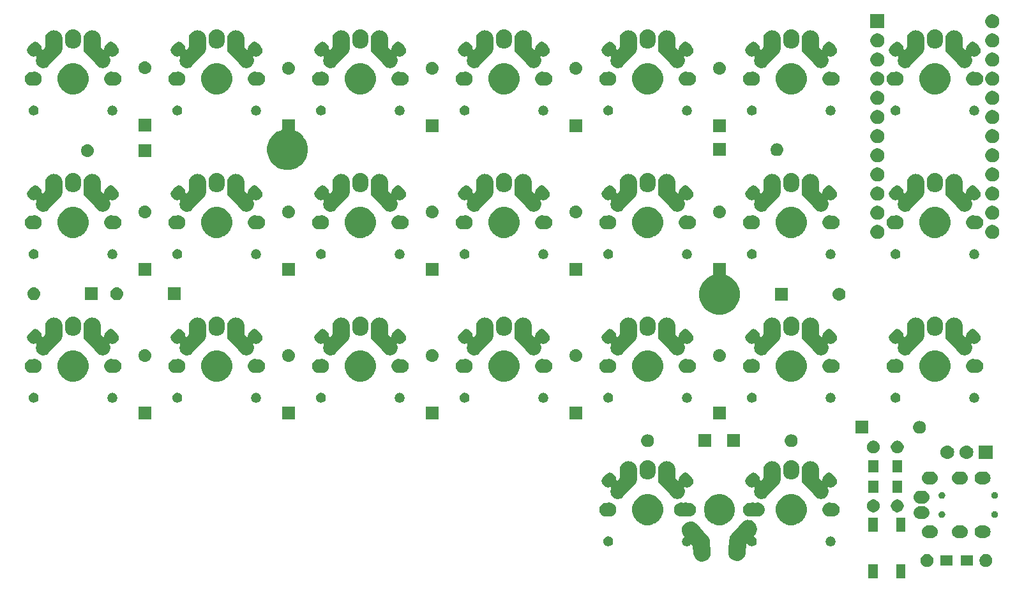
<source format=gbr>
G04 #@! TF.GenerationSoftware,KiCad,Pcbnew,(6.0.0-rc1-dev-1668-g04a478f85)*
G04 #@! TF.CreationDate,2019-04-17T01:05:03-07:00
G04 #@! TF.ProjectId,meson,6d65736f-6e2e-46b6-9963-61645f706362,rev?*
G04 #@! TF.SameCoordinates,Original*
G04 #@! TF.FileFunction,Soldermask,Top*
G04 #@! TF.FilePolarity,Negative*
%FSLAX46Y46*%
G04 Gerber Fmt 4.6, Leading zero omitted, Abs format (unit mm)*
G04 Created by KiCad (PCBNEW (6.0.0-rc1-dev-1668-g04a478f85)) date 2019-04-17 01:05:03*
%MOMM*%
%LPD*%
G04 APERTURE LIST*
%ADD10C,0.100000*%
G04 APERTURE END LIST*
D10*
G36*
X243751000Y-123431000D02*
G01*
X242549000Y-123431000D01*
X242549000Y-121529000D01*
X243751000Y-121529000D01*
X243751000Y-123431000D01*
X243751000Y-123431000D01*
G37*
G36*
X240051000Y-123431000D02*
G01*
X238849000Y-123431000D01*
X238849000Y-121529000D01*
X240051000Y-121529000D01*
X240051000Y-123431000D01*
X240051000Y-123431000D01*
G37*
G36*
X246855728Y-120212703D02*
G01*
X247010600Y-120276853D01*
X247149981Y-120369985D01*
X247268515Y-120488519D01*
X247361647Y-120627900D01*
X247425797Y-120782772D01*
X247458500Y-120947184D01*
X247458500Y-121114816D01*
X247425797Y-121279228D01*
X247361647Y-121434100D01*
X247268515Y-121573481D01*
X247149981Y-121692015D01*
X247010600Y-121785147D01*
X246855728Y-121849297D01*
X246691316Y-121882000D01*
X246523684Y-121882000D01*
X246359272Y-121849297D01*
X246204400Y-121785147D01*
X246065019Y-121692015D01*
X245946485Y-121573481D01*
X245853353Y-121434100D01*
X245789203Y-121279228D01*
X245756500Y-121114816D01*
X245756500Y-120947184D01*
X245789203Y-120782772D01*
X245853353Y-120627900D01*
X245946485Y-120488519D01*
X246065019Y-120369985D01*
X246204400Y-120276853D01*
X246359272Y-120212703D01*
X246523684Y-120180000D01*
X246691316Y-120180000D01*
X246855728Y-120212703D01*
X246855728Y-120212703D01*
G37*
G36*
X254655728Y-120212703D02*
G01*
X254810600Y-120276853D01*
X254949981Y-120369985D01*
X255068515Y-120488519D01*
X255161647Y-120627900D01*
X255225797Y-120782772D01*
X255258500Y-120947184D01*
X255258500Y-121114816D01*
X255225797Y-121279228D01*
X255161647Y-121434100D01*
X255068515Y-121573481D01*
X254949981Y-121692015D01*
X254810600Y-121785147D01*
X254655728Y-121849297D01*
X254491316Y-121882000D01*
X254323684Y-121882000D01*
X254159272Y-121849297D01*
X254004400Y-121785147D01*
X253865019Y-121692015D01*
X253746485Y-121573481D01*
X253653353Y-121434100D01*
X253589203Y-121279228D01*
X253556500Y-121114816D01*
X253556500Y-120947184D01*
X253589203Y-120782772D01*
X253653353Y-120627900D01*
X253746485Y-120488519D01*
X253865019Y-120369985D01*
X254004400Y-120276853D01*
X254159272Y-120212703D01*
X254323684Y-120180000D01*
X254491316Y-120180000D01*
X254655728Y-120212703D01*
X254655728Y-120212703D01*
G37*
G36*
X252658500Y-121682000D02*
G01*
X251056500Y-121682000D01*
X251056500Y-120380000D01*
X252658500Y-120380000D01*
X252658500Y-121682000D01*
X252658500Y-121682000D01*
G37*
G36*
X249958500Y-121682000D02*
G01*
X248356500Y-121682000D01*
X248356500Y-120380000D01*
X249958500Y-120380000D01*
X249958500Y-121682000D01*
X249958500Y-121682000D01*
G37*
G36*
X215512081Y-115886998D02*
G01*
X215557875Y-115894026D01*
X215775591Y-115973160D01*
X215973685Y-116093249D01*
X216101729Y-116210476D01*
X216101738Y-116210486D01*
X217432398Y-117693530D01*
X217488881Y-117756482D01*
X217537559Y-117822810D01*
X217591594Y-117896436D01*
X217613031Y-117942357D01*
X217620436Y-117955951D01*
X217701474Y-118085012D01*
X217713957Y-118104893D01*
X217794748Y-118316738D01*
X217821586Y-118474996D01*
X217823156Y-118484257D01*
X217923821Y-119923799D01*
X217928705Y-119993656D01*
X217923887Y-120163498D01*
X217873366Y-120384525D01*
X217780697Y-120591449D01*
X217685440Y-120725613D01*
X217649438Y-120776319D01*
X217484634Y-120932030D01*
X217292627Y-121052593D01*
X217080778Y-121133385D01*
X216857246Y-121171293D01*
X216857243Y-121171293D01*
X216760114Y-121168537D01*
X216630605Y-121164863D01*
X216409581Y-121114343D01*
X216202660Y-121021675D01*
X216076397Y-120932028D01*
X216017788Y-120890416D01*
X215862079Y-120725613D01*
X215741513Y-120533601D01*
X215660722Y-120321755D01*
X215632314Y-120154237D01*
X215616200Y-119923799D01*
X215563633Y-119172076D01*
X215559536Y-119147917D01*
X215550805Y-119125022D01*
X215531977Y-119097317D01*
X215412656Y-118964332D01*
X215394583Y-118947786D01*
X215373628Y-118935083D01*
X215350598Y-118926712D01*
X215326378Y-118922995D01*
X215301897Y-118924074D01*
X215278098Y-118929909D01*
X215255894Y-118940275D01*
X215231230Y-118959423D01*
X215184988Y-119005665D01*
X215078364Y-119076909D01*
X215078363Y-119076910D01*
X215078362Y-119076910D01*
X214959890Y-119125983D01*
X214834119Y-119151000D01*
X214705881Y-119151000D01*
X214580110Y-119125983D01*
X214461638Y-119076910D01*
X214461637Y-119076910D01*
X214461636Y-119076909D01*
X214355012Y-119005665D01*
X214264335Y-118914988D01*
X214193091Y-118808364D01*
X214144017Y-118689890D01*
X214123869Y-118588596D01*
X214119000Y-118564119D01*
X214119000Y-118435881D01*
X214144017Y-118310110D01*
X214193090Y-118191638D01*
X214196534Y-118186484D01*
X214264335Y-118085012D01*
X214357369Y-117991978D01*
X214371181Y-117980643D01*
X214386727Y-117961702D01*
X214398279Y-117940091D01*
X214405393Y-117916642D01*
X214407795Y-117892256D01*
X214405394Y-117867870D01*
X214398281Y-117844421D01*
X214386731Y-117822810D01*
X214375835Y-117808775D01*
X214351114Y-117781223D01*
X214351112Y-117781221D01*
X214351109Y-117781217D01*
X214248396Y-117641262D01*
X214150404Y-117431357D01*
X214095245Y-117206367D01*
X214085040Y-116974942D01*
X214085040Y-116974938D01*
X214120180Y-116745972D01*
X214120180Y-116745971D01*
X214199314Y-116528255D01*
X214319403Y-116330161D01*
X214475830Y-116159301D01*
X214662584Y-116022242D01*
X214872489Y-115924250D01*
X215097479Y-115869091D01*
X215328904Y-115858886D01*
X215328908Y-115858886D01*
X215512081Y-115886998D01*
X215512081Y-115886998D01*
G37*
G36*
X223054563Y-115670540D02*
G01*
X223279456Y-115726091D01*
X223489190Y-115824449D01*
X223675705Y-115961834D01*
X223831833Y-116132967D01*
X223951575Y-116331271D01*
X224030330Y-116549125D01*
X224065070Y-116778156D01*
X224054460Y-117009565D01*
X223998909Y-117234457D01*
X223900551Y-117444191D01*
X223797594Y-117583967D01*
X223662557Y-117733940D01*
X223648024Y-117753670D01*
X223637620Y-117775856D01*
X223631744Y-117799645D01*
X223630621Y-117824123D01*
X223634296Y-117848350D01*
X223642627Y-117871395D01*
X223655293Y-117892371D01*
X223671808Y-117910473D01*
X223686004Y-117921514D01*
X223794986Y-117994333D01*
X223885665Y-118085012D01*
X223953467Y-118186484D01*
X223956910Y-118191638D01*
X224005983Y-118310110D01*
X224031000Y-118435881D01*
X224031000Y-118564119D01*
X224026131Y-118588596D01*
X224005983Y-118689890D01*
X223956909Y-118808364D01*
X223885665Y-118914988D01*
X223794988Y-119005665D01*
X223688364Y-119076909D01*
X223688363Y-119076910D01*
X223688362Y-119076910D01*
X223569890Y-119125983D01*
X223444119Y-119151000D01*
X223315881Y-119151000D01*
X223190110Y-119125983D01*
X223071638Y-119076910D01*
X223071637Y-119076910D01*
X223071636Y-119076909D01*
X222965012Y-119005665D01*
X222874335Y-118914988D01*
X222850061Y-118878660D01*
X222834515Y-118859718D01*
X222815573Y-118844173D01*
X222793963Y-118832622D01*
X222770514Y-118825509D01*
X222746128Y-118823107D01*
X222721741Y-118825509D01*
X222698293Y-118832622D01*
X222676682Y-118844173D01*
X222657740Y-118859719D01*
X222642195Y-118878661D01*
X222630644Y-118900271D01*
X222623531Y-118923720D01*
X222621435Y-118939372D01*
X222547711Y-119993656D01*
X222541366Y-120084389D01*
X222525152Y-120180000D01*
X222512959Y-120251898D01*
X222486318Y-120321755D01*
X222432167Y-120463746D01*
X222311606Y-120655750D01*
X222311603Y-120655753D01*
X222311602Y-120655755D01*
X222155893Y-120820558D01*
X221971023Y-120951816D01*
X221764100Y-121044485D01*
X221543072Y-121095006D01*
X221316438Y-121101435D01*
X221316435Y-121101435D01*
X221148786Y-121073004D01*
X221092902Y-121063527D01*
X220881057Y-120982736D01*
X220881058Y-120982736D01*
X220881054Y-120982735D01*
X220689050Y-120862174D01*
X220689047Y-120862171D01*
X220689045Y-120862170D01*
X220524242Y-120706461D01*
X220392984Y-120521591D01*
X220367079Y-120463746D01*
X220300315Y-120314668D01*
X220291671Y-120276852D01*
X220249794Y-120093640D01*
X220244976Y-119923799D01*
X220278496Y-119444451D01*
X220340055Y-118564119D01*
X220350525Y-118414399D01*
X220378933Y-118246881D01*
X220383368Y-118235251D01*
X220392950Y-118210125D01*
X220399396Y-118186484D01*
X220401023Y-118171321D01*
X220403002Y-118128157D01*
X220458553Y-117903264D01*
X220556911Y-117693530D01*
X220659868Y-117553755D01*
X221583233Y-116528255D01*
X222049712Y-116010177D01*
X222049718Y-116010171D01*
X222177965Y-115893167D01*
X222376269Y-115773425D01*
X222594123Y-115694670D01*
X222823155Y-115659930D01*
X223054563Y-115670540D01*
X223054563Y-115670540D01*
G37*
G36*
X234009890Y-117874017D02*
G01*
X234080496Y-117903263D01*
X234128364Y-117923091D01*
X234234988Y-117994335D01*
X234325665Y-118085012D01*
X234393467Y-118186484D01*
X234396910Y-118191638D01*
X234445983Y-118310110D01*
X234471000Y-118435881D01*
X234471000Y-118564119D01*
X234466131Y-118588596D01*
X234445983Y-118689890D01*
X234396909Y-118808364D01*
X234325665Y-118914988D01*
X234234988Y-119005665D01*
X234128364Y-119076909D01*
X234128363Y-119076910D01*
X234128362Y-119076910D01*
X234009890Y-119125983D01*
X233884119Y-119151000D01*
X233755881Y-119151000D01*
X233630110Y-119125983D01*
X233511638Y-119076910D01*
X233511637Y-119076910D01*
X233511636Y-119076909D01*
X233405012Y-119005665D01*
X233314335Y-118914988D01*
X233243091Y-118808364D01*
X233194017Y-118689890D01*
X233173869Y-118588596D01*
X233169000Y-118564119D01*
X233169000Y-118435881D01*
X233194017Y-118310110D01*
X233243090Y-118191638D01*
X233246534Y-118186484D01*
X233314335Y-118085012D01*
X233405012Y-117994335D01*
X233511636Y-117923091D01*
X233559505Y-117903263D01*
X233630110Y-117874017D01*
X233755881Y-117849000D01*
X233884119Y-117849000D01*
X234009890Y-117874017D01*
X234009890Y-117874017D01*
G37*
G36*
X204519890Y-117874017D02*
G01*
X204590496Y-117903263D01*
X204638364Y-117923091D01*
X204744988Y-117994335D01*
X204835665Y-118085012D01*
X204903467Y-118186484D01*
X204906910Y-118191638D01*
X204955983Y-118310110D01*
X204981000Y-118435881D01*
X204981000Y-118564119D01*
X204976131Y-118588596D01*
X204955983Y-118689890D01*
X204906909Y-118808364D01*
X204835665Y-118914988D01*
X204744988Y-119005665D01*
X204638364Y-119076909D01*
X204638363Y-119076910D01*
X204638362Y-119076910D01*
X204519890Y-119125983D01*
X204394119Y-119151000D01*
X204265881Y-119151000D01*
X204140110Y-119125983D01*
X204021638Y-119076910D01*
X204021637Y-119076910D01*
X204021636Y-119076909D01*
X203915012Y-119005665D01*
X203824335Y-118914988D01*
X203753091Y-118808364D01*
X203704017Y-118689890D01*
X203683869Y-118588596D01*
X203679000Y-118564119D01*
X203679000Y-118435881D01*
X203704017Y-118310110D01*
X203753090Y-118191638D01*
X203756534Y-118186484D01*
X203824335Y-118085012D01*
X203915012Y-117994335D01*
X204021636Y-117923091D01*
X204069505Y-117903263D01*
X204140110Y-117874017D01*
X204265881Y-117849000D01*
X204394119Y-117849000D01*
X204519890Y-117874017D01*
X204519890Y-117874017D01*
G37*
G36*
X254341823Y-116396313D02*
G01*
X254502242Y-116444976D01*
X254634906Y-116515886D01*
X254650078Y-116523996D01*
X254779659Y-116630341D01*
X254886004Y-116759922D01*
X254886005Y-116759924D01*
X254965024Y-116907758D01*
X255013687Y-117068177D01*
X255030117Y-117235000D01*
X255013687Y-117401823D01*
X254965024Y-117562242D01*
X254922787Y-117641262D01*
X254886004Y-117710078D01*
X254779659Y-117839659D01*
X254650078Y-117946004D01*
X254650076Y-117946005D01*
X254502242Y-118025024D01*
X254341823Y-118073687D01*
X254216804Y-118086000D01*
X253733196Y-118086000D01*
X253608177Y-118073687D01*
X253447758Y-118025024D01*
X253299924Y-117946005D01*
X253299922Y-117946004D01*
X253170341Y-117839659D01*
X253063996Y-117710078D01*
X253027213Y-117641262D01*
X252984976Y-117562242D01*
X252936313Y-117401823D01*
X252919883Y-117235000D01*
X252936313Y-117068177D01*
X252984976Y-116907758D01*
X253063995Y-116759924D01*
X253063996Y-116759922D01*
X253170341Y-116630341D01*
X253299922Y-116523996D01*
X253315094Y-116515886D01*
X253447758Y-116444976D01*
X253608177Y-116396313D01*
X253733196Y-116384000D01*
X254216804Y-116384000D01*
X254341823Y-116396313D01*
X254341823Y-116396313D01*
G37*
G36*
X251341823Y-116396313D02*
G01*
X251502242Y-116444976D01*
X251634906Y-116515886D01*
X251650078Y-116523996D01*
X251779659Y-116630341D01*
X251886004Y-116759922D01*
X251886005Y-116759924D01*
X251965024Y-116907758D01*
X252013687Y-117068177D01*
X252030117Y-117235000D01*
X252013687Y-117401823D01*
X251965024Y-117562242D01*
X251922787Y-117641262D01*
X251886004Y-117710078D01*
X251779659Y-117839659D01*
X251650078Y-117946004D01*
X251650076Y-117946005D01*
X251502242Y-118025024D01*
X251341823Y-118073687D01*
X251216804Y-118086000D01*
X250733196Y-118086000D01*
X250608177Y-118073687D01*
X250447758Y-118025024D01*
X250299924Y-117946005D01*
X250299922Y-117946004D01*
X250170341Y-117839659D01*
X250063996Y-117710078D01*
X250027213Y-117641262D01*
X249984976Y-117562242D01*
X249936313Y-117401823D01*
X249919883Y-117235000D01*
X249936313Y-117068177D01*
X249984976Y-116907758D01*
X250063995Y-116759924D01*
X250063996Y-116759922D01*
X250170341Y-116630341D01*
X250299922Y-116523996D01*
X250315094Y-116515886D01*
X250447758Y-116444976D01*
X250608177Y-116396313D01*
X250733196Y-116384000D01*
X251216804Y-116384000D01*
X251341823Y-116396313D01*
X251341823Y-116396313D01*
G37*
G36*
X247341823Y-116396313D02*
G01*
X247502242Y-116444976D01*
X247634906Y-116515886D01*
X247650078Y-116523996D01*
X247779659Y-116630341D01*
X247886004Y-116759922D01*
X247886005Y-116759924D01*
X247965024Y-116907758D01*
X248013687Y-117068177D01*
X248030117Y-117235000D01*
X248013687Y-117401823D01*
X247965024Y-117562242D01*
X247922787Y-117641262D01*
X247886004Y-117710078D01*
X247779659Y-117839659D01*
X247650078Y-117946004D01*
X247650076Y-117946005D01*
X247502242Y-118025024D01*
X247341823Y-118073687D01*
X247216804Y-118086000D01*
X246733196Y-118086000D01*
X246608177Y-118073687D01*
X246447758Y-118025024D01*
X246299924Y-117946005D01*
X246299922Y-117946004D01*
X246170341Y-117839659D01*
X246063996Y-117710078D01*
X246027213Y-117641262D01*
X245984976Y-117562242D01*
X245936313Y-117401823D01*
X245919883Y-117235000D01*
X245936313Y-117068177D01*
X245984976Y-116907758D01*
X246063995Y-116759924D01*
X246063996Y-116759922D01*
X246170341Y-116630341D01*
X246299922Y-116523996D01*
X246315094Y-116515886D01*
X246447758Y-116444976D01*
X246608177Y-116396313D01*
X246733196Y-116384000D01*
X247216804Y-116384000D01*
X247341823Y-116396313D01*
X247341823Y-116396313D01*
G37*
G36*
X243751000Y-117231000D02*
G01*
X242549000Y-117231000D01*
X242549000Y-115329000D01*
X243751000Y-115329000D01*
X243751000Y-117231000D01*
X243751000Y-117231000D01*
G37*
G36*
X240051000Y-117231000D02*
G01*
X238849000Y-117231000D01*
X238849000Y-115329000D01*
X240051000Y-115329000D01*
X240051000Y-117231000D01*
X240051000Y-117231000D01*
G37*
G36*
X229196474Y-112333684D02*
G01*
X229414474Y-112423983D01*
X229568623Y-112487833D01*
X229903548Y-112711623D01*
X230188377Y-112996452D01*
X230412167Y-113331377D01*
X230447433Y-113416518D01*
X230566316Y-113703526D01*
X230644900Y-114098594D01*
X230644900Y-114501406D01*
X230566316Y-114896474D01*
X230515451Y-115019272D01*
X230412167Y-115268623D01*
X230188377Y-115603548D01*
X229903548Y-115888377D01*
X229568623Y-116112167D01*
X229454831Y-116159301D01*
X229196474Y-116266316D01*
X228801406Y-116344900D01*
X228398594Y-116344900D01*
X228003526Y-116266316D01*
X227745169Y-116159301D01*
X227631377Y-116112167D01*
X227296452Y-115888377D01*
X227011623Y-115603548D01*
X226787833Y-115268623D01*
X226684549Y-115019272D01*
X226633684Y-114896474D01*
X226555100Y-114501406D01*
X226555100Y-114098594D01*
X226633684Y-113703526D01*
X226752567Y-113416518D01*
X226787833Y-113331377D01*
X227011623Y-112996452D01*
X227296452Y-112711623D01*
X227631377Y-112487833D01*
X227785526Y-112423983D01*
X228003526Y-112333684D01*
X228398594Y-112255100D01*
X228801406Y-112255100D01*
X229196474Y-112333684D01*
X229196474Y-112333684D01*
G37*
G36*
X210146474Y-112333684D02*
G01*
X210364474Y-112423983D01*
X210518623Y-112487833D01*
X210853548Y-112711623D01*
X211138377Y-112996452D01*
X211362167Y-113331377D01*
X211397433Y-113416518D01*
X211516316Y-113703526D01*
X211594900Y-114098594D01*
X211594900Y-114501406D01*
X211516316Y-114896474D01*
X211465451Y-115019272D01*
X211362167Y-115268623D01*
X211138377Y-115603548D01*
X210853548Y-115888377D01*
X210518623Y-116112167D01*
X210404831Y-116159301D01*
X210146474Y-116266316D01*
X209751406Y-116344900D01*
X209348594Y-116344900D01*
X208953526Y-116266316D01*
X208695169Y-116159301D01*
X208581377Y-116112167D01*
X208246452Y-115888377D01*
X207961623Y-115603548D01*
X207737833Y-115268623D01*
X207634549Y-115019272D01*
X207583684Y-114896474D01*
X207505100Y-114501406D01*
X207505100Y-114098594D01*
X207583684Y-113703526D01*
X207702567Y-113416518D01*
X207737833Y-113331377D01*
X207961623Y-112996452D01*
X208246452Y-112711623D01*
X208581377Y-112487833D01*
X208735526Y-112423983D01*
X208953526Y-112333684D01*
X209348594Y-112255100D01*
X209751406Y-112255100D01*
X210146474Y-112333684D01*
X210146474Y-112333684D01*
G37*
G36*
X219671474Y-112333684D02*
G01*
X219889474Y-112423983D01*
X220043623Y-112487833D01*
X220378548Y-112711623D01*
X220663377Y-112996452D01*
X220887167Y-113331377D01*
X220922433Y-113416518D01*
X221041316Y-113703526D01*
X221119900Y-114098594D01*
X221119900Y-114501406D01*
X221041316Y-114896474D01*
X220990451Y-115019272D01*
X220887167Y-115268623D01*
X220663377Y-115603548D01*
X220378548Y-115888377D01*
X220043623Y-116112167D01*
X219929831Y-116159301D01*
X219671474Y-116266316D01*
X219276406Y-116344900D01*
X218873594Y-116344900D01*
X218478526Y-116266316D01*
X218220169Y-116159301D01*
X218106377Y-116112167D01*
X217771452Y-115888377D01*
X217486623Y-115603548D01*
X217262833Y-115268623D01*
X217159549Y-115019272D01*
X217108684Y-114896474D01*
X217030100Y-114501406D01*
X217030100Y-114098594D01*
X217108684Y-113703526D01*
X217227567Y-113416518D01*
X217262833Y-113331377D01*
X217486623Y-112996452D01*
X217771452Y-112711623D01*
X218106377Y-112487833D01*
X218260526Y-112423983D01*
X218478526Y-112333684D01*
X218873594Y-112255100D01*
X219276406Y-112255100D01*
X219671474Y-112333684D01*
X219671474Y-112333684D01*
G37*
G36*
X246241823Y-113856313D02*
G01*
X246402242Y-113904976D01*
X246534906Y-113975886D01*
X246550078Y-113983996D01*
X246679659Y-114090341D01*
X246786004Y-114219922D01*
X246786005Y-114219924D01*
X246865024Y-114367758D01*
X246865025Y-114367761D01*
X246872136Y-114391203D01*
X246913687Y-114528177D01*
X246930117Y-114695000D01*
X246913687Y-114861823D01*
X246865024Y-115022242D01*
X246797470Y-115148627D01*
X246786004Y-115170078D01*
X246679659Y-115299659D01*
X246550078Y-115406004D01*
X246550076Y-115406005D01*
X246402242Y-115485024D01*
X246241823Y-115533687D01*
X246116804Y-115546000D01*
X245633196Y-115546000D01*
X245508177Y-115533687D01*
X245347758Y-115485024D01*
X245199924Y-115406005D01*
X245199922Y-115406004D01*
X245070341Y-115299659D01*
X244963996Y-115170078D01*
X244952530Y-115148627D01*
X244884976Y-115022242D01*
X244836313Y-114861823D01*
X244819883Y-114695000D01*
X244836313Y-114528177D01*
X244877864Y-114391203D01*
X244884975Y-114367761D01*
X244884976Y-114367758D01*
X244963995Y-114219924D01*
X244963996Y-114219922D01*
X245070341Y-114090341D01*
X245199922Y-113983996D01*
X245215094Y-113975886D01*
X245347758Y-113904976D01*
X245508177Y-113856313D01*
X245633196Y-113844000D01*
X246116804Y-113844000D01*
X246241823Y-113856313D01*
X246241823Y-113856313D01*
G37*
G36*
X248706552Y-114501331D02*
G01*
X248788627Y-114535328D01*
X248788629Y-114535329D01*
X248825813Y-114560175D01*
X248862495Y-114584685D01*
X248925315Y-114647505D01*
X248974672Y-114721373D01*
X249008669Y-114803448D01*
X249026000Y-114890579D01*
X249026000Y-114979421D01*
X249008669Y-115066552D01*
X248974672Y-115148627D01*
X248925315Y-115222495D01*
X248862495Y-115285315D01*
X248825813Y-115309825D01*
X248788629Y-115334671D01*
X248788628Y-115334672D01*
X248788627Y-115334672D01*
X248706552Y-115368669D01*
X248619421Y-115386000D01*
X248530579Y-115386000D01*
X248443448Y-115368669D01*
X248361373Y-115334672D01*
X248361372Y-115334672D01*
X248361371Y-115334671D01*
X248324187Y-115309825D01*
X248287505Y-115285315D01*
X248224685Y-115222495D01*
X248175328Y-115148627D01*
X248141331Y-115066552D01*
X248124000Y-114979421D01*
X248124000Y-114890579D01*
X248141331Y-114803448D01*
X248175328Y-114721373D01*
X248224685Y-114647505D01*
X248287505Y-114584685D01*
X248324187Y-114560175D01*
X248361371Y-114535329D01*
X248361373Y-114535328D01*
X248443448Y-114501331D01*
X248530579Y-114484000D01*
X248619421Y-114484000D01*
X248706552Y-114501331D01*
X248706552Y-114501331D01*
G37*
G36*
X255706552Y-114501331D02*
G01*
X255788627Y-114535328D01*
X255788629Y-114535329D01*
X255825813Y-114560175D01*
X255862495Y-114584685D01*
X255925315Y-114647505D01*
X255974672Y-114721373D01*
X256008669Y-114803448D01*
X256026000Y-114890579D01*
X256026000Y-114979421D01*
X256008669Y-115066552D01*
X255974672Y-115148627D01*
X255925315Y-115222495D01*
X255862495Y-115285315D01*
X255825813Y-115309825D01*
X255788629Y-115334671D01*
X255788628Y-115334672D01*
X255788627Y-115334672D01*
X255706552Y-115368669D01*
X255619421Y-115386000D01*
X255530579Y-115386000D01*
X255443448Y-115368669D01*
X255361373Y-115334672D01*
X255361372Y-115334672D01*
X255361371Y-115334671D01*
X255324187Y-115309825D01*
X255287505Y-115285315D01*
X255224685Y-115222495D01*
X255175328Y-115148627D01*
X255141331Y-115066552D01*
X255124000Y-114979421D01*
X255124000Y-114890579D01*
X255141331Y-114803448D01*
X255175328Y-114721373D01*
X255224685Y-114647505D01*
X255287505Y-114584685D01*
X255324187Y-114560175D01*
X255361371Y-114535329D01*
X255361373Y-114535328D01*
X255443448Y-114501331D01*
X255530579Y-114484000D01*
X255619421Y-114484000D01*
X255706552Y-114501331D01*
X255706552Y-114501331D01*
G37*
G36*
X223790104Y-113409585D02*
G01*
X223790110Y-113409588D01*
X223790565Y-113409678D01*
X223813118Y-113416518D01*
X223837504Y-113418919D01*
X223861890Y-113416516D01*
X223884435Y-113409678D01*
X223884890Y-113409588D01*
X223884896Y-113409585D01*
X224063797Y-113374000D01*
X224246203Y-113374000D01*
X224425104Y-113409585D01*
X224593626Y-113479389D01*
X224745291Y-113580728D01*
X224874272Y-113709709D01*
X224975611Y-113861374D01*
X225045415Y-114029896D01*
X225081000Y-114208797D01*
X225081000Y-114391203D01*
X225045415Y-114570104D01*
X224975611Y-114738626D01*
X224874272Y-114890291D01*
X224745291Y-115019272D01*
X224593626Y-115120611D01*
X224425104Y-115190415D01*
X224246203Y-115226000D01*
X224063797Y-115226000D01*
X223884896Y-115190415D01*
X223884890Y-115190412D01*
X223884435Y-115190322D01*
X223861882Y-115183482D01*
X223837496Y-115181081D01*
X223813110Y-115183484D01*
X223790565Y-115190322D01*
X223790110Y-115190412D01*
X223790104Y-115190415D01*
X223611203Y-115226000D01*
X223428797Y-115226000D01*
X223270300Y-115194474D01*
X223245929Y-115192073D01*
X223221550Y-115194474D01*
X223188741Y-115201000D01*
X223011258Y-115201000D01*
X222978455Y-115194475D01*
X222837188Y-115166376D01*
X222673216Y-115098456D01*
X222525646Y-114999853D01*
X222400147Y-114874354D01*
X222301544Y-114726784D01*
X222233624Y-114562812D01*
X222199000Y-114388741D01*
X222199000Y-114211259D01*
X222233624Y-114037188D01*
X222301544Y-113873216D01*
X222400147Y-113725646D01*
X222525646Y-113600147D01*
X222673216Y-113501544D01*
X222837188Y-113433624D01*
X222986488Y-113403927D01*
X223011258Y-113399000D01*
X223188741Y-113399000D01*
X223221550Y-113405526D01*
X223245926Y-113407927D01*
X223270300Y-113405526D01*
X223428797Y-113374000D01*
X223611203Y-113374000D01*
X223790104Y-113409585D01*
X223790104Y-113409585D01*
G37*
G36*
X214265104Y-113409585D02*
G01*
X214265110Y-113409588D01*
X214265565Y-113409678D01*
X214288118Y-113416518D01*
X214312504Y-113418919D01*
X214336890Y-113416516D01*
X214359435Y-113409678D01*
X214359890Y-113409588D01*
X214359896Y-113409585D01*
X214538797Y-113374000D01*
X214721203Y-113374000D01*
X214879700Y-113405526D01*
X214904071Y-113407927D01*
X214928450Y-113405526D01*
X214961259Y-113399000D01*
X215138742Y-113399000D01*
X215163512Y-113403927D01*
X215312812Y-113433624D01*
X215476784Y-113501544D01*
X215624354Y-113600147D01*
X215749853Y-113725646D01*
X215848456Y-113873216D01*
X215916376Y-114037188D01*
X215951000Y-114211259D01*
X215951000Y-114388741D01*
X215916376Y-114562812D01*
X215848456Y-114726784D01*
X215749853Y-114874354D01*
X215624354Y-114999853D01*
X215476784Y-115098456D01*
X215312812Y-115166376D01*
X215171545Y-115194475D01*
X215138742Y-115201000D01*
X214961259Y-115201000D01*
X214928450Y-115194474D01*
X214904074Y-115192073D01*
X214879700Y-115194474D01*
X214721203Y-115226000D01*
X214538797Y-115226000D01*
X214359896Y-115190415D01*
X214359890Y-115190412D01*
X214359435Y-115190322D01*
X214336882Y-115183482D01*
X214312496Y-115181081D01*
X214288110Y-115183484D01*
X214265565Y-115190322D01*
X214265110Y-115190412D01*
X214265104Y-115190415D01*
X214086203Y-115226000D01*
X213903797Y-115226000D01*
X213724896Y-115190415D01*
X213556374Y-115120611D01*
X213404709Y-115019272D01*
X213275728Y-114890291D01*
X213174389Y-114738626D01*
X213104585Y-114570104D01*
X213069000Y-114391203D01*
X213069000Y-114208797D01*
X213104585Y-114029896D01*
X213174389Y-113861374D01*
X213275728Y-113709709D01*
X213404709Y-113580728D01*
X213556374Y-113479389D01*
X213724896Y-113409585D01*
X213903797Y-113374000D01*
X214086203Y-113374000D01*
X214265104Y-113409585D01*
X214265104Y-113409585D01*
G37*
G36*
X204740104Y-113409585D02*
G01*
X204908626Y-113479389D01*
X205060291Y-113580728D01*
X205189272Y-113709709D01*
X205290611Y-113861374D01*
X205360415Y-114029896D01*
X205396000Y-114208797D01*
X205396000Y-114391203D01*
X205360415Y-114570104D01*
X205290611Y-114738626D01*
X205189272Y-114890291D01*
X205060291Y-115019272D01*
X204908626Y-115120611D01*
X204740104Y-115190415D01*
X204561203Y-115226000D01*
X204378797Y-115226000D01*
X204220300Y-115194474D01*
X204195929Y-115192073D01*
X204171550Y-115194474D01*
X204138741Y-115201000D01*
X203961258Y-115201000D01*
X203928455Y-115194475D01*
X203787188Y-115166376D01*
X203623216Y-115098456D01*
X203475646Y-114999853D01*
X203350147Y-114874354D01*
X203251544Y-114726784D01*
X203183624Y-114562812D01*
X203149000Y-114388741D01*
X203149000Y-114211259D01*
X203183624Y-114037188D01*
X203251544Y-113873216D01*
X203350147Y-113725646D01*
X203475646Y-113600147D01*
X203623216Y-113501544D01*
X203787188Y-113433624D01*
X203936488Y-113403927D01*
X203961258Y-113399000D01*
X204138741Y-113399000D01*
X204171550Y-113405526D01*
X204195926Y-113407927D01*
X204220300Y-113405526D01*
X204378797Y-113374000D01*
X204561203Y-113374000D01*
X204740104Y-113409585D01*
X204740104Y-113409585D01*
G37*
G36*
X233929700Y-113405526D02*
G01*
X233954071Y-113407927D01*
X233978450Y-113405526D01*
X234011259Y-113399000D01*
X234188742Y-113399000D01*
X234213512Y-113403927D01*
X234362812Y-113433624D01*
X234526784Y-113501544D01*
X234674354Y-113600147D01*
X234799853Y-113725646D01*
X234898456Y-113873216D01*
X234966376Y-114037188D01*
X235001000Y-114211259D01*
X235001000Y-114388741D01*
X234966376Y-114562812D01*
X234898456Y-114726784D01*
X234799853Y-114874354D01*
X234674354Y-114999853D01*
X234526784Y-115098456D01*
X234362812Y-115166376D01*
X234221545Y-115194475D01*
X234188742Y-115201000D01*
X234011259Y-115201000D01*
X233978450Y-115194474D01*
X233954074Y-115192073D01*
X233929700Y-115194474D01*
X233771203Y-115226000D01*
X233588797Y-115226000D01*
X233409896Y-115190415D01*
X233241374Y-115120611D01*
X233089709Y-115019272D01*
X232960728Y-114890291D01*
X232859389Y-114738626D01*
X232789585Y-114570104D01*
X232754000Y-114391203D01*
X232754000Y-114208797D01*
X232789585Y-114029896D01*
X232859389Y-113861374D01*
X232960728Y-113709709D01*
X233089709Y-113580728D01*
X233241374Y-113479389D01*
X233409896Y-113409585D01*
X233588797Y-113374000D01*
X233771203Y-113374000D01*
X233929700Y-113405526D01*
X233929700Y-113405526D01*
G37*
G36*
X242909083Y-112980278D02*
G01*
X243063955Y-113044428D01*
X243203336Y-113137560D01*
X243321870Y-113256094D01*
X243415002Y-113395475D01*
X243479152Y-113550347D01*
X243511855Y-113714759D01*
X243511855Y-113882391D01*
X243479152Y-114046803D01*
X243415002Y-114201675D01*
X243321870Y-114341056D01*
X243203336Y-114459590D01*
X243063955Y-114552722D01*
X242909083Y-114616872D01*
X242744671Y-114649575D01*
X242577039Y-114649575D01*
X242412627Y-114616872D01*
X242257755Y-114552722D01*
X242118374Y-114459590D01*
X241999840Y-114341056D01*
X241906708Y-114201675D01*
X241842558Y-114046803D01*
X241809855Y-113882391D01*
X241809855Y-113714759D01*
X241842558Y-113550347D01*
X241906708Y-113395475D01*
X241999840Y-113256094D01*
X242118374Y-113137560D01*
X242257755Y-113044428D01*
X242412627Y-112980278D01*
X242577039Y-112947575D01*
X242744671Y-112947575D01*
X242909083Y-112980278D01*
X242909083Y-112980278D01*
G37*
G36*
X239729083Y-112980278D02*
G01*
X239883955Y-113044428D01*
X240023336Y-113137560D01*
X240141870Y-113256094D01*
X240235002Y-113395475D01*
X240299152Y-113550347D01*
X240331855Y-113714759D01*
X240331855Y-113882391D01*
X240299152Y-114046803D01*
X240235002Y-114201675D01*
X240141870Y-114341056D01*
X240023336Y-114459590D01*
X239883955Y-114552722D01*
X239729083Y-114616872D01*
X239564671Y-114649575D01*
X239397039Y-114649575D01*
X239232627Y-114616872D01*
X239077755Y-114552722D01*
X238938374Y-114459590D01*
X238819840Y-114341056D01*
X238726708Y-114201675D01*
X238662558Y-114046803D01*
X238629855Y-113882391D01*
X238629855Y-113714759D01*
X238662558Y-113550347D01*
X238726708Y-113395475D01*
X238819840Y-113256094D01*
X238938374Y-113137560D01*
X239077755Y-113044428D01*
X239232627Y-112980278D01*
X239397039Y-112947575D01*
X239564671Y-112947575D01*
X239729083Y-112980278D01*
X239729083Y-112980278D01*
G37*
G36*
X246241823Y-111796313D02*
G01*
X246402242Y-111844976D01*
X246534906Y-111915886D01*
X246550078Y-111923996D01*
X246679659Y-112030341D01*
X246786004Y-112159922D01*
X246786005Y-112159924D01*
X246865024Y-112307758D01*
X246913687Y-112468177D01*
X246930117Y-112635000D01*
X246913687Y-112801823D01*
X246865024Y-112962242D01*
X246794114Y-113094906D01*
X246786004Y-113110078D01*
X246679659Y-113239659D01*
X246550078Y-113346004D01*
X246550076Y-113346005D01*
X246402242Y-113425024D01*
X246241823Y-113473687D01*
X246116804Y-113486000D01*
X245633196Y-113486000D01*
X245508177Y-113473687D01*
X245347758Y-113425024D01*
X245199924Y-113346005D01*
X245199922Y-113346004D01*
X245070341Y-113239659D01*
X244963996Y-113110078D01*
X244955886Y-113094906D01*
X244884976Y-112962242D01*
X244836313Y-112801823D01*
X244819883Y-112635000D01*
X244836313Y-112468177D01*
X244884976Y-112307758D01*
X244963995Y-112159924D01*
X244963996Y-112159922D01*
X245070341Y-112030341D01*
X245199922Y-111923996D01*
X245215094Y-111915886D01*
X245347758Y-111844976D01*
X245508177Y-111796313D01*
X245633196Y-111784000D01*
X246116804Y-111784000D01*
X246241823Y-111796313D01*
X246241823Y-111796313D01*
G37*
G36*
X207240536Y-107885183D02*
G01*
X207462213Y-107952428D01*
X207666512Y-108061628D01*
X207845581Y-108208586D01*
X207992539Y-108387655D01*
X208101739Y-108591954D01*
X208168984Y-108813631D01*
X208186000Y-108986396D01*
X208186000Y-110201938D01*
X208168984Y-110374703D01*
X208101739Y-110596380D01*
X207992539Y-110800679D01*
X207845581Y-110979748D01*
X207666511Y-111126706D01*
X207660125Y-111130120D01*
X207639758Y-111143728D01*
X207626020Y-111156875D01*
X206335350Y-112595351D01*
X206226356Y-112695139D01*
X206126657Y-112755577D01*
X206057740Y-112797356D01*
X206057737Y-112797357D01*
X205872421Y-112864716D01*
X205677527Y-112894626D01*
X205586353Y-112890605D01*
X205480536Y-112885939D01*
X205366217Y-112857912D01*
X205289029Y-112838989D01*
X205209421Y-112801825D01*
X205110358Y-112755579D01*
X205110354Y-112755577D01*
X204951397Y-112638918D01*
X204818245Y-112493482D01*
X204750537Y-112381790D01*
X204716028Y-112324866D01*
X204693704Y-112263448D01*
X204648668Y-112139547D01*
X204618758Y-111944653D01*
X204625843Y-111784000D01*
X204627445Y-111747662D01*
X204655472Y-111633343D01*
X204674395Y-111556155D01*
X204707640Y-111484942D01*
X204715779Y-111461829D01*
X204719253Y-111437573D01*
X204717927Y-111413104D01*
X204711854Y-111389365D01*
X204701266Y-111367266D01*
X204686571Y-111347658D01*
X204668332Y-111331293D01*
X204647251Y-111318801D01*
X204624138Y-111310662D01*
X204599882Y-111307188D01*
X204575413Y-111308514D01*
X204551674Y-111314587D01*
X204499500Y-111333551D01*
X204380303Y-111351844D01*
X204259815Y-111346530D01*
X204142682Y-111317815D01*
X204033411Y-111266803D01*
X203931204Y-111191792D01*
X203862463Y-111130114D01*
X203678693Y-110965227D01*
X203678691Y-110965225D01*
X203664655Y-110952631D01*
X203579053Y-110859132D01*
X203516532Y-110756001D01*
X203475334Y-110642656D01*
X203457041Y-110523458D01*
X203462355Y-110402971D01*
X203491071Y-110285841D01*
X203542085Y-110176562D01*
X203617093Y-110074359D01*
X203716478Y-109963593D01*
X204044008Y-109598554D01*
X204044010Y-109598552D01*
X204056604Y-109584516D01*
X204150105Y-109498912D01*
X204253232Y-109436395D01*
X204366580Y-109395195D01*
X204485777Y-109376902D01*
X204606265Y-109382216D01*
X204723398Y-109410931D01*
X204832669Y-109461943D01*
X204934876Y-109536954D01*
X204948910Y-109549546D01*
X205027348Y-109619924D01*
X205201425Y-109776115D01*
X205287027Y-109869614D01*
X205349548Y-109972745D01*
X205390746Y-110086090D01*
X205409039Y-110205288D01*
X205404733Y-110302926D01*
X205406058Y-110327394D01*
X205412132Y-110351134D01*
X205422719Y-110373232D01*
X205437415Y-110392841D01*
X205455654Y-110409205D01*
X205476735Y-110421697D01*
X205499847Y-110429837D01*
X205524104Y-110433311D01*
X205548572Y-110431986D01*
X205572312Y-110425912D01*
X205594410Y-110415325D01*
X205614019Y-110400629D01*
X205622649Y-110391911D01*
X205802039Y-110191977D01*
X205816537Y-110172222D01*
X205826903Y-110150019D01*
X205832738Y-110126219D01*
X205834000Y-110108499D01*
X205834000Y-108986396D01*
X205851016Y-108813631D01*
X205918261Y-108591954D01*
X206027462Y-108387655D01*
X206174420Y-108208586D01*
X206353489Y-108061628D01*
X206557788Y-107952428D01*
X206779465Y-107885183D01*
X207010000Y-107862477D01*
X207240536Y-107885183D01*
X207240536Y-107885183D01*
G37*
G36*
X212320535Y-107885183D02*
G01*
X212542212Y-107952428D01*
X212746511Y-108061628D01*
X212925581Y-108208586D01*
X213072539Y-108387655D01*
X213181739Y-108591954D01*
X213248984Y-108813631D01*
X213266000Y-108986396D01*
X213266000Y-110108499D01*
X213268402Y-110132885D01*
X213275515Y-110156334D01*
X213287066Y-110177945D01*
X213297961Y-110191977D01*
X213477351Y-110391911D01*
X213495424Y-110408458D01*
X213516379Y-110421161D01*
X213539409Y-110429532D01*
X213563629Y-110433249D01*
X213588109Y-110432170D01*
X213611909Y-110426335D01*
X213634112Y-110415969D01*
X213653867Y-110401471D01*
X213670414Y-110383398D01*
X213683117Y-110362443D01*
X213691488Y-110339413D01*
X213695205Y-110315193D01*
X213695267Y-110302926D01*
X213690961Y-110205288D01*
X213709254Y-110086091D01*
X213750454Y-109972743D01*
X213812971Y-109869616D01*
X213898575Y-109776115D01*
X214072653Y-109619924D01*
X214151090Y-109549546D01*
X214165124Y-109536954D01*
X214267327Y-109461946D01*
X214376606Y-109410932D01*
X214493736Y-109382216D01*
X214614223Y-109376902D01*
X214733421Y-109395195D01*
X214846766Y-109436393D01*
X214949897Y-109498914D01*
X215043396Y-109584516D01*
X215055990Y-109598552D01*
X215055992Y-109598554D01*
X215383522Y-109963593D01*
X215482907Y-110074359D01*
X215557918Y-110176566D01*
X215608930Y-110285837D01*
X215637645Y-110402970D01*
X215642959Y-110523458D01*
X215624666Y-110642655D01*
X215583466Y-110756003D01*
X215520949Y-110859130D01*
X215435345Y-110952631D01*
X215421309Y-110965225D01*
X215421307Y-110965227D01*
X215237537Y-111130114D01*
X215168796Y-111191792D01*
X215066593Y-111266800D01*
X214957314Y-111317814D01*
X214840184Y-111346530D01*
X214719697Y-111351844D01*
X214600500Y-111333551D01*
X214548327Y-111314587D01*
X214524588Y-111308514D01*
X214500120Y-111307188D01*
X214475863Y-111310662D01*
X214452750Y-111318801D01*
X214431669Y-111331293D01*
X214413431Y-111347658D01*
X214398735Y-111367266D01*
X214388147Y-111389365D01*
X214382074Y-111413104D01*
X214380748Y-111437572D01*
X214384222Y-111461829D01*
X214392361Y-111484942D01*
X214425605Y-111556154D01*
X214425605Y-111556155D01*
X214472555Y-111747661D01*
X214474157Y-111784000D01*
X214481242Y-111944653D01*
X214451332Y-112139547D01*
X214406296Y-112263448D01*
X214383972Y-112324866D01*
X214349463Y-112381790D01*
X214281755Y-112493482D01*
X214148603Y-112638918D01*
X213989646Y-112755577D01*
X213989642Y-112755579D01*
X213890579Y-112801825D01*
X213810971Y-112838989D01*
X213733783Y-112857912D01*
X213619464Y-112885939D01*
X213513647Y-112890605D01*
X213422472Y-112894626D01*
X213227578Y-112864716D01*
X213042262Y-112797357D01*
X212873640Y-112695137D01*
X212764656Y-112595357D01*
X212764651Y-112595351D01*
X212459361Y-112255100D01*
X211473980Y-111156875D01*
X211455907Y-111140328D01*
X211439878Y-111130121D01*
X211433489Y-111126706D01*
X211254420Y-110979748D01*
X211107462Y-110800679D01*
X210998261Y-110596380D01*
X210931016Y-110374703D01*
X210914000Y-110201938D01*
X210914000Y-108986397D01*
X210931016Y-108813632D01*
X210998261Y-108591955D01*
X211107461Y-108387656D01*
X211254419Y-108208586D01*
X211433488Y-108061628D01*
X211637787Y-107952428D01*
X211859464Y-107885183D01*
X212090000Y-107862477D01*
X212320535Y-107885183D01*
X212320535Y-107885183D01*
G37*
G36*
X226290536Y-107885183D02*
G01*
X226512213Y-107952428D01*
X226716512Y-108061628D01*
X226895581Y-108208586D01*
X227042539Y-108387655D01*
X227151739Y-108591954D01*
X227218984Y-108813631D01*
X227236000Y-108986396D01*
X227236000Y-110201938D01*
X227218984Y-110374703D01*
X227151739Y-110596380D01*
X227042539Y-110800679D01*
X226895581Y-110979748D01*
X226716511Y-111126706D01*
X226710125Y-111130120D01*
X226689758Y-111143728D01*
X226676020Y-111156875D01*
X225385350Y-112595351D01*
X225276356Y-112695139D01*
X225176657Y-112755577D01*
X225107740Y-112797356D01*
X225107737Y-112797357D01*
X224922421Y-112864716D01*
X224727527Y-112894626D01*
X224636353Y-112890605D01*
X224530536Y-112885939D01*
X224416217Y-112857912D01*
X224339029Y-112838989D01*
X224259421Y-112801825D01*
X224160358Y-112755579D01*
X224160354Y-112755577D01*
X224001397Y-112638918D01*
X223868245Y-112493482D01*
X223800537Y-112381790D01*
X223766028Y-112324866D01*
X223743704Y-112263448D01*
X223698668Y-112139547D01*
X223668758Y-111944653D01*
X223675843Y-111784000D01*
X223677445Y-111747662D01*
X223705472Y-111633343D01*
X223724395Y-111556155D01*
X223757640Y-111484942D01*
X223765779Y-111461829D01*
X223769253Y-111437573D01*
X223767927Y-111413104D01*
X223761854Y-111389365D01*
X223751266Y-111367266D01*
X223736571Y-111347658D01*
X223718332Y-111331293D01*
X223697251Y-111318801D01*
X223674138Y-111310662D01*
X223649882Y-111307188D01*
X223625413Y-111308514D01*
X223601674Y-111314587D01*
X223549500Y-111333551D01*
X223430303Y-111351844D01*
X223309815Y-111346530D01*
X223192682Y-111317815D01*
X223083411Y-111266803D01*
X222981204Y-111191792D01*
X222912463Y-111130114D01*
X222728693Y-110965227D01*
X222728691Y-110965225D01*
X222714655Y-110952631D01*
X222629053Y-110859132D01*
X222566532Y-110756001D01*
X222525334Y-110642656D01*
X222507041Y-110523458D01*
X222512355Y-110402971D01*
X222541071Y-110285841D01*
X222592085Y-110176562D01*
X222667093Y-110074359D01*
X222766478Y-109963593D01*
X223094008Y-109598554D01*
X223094010Y-109598552D01*
X223106604Y-109584516D01*
X223200105Y-109498912D01*
X223303232Y-109436395D01*
X223416580Y-109395195D01*
X223535777Y-109376902D01*
X223656265Y-109382216D01*
X223773398Y-109410931D01*
X223882669Y-109461943D01*
X223984876Y-109536954D01*
X223998910Y-109549546D01*
X224077348Y-109619924D01*
X224251425Y-109776115D01*
X224337027Y-109869614D01*
X224399548Y-109972745D01*
X224440746Y-110086090D01*
X224459039Y-110205288D01*
X224454733Y-110302926D01*
X224456058Y-110327394D01*
X224462132Y-110351134D01*
X224472719Y-110373232D01*
X224487415Y-110392841D01*
X224505654Y-110409205D01*
X224526735Y-110421697D01*
X224549847Y-110429837D01*
X224574104Y-110433311D01*
X224598572Y-110431986D01*
X224622312Y-110425912D01*
X224644410Y-110415325D01*
X224664019Y-110400629D01*
X224672649Y-110391911D01*
X224852039Y-110191977D01*
X224866537Y-110172222D01*
X224876903Y-110150019D01*
X224882738Y-110126219D01*
X224884000Y-110108499D01*
X224884000Y-108986396D01*
X224901016Y-108813631D01*
X224968261Y-108591954D01*
X225077462Y-108387655D01*
X225224420Y-108208586D01*
X225403489Y-108061628D01*
X225607788Y-107952428D01*
X225829465Y-107885183D01*
X226060000Y-107862477D01*
X226290536Y-107885183D01*
X226290536Y-107885183D01*
G37*
G36*
X231370535Y-107885183D02*
G01*
X231592212Y-107952428D01*
X231796511Y-108061628D01*
X231975581Y-108208586D01*
X232122539Y-108387655D01*
X232231739Y-108591954D01*
X232298984Y-108813631D01*
X232316000Y-108986396D01*
X232316000Y-110108499D01*
X232318402Y-110132885D01*
X232325515Y-110156334D01*
X232337066Y-110177945D01*
X232347961Y-110191977D01*
X232527351Y-110391911D01*
X232545424Y-110408458D01*
X232566379Y-110421161D01*
X232589409Y-110429532D01*
X232613629Y-110433249D01*
X232638109Y-110432170D01*
X232661909Y-110426335D01*
X232684112Y-110415969D01*
X232703867Y-110401471D01*
X232720414Y-110383398D01*
X232733117Y-110362443D01*
X232741488Y-110339413D01*
X232745205Y-110315193D01*
X232745267Y-110302926D01*
X232740961Y-110205288D01*
X232759254Y-110086091D01*
X232800454Y-109972743D01*
X232862971Y-109869616D01*
X232948575Y-109776115D01*
X233122653Y-109619924D01*
X233201090Y-109549546D01*
X233215124Y-109536954D01*
X233317327Y-109461946D01*
X233426606Y-109410932D01*
X233543736Y-109382216D01*
X233664223Y-109376902D01*
X233783421Y-109395195D01*
X233896766Y-109436393D01*
X233999897Y-109498914D01*
X234093396Y-109584516D01*
X234105990Y-109598552D01*
X234105992Y-109598554D01*
X234433522Y-109963593D01*
X234532907Y-110074359D01*
X234607918Y-110176566D01*
X234658930Y-110285837D01*
X234687645Y-110402970D01*
X234692959Y-110523458D01*
X234674666Y-110642655D01*
X234633466Y-110756003D01*
X234570949Y-110859130D01*
X234485345Y-110952631D01*
X234471309Y-110965225D01*
X234471307Y-110965227D01*
X234287537Y-111130114D01*
X234218796Y-111191792D01*
X234116593Y-111266800D01*
X234007314Y-111317814D01*
X233890184Y-111346530D01*
X233769697Y-111351844D01*
X233650500Y-111333551D01*
X233598327Y-111314587D01*
X233574588Y-111308514D01*
X233550120Y-111307188D01*
X233525863Y-111310662D01*
X233502750Y-111318801D01*
X233481669Y-111331293D01*
X233463431Y-111347658D01*
X233448735Y-111367266D01*
X233438147Y-111389365D01*
X233432074Y-111413104D01*
X233430748Y-111437572D01*
X233434222Y-111461829D01*
X233442361Y-111484942D01*
X233475605Y-111556154D01*
X233475605Y-111556155D01*
X233522555Y-111747661D01*
X233524157Y-111784000D01*
X233531242Y-111944653D01*
X233501332Y-112139547D01*
X233456296Y-112263448D01*
X233433972Y-112324866D01*
X233399463Y-112381790D01*
X233331755Y-112493482D01*
X233198603Y-112638918D01*
X233039646Y-112755577D01*
X233039642Y-112755579D01*
X232940579Y-112801825D01*
X232860971Y-112838989D01*
X232783783Y-112857912D01*
X232669464Y-112885939D01*
X232563647Y-112890605D01*
X232472472Y-112894626D01*
X232277578Y-112864716D01*
X232092262Y-112797357D01*
X231923640Y-112695137D01*
X231814656Y-112595357D01*
X231814651Y-112595351D01*
X231509361Y-112255100D01*
X230523980Y-111156875D01*
X230505907Y-111140328D01*
X230489878Y-111130121D01*
X230483489Y-111126706D01*
X230304420Y-110979748D01*
X230157462Y-110800679D01*
X230048261Y-110596380D01*
X229981016Y-110374703D01*
X229964000Y-110201938D01*
X229964000Y-108986397D01*
X229981016Y-108813632D01*
X230048261Y-108591955D01*
X230157461Y-108387656D01*
X230304419Y-108208586D01*
X230483488Y-108061628D01*
X230687787Y-107952428D01*
X230909464Y-107885183D01*
X231140000Y-107862477D01*
X231370535Y-107885183D01*
X231370535Y-107885183D01*
G37*
G36*
X255706552Y-111961331D02*
G01*
X255788627Y-111995328D01*
X255788629Y-111995329D01*
X255825813Y-112020175D01*
X255862495Y-112044685D01*
X255925315Y-112107505D01*
X255974672Y-112181373D01*
X256008669Y-112263448D01*
X256026000Y-112350579D01*
X256026000Y-112439421D01*
X256008669Y-112526552D01*
X255974672Y-112608627D01*
X255974671Y-112608629D01*
X255925314Y-112682496D01*
X255862496Y-112745314D01*
X255788629Y-112794671D01*
X255788628Y-112794672D01*
X255788627Y-112794672D01*
X255706552Y-112828669D01*
X255619421Y-112846000D01*
X255530579Y-112846000D01*
X255443448Y-112828669D01*
X255361373Y-112794672D01*
X255361372Y-112794672D01*
X255361371Y-112794671D01*
X255287504Y-112745314D01*
X255224686Y-112682496D01*
X255175329Y-112608629D01*
X255175328Y-112608627D01*
X255141331Y-112526552D01*
X255124000Y-112439421D01*
X255124000Y-112350579D01*
X255141331Y-112263448D01*
X255175328Y-112181373D01*
X255224685Y-112107505D01*
X255287505Y-112044685D01*
X255324187Y-112020175D01*
X255361371Y-111995329D01*
X255361373Y-111995328D01*
X255443448Y-111961331D01*
X255530579Y-111944000D01*
X255619421Y-111944000D01*
X255706552Y-111961331D01*
X255706552Y-111961331D01*
G37*
G36*
X248706552Y-111961331D02*
G01*
X248788627Y-111995328D01*
X248788629Y-111995329D01*
X248825813Y-112020175D01*
X248862495Y-112044685D01*
X248925315Y-112107505D01*
X248974672Y-112181373D01*
X249008669Y-112263448D01*
X249026000Y-112350579D01*
X249026000Y-112439421D01*
X249008669Y-112526552D01*
X248974672Y-112608627D01*
X248974671Y-112608629D01*
X248925314Y-112682496D01*
X248862496Y-112745314D01*
X248788629Y-112794671D01*
X248788628Y-112794672D01*
X248788627Y-112794672D01*
X248706552Y-112828669D01*
X248619421Y-112846000D01*
X248530579Y-112846000D01*
X248443448Y-112828669D01*
X248361373Y-112794672D01*
X248361372Y-112794672D01*
X248361371Y-112794671D01*
X248287504Y-112745314D01*
X248224686Y-112682496D01*
X248175329Y-112608629D01*
X248175328Y-112608627D01*
X248141331Y-112526552D01*
X248124000Y-112439421D01*
X248124000Y-112350579D01*
X248141331Y-112263448D01*
X248175328Y-112181373D01*
X248224685Y-112107505D01*
X248287505Y-112044685D01*
X248324187Y-112020175D01*
X248361371Y-111995329D01*
X248361373Y-111995328D01*
X248443448Y-111961331D01*
X248530579Y-111944000D01*
X248619421Y-111944000D01*
X248706552Y-111961331D01*
X248706552Y-111961331D01*
G37*
G36*
X240131855Y-112049575D02*
G01*
X238829855Y-112049575D01*
X238829855Y-110447575D01*
X240131855Y-110447575D01*
X240131855Y-112049575D01*
X240131855Y-112049575D01*
G37*
G36*
X243311855Y-112049575D02*
G01*
X242009855Y-112049575D01*
X242009855Y-110447575D01*
X243311855Y-110447575D01*
X243311855Y-112049575D01*
X243311855Y-112049575D01*
G37*
G36*
X247341823Y-109256313D02*
G01*
X247502242Y-109304976D01*
X247614266Y-109364854D01*
X247650078Y-109383996D01*
X247779659Y-109490341D01*
X247886004Y-109619922D01*
X247886005Y-109619924D01*
X247965024Y-109767758D01*
X248013687Y-109928177D01*
X248030117Y-110095000D01*
X248013687Y-110261823D01*
X247965024Y-110422242D01*
X247921409Y-110503839D01*
X247886004Y-110570078D01*
X247779659Y-110699659D01*
X247650078Y-110806004D01*
X247650076Y-110806005D01*
X247502242Y-110885024D01*
X247341823Y-110933687D01*
X247216804Y-110946000D01*
X246733196Y-110946000D01*
X246608177Y-110933687D01*
X246447758Y-110885024D01*
X246299924Y-110806005D01*
X246299922Y-110806004D01*
X246170341Y-110699659D01*
X246063996Y-110570078D01*
X246028591Y-110503839D01*
X245984976Y-110422242D01*
X245936313Y-110261823D01*
X245919883Y-110095000D01*
X245936313Y-109928177D01*
X245984976Y-109767758D01*
X246063995Y-109619924D01*
X246063996Y-109619922D01*
X246170341Y-109490341D01*
X246299922Y-109383996D01*
X246335734Y-109364854D01*
X246447758Y-109304976D01*
X246608177Y-109256313D01*
X246733196Y-109244000D01*
X247216804Y-109244000D01*
X247341823Y-109256313D01*
X247341823Y-109256313D01*
G37*
G36*
X251341823Y-109256313D02*
G01*
X251502242Y-109304976D01*
X251614266Y-109364854D01*
X251650078Y-109383996D01*
X251779659Y-109490341D01*
X251886004Y-109619922D01*
X251886005Y-109619924D01*
X251965024Y-109767758D01*
X252013687Y-109928177D01*
X252030117Y-110095000D01*
X252013687Y-110261823D01*
X251965024Y-110422242D01*
X251921409Y-110503839D01*
X251886004Y-110570078D01*
X251779659Y-110699659D01*
X251650078Y-110806004D01*
X251650076Y-110806005D01*
X251502242Y-110885024D01*
X251341823Y-110933687D01*
X251216804Y-110946000D01*
X250733196Y-110946000D01*
X250608177Y-110933687D01*
X250447758Y-110885024D01*
X250299924Y-110806005D01*
X250299922Y-110806004D01*
X250170341Y-110699659D01*
X250063996Y-110570078D01*
X250028591Y-110503839D01*
X249984976Y-110422242D01*
X249936313Y-110261823D01*
X249919883Y-110095000D01*
X249936313Y-109928177D01*
X249984976Y-109767758D01*
X250063995Y-109619924D01*
X250063996Y-109619922D01*
X250170341Y-109490341D01*
X250299922Y-109383996D01*
X250335734Y-109364854D01*
X250447758Y-109304976D01*
X250608177Y-109256313D01*
X250733196Y-109244000D01*
X251216804Y-109244000D01*
X251341823Y-109256313D01*
X251341823Y-109256313D01*
G37*
G36*
X254341823Y-109256313D02*
G01*
X254502242Y-109304976D01*
X254614266Y-109364854D01*
X254650078Y-109383996D01*
X254779659Y-109490341D01*
X254886004Y-109619922D01*
X254886005Y-109619924D01*
X254965024Y-109767758D01*
X255013687Y-109928177D01*
X255030117Y-110095000D01*
X255013687Y-110261823D01*
X254965024Y-110422242D01*
X254921409Y-110503839D01*
X254886004Y-110570078D01*
X254779659Y-110699659D01*
X254650078Y-110806004D01*
X254650076Y-110806005D01*
X254502242Y-110885024D01*
X254341823Y-110933687D01*
X254216804Y-110946000D01*
X253733196Y-110946000D01*
X253608177Y-110933687D01*
X253447758Y-110885024D01*
X253299924Y-110806005D01*
X253299922Y-110806004D01*
X253170341Y-110699659D01*
X253063996Y-110570078D01*
X253028591Y-110503839D01*
X252984976Y-110422242D01*
X252936313Y-110261823D01*
X252919883Y-110095000D01*
X252936313Y-109928177D01*
X252984976Y-109767758D01*
X253063995Y-109619924D01*
X253063996Y-109619922D01*
X253170341Y-109490341D01*
X253299922Y-109383996D01*
X253335734Y-109364854D01*
X253447758Y-109304976D01*
X253608177Y-109256313D01*
X253733196Y-109244000D01*
X254216804Y-109244000D01*
X254341823Y-109256313D01*
X254341823Y-109256313D01*
G37*
G36*
X228806031Y-107727702D02*
G01*
X229004145Y-107787800D01*
X229004148Y-107787801D01*
X229070030Y-107823016D01*
X229186729Y-107885392D01*
X229346765Y-108016730D01*
X229478103Y-108176766D01*
X229478104Y-108176768D01*
X229575694Y-108359346D01*
X229575694Y-108359347D01*
X229575695Y-108359349D01*
X229635793Y-108557463D01*
X229651000Y-108711865D01*
X229651000Y-109315124D01*
X229635793Y-109469526D01*
X229575695Y-109667640D01*
X229575694Y-109667643D01*
X229524447Y-109763519D01*
X229478103Y-109850224D01*
X229346765Y-110010260D01*
X229186729Y-110141598D01*
X229121308Y-110176566D01*
X229004149Y-110239189D01*
X229004146Y-110239190D01*
X228806032Y-110299288D01*
X228600000Y-110319580D01*
X228393969Y-110299288D01*
X228195855Y-110239190D01*
X228195852Y-110239189D01*
X228078693Y-110176566D01*
X228013272Y-110141598D01*
X227853236Y-110010260D01*
X227721898Y-109850224D01*
X227675553Y-109763519D01*
X227624305Y-109667642D01*
X227584661Y-109536954D01*
X227564207Y-109469527D01*
X227549000Y-109315125D01*
X227549000Y-108711866D01*
X227564207Y-108557464D01*
X227624305Y-108359350D01*
X227624306Y-108359347D01*
X227659521Y-108293465D01*
X227721897Y-108176766D01*
X227853235Y-108016730D01*
X228013271Y-107885392D01*
X228099025Y-107839556D01*
X228195851Y-107787801D01*
X228195854Y-107787800D01*
X228393968Y-107727702D01*
X228600000Y-107707410D01*
X228806031Y-107727702D01*
X228806031Y-107727702D01*
G37*
G36*
X209756031Y-107727702D02*
G01*
X209954145Y-107787800D01*
X209954148Y-107787801D01*
X210020030Y-107823016D01*
X210136729Y-107885392D01*
X210296765Y-108016730D01*
X210428103Y-108176766D01*
X210428104Y-108176768D01*
X210525694Y-108359346D01*
X210525694Y-108359347D01*
X210525695Y-108359349D01*
X210585793Y-108557463D01*
X210601000Y-108711865D01*
X210601000Y-109315124D01*
X210585793Y-109469526D01*
X210525695Y-109667640D01*
X210525694Y-109667643D01*
X210474447Y-109763519D01*
X210428103Y-109850224D01*
X210296765Y-110010260D01*
X210136729Y-110141598D01*
X210071308Y-110176566D01*
X209954149Y-110239189D01*
X209954146Y-110239190D01*
X209756032Y-110299288D01*
X209550000Y-110319580D01*
X209343969Y-110299288D01*
X209145855Y-110239190D01*
X209145852Y-110239189D01*
X209028693Y-110176566D01*
X208963272Y-110141598D01*
X208803236Y-110010260D01*
X208671898Y-109850224D01*
X208625553Y-109763519D01*
X208574305Y-109667642D01*
X208534661Y-109536954D01*
X208514207Y-109469527D01*
X208499000Y-109315125D01*
X208499000Y-108711866D01*
X208514207Y-108557464D01*
X208574305Y-108359350D01*
X208574306Y-108359347D01*
X208609521Y-108293465D01*
X208671897Y-108176766D01*
X208803235Y-108016730D01*
X208963271Y-107885392D01*
X209049025Y-107839556D01*
X209145851Y-107787801D01*
X209145854Y-107787800D01*
X209343968Y-107727702D01*
X209550000Y-107707410D01*
X209756031Y-107727702D01*
X209756031Y-107727702D01*
G37*
G36*
X240131855Y-109349575D02*
G01*
X238829855Y-109349575D01*
X238829855Y-107747575D01*
X240131855Y-107747575D01*
X240131855Y-109349575D01*
X240131855Y-109349575D01*
G37*
G36*
X243311855Y-109349575D02*
G01*
X242009855Y-109349575D01*
X242009855Y-107747575D01*
X243311855Y-107747575D01*
X243311855Y-109349575D01*
X243311855Y-109349575D01*
G37*
G36*
X251951443Y-105785519D02*
G01*
X252017627Y-105792037D01*
X252187466Y-105843557D01*
X252343991Y-105927222D01*
X252366901Y-105946024D01*
X252481186Y-106039814D01*
X252564448Y-106141271D01*
X252593778Y-106177009D01*
X252677443Y-106333534D01*
X252728963Y-106503373D01*
X252746359Y-106680000D01*
X252728963Y-106856627D01*
X252677443Y-107026466D01*
X252593778Y-107182991D01*
X252564448Y-107218729D01*
X252481186Y-107320186D01*
X252379729Y-107403448D01*
X252343991Y-107432778D01*
X252187466Y-107516443D01*
X252017627Y-107567963D01*
X251951443Y-107574481D01*
X251885260Y-107581000D01*
X251796740Y-107581000D01*
X251730557Y-107574481D01*
X251664373Y-107567963D01*
X251494534Y-107516443D01*
X251338009Y-107432778D01*
X251302271Y-107403448D01*
X251200814Y-107320186D01*
X251117552Y-107218729D01*
X251088222Y-107182991D01*
X251004557Y-107026466D01*
X250953037Y-106856627D01*
X250935641Y-106680000D01*
X250953037Y-106503373D01*
X251004557Y-106333534D01*
X251088222Y-106177009D01*
X251117552Y-106141271D01*
X251200814Y-106039814D01*
X251315099Y-105946024D01*
X251338009Y-105927222D01*
X251494534Y-105843557D01*
X251664373Y-105792037D01*
X251730557Y-105785519D01*
X251796740Y-105779000D01*
X251885260Y-105779000D01*
X251951443Y-105785519D01*
X251951443Y-105785519D01*
G37*
G36*
X255282000Y-107581000D02*
G01*
X253480000Y-107581000D01*
X253480000Y-105779000D01*
X255282000Y-105779000D01*
X255282000Y-107581000D01*
X255282000Y-107581000D01*
G37*
G36*
X249411443Y-105785519D02*
G01*
X249477627Y-105792037D01*
X249647466Y-105843557D01*
X249803991Y-105927222D01*
X249826901Y-105946024D01*
X249941186Y-106039814D01*
X250024448Y-106141271D01*
X250053778Y-106177009D01*
X250137443Y-106333534D01*
X250188963Y-106503373D01*
X250206359Y-106680000D01*
X250188963Y-106856627D01*
X250137443Y-107026466D01*
X250053778Y-107182991D01*
X250024448Y-107218729D01*
X249941186Y-107320186D01*
X249839729Y-107403448D01*
X249803991Y-107432778D01*
X249647466Y-107516443D01*
X249477627Y-107567963D01*
X249411443Y-107574481D01*
X249345260Y-107581000D01*
X249256740Y-107581000D01*
X249190557Y-107574481D01*
X249124373Y-107567963D01*
X248954534Y-107516443D01*
X248798009Y-107432778D01*
X248762271Y-107403448D01*
X248660814Y-107320186D01*
X248577552Y-107218729D01*
X248548222Y-107182991D01*
X248464557Y-107026466D01*
X248413037Y-106856627D01*
X248395641Y-106680000D01*
X248413037Y-106503373D01*
X248464557Y-106333534D01*
X248548222Y-106177009D01*
X248577552Y-106141271D01*
X248660814Y-106039814D01*
X248775099Y-105946024D01*
X248798009Y-105927222D01*
X248954534Y-105843557D01*
X249124373Y-105792037D01*
X249190557Y-105785519D01*
X249256740Y-105779000D01*
X249345260Y-105779000D01*
X249411443Y-105785519D01*
X249411443Y-105785519D01*
G37*
G36*
X242909083Y-105180278D02*
G01*
X243063955Y-105244428D01*
X243203336Y-105337560D01*
X243321870Y-105456094D01*
X243415002Y-105595475D01*
X243479152Y-105750347D01*
X243511855Y-105914759D01*
X243511855Y-106082391D01*
X243479152Y-106246803D01*
X243415002Y-106401675D01*
X243321870Y-106541056D01*
X243203336Y-106659590D01*
X243063955Y-106752722D01*
X242909083Y-106816872D01*
X242744671Y-106849575D01*
X242577039Y-106849575D01*
X242412627Y-106816872D01*
X242257755Y-106752722D01*
X242118374Y-106659590D01*
X241999840Y-106541056D01*
X241906708Y-106401675D01*
X241842558Y-106246803D01*
X241809855Y-106082391D01*
X241809855Y-105914759D01*
X241842558Y-105750347D01*
X241906708Y-105595475D01*
X241999840Y-105456094D01*
X242118374Y-105337560D01*
X242257755Y-105244428D01*
X242412627Y-105180278D01*
X242577039Y-105147575D01*
X242744671Y-105147575D01*
X242909083Y-105180278D01*
X242909083Y-105180278D01*
G37*
G36*
X239729083Y-105180278D02*
G01*
X239883955Y-105244428D01*
X240023336Y-105337560D01*
X240141870Y-105456094D01*
X240235002Y-105595475D01*
X240299152Y-105750347D01*
X240331855Y-105914759D01*
X240331855Y-106082391D01*
X240299152Y-106246803D01*
X240235002Y-106401675D01*
X240141870Y-106541056D01*
X240023336Y-106659590D01*
X239883955Y-106752722D01*
X239729083Y-106816872D01*
X239564671Y-106849575D01*
X239397039Y-106849575D01*
X239232627Y-106816872D01*
X239077755Y-106752722D01*
X238938374Y-106659590D01*
X238819840Y-106541056D01*
X238726708Y-106401675D01*
X238662558Y-106246803D01*
X238629855Y-106082391D01*
X238629855Y-105914759D01*
X238662558Y-105750347D01*
X238726708Y-105595475D01*
X238819840Y-105456094D01*
X238938374Y-105337560D01*
X239077755Y-105244428D01*
X239232627Y-105180278D01*
X239397039Y-105147575D01*
X239564671Y-105147575D01*
X239729083Y-105180278D01*
X239729083Y-105180278D01*
G37*
G36*
X228766823Y-104317313D02*
G01*
X228927242Y-104365976D01*
X229059906Y-104436886D01*
X229075078Y-104444996D01*
X229204659Y-104551341D01*
X229311004Y-104680922D01*
X229311005Y-104680924D01*
X229390024Y-104828758D01*
X229438687Y-104989177D01*
X229455117Y-105156000D01*
X229438687Y-105322823D01*
X229390024Y-105483242D01*
X229319114Y-105615906D01*
X229311004Y-105631078D01*
X229204659Y-105760659D01*
X229075078Y-105867004D01*
X229075076Y-105867005D01*
X228927242Y-105946024D01*
X228766823Y-105994687D01*
X228641804Y-106007000D01*
X228558196Y-106007000D01*
X228433177Y-105994687D01*
X228272758Y-105946024D01*
X228124924Y-105867005D01*
X228124922Y-105867004D01*
X227995341Y-105760659D01*
X227888996Y-105631078D01*
X227880886Y-105615906D01*
X227809976Y-105483242D01*
X227761313Y-105322823D01*
X227744883Y-105156000D01*
X227761313Y-104989177D01*
X227809976Y-104828758D01*
X227888995Y-104680924D01*
X227888996Y-104680922D01*
X227995341Y-104551341D01*
X228124922Y-104444996D01*
X228140094Y-104436886D01*
X228272758Y-104365976D01*
X228433177Y-104317313D01*
X228558196Y-104305000D01*
X228641804Y-104305000D01*
X228766823Y-104317313D01*
X228766823Y-104317313D01*
G37*
G36*
X221831000Y-106007000D02*
G01*
X220129000Y-106007000D01*
X220129000Y-104305000D01*
X221831000Y-104305000D01*
X221831000Y-106007000D01*
X221831000Y-106007000D01*
G37*
G36*
X218021000Y-106007000D02*
G01*
X216319000Y-106007000D01*
X216319000Y-104305000D01*
X218021000Y-104305000D01*
X218021000Y-106007000D01*
X218021000Y-106007000D01*
G37*
G36*
X209716823Y-104317313D02*
G01*
X209877242Y-104365976D01*
X210009906Y-104436886D01*
X210025078Y-104444996D01*
X210154659Y-104551341D01*
X210261004Y-104680922D01*
X210261005Y-104680924D01*
X210340024Y-104828758D01*
X210388687Y-104989177D01*
X210405117Y-105156000D01*
X210388687Y-105322823D01*
X210340024Y-105483242D01*
X210269114Y-105615906D01*
X210261004Y-105631078D01*
X210154659Y-105760659D01*
X210025078Y-105867004D01*
X210025076Y-105867005D01*
X209877242Y-105946024D01*
X209716823Y-105994687D01*
X209591804Y-106007000D01*
X209508196Y-106007000D01*
X209383177Y-105994687D01*
X209222758Y-105946024D01*
X209074924Y-105867005D01*
X209074922Y-105867004D01*
X208945341Y-105760659D01*
X208838996Y-105631078D01*
X208830886Y-105615906D01*
X208759976Y-105483242D01*
X208711313Y-105322823D01*
X208694883Y-105156000D01*
X208711313Y-104989177D01*
X208759976Y-104828758D01*
X208838995Y-104680924D01*
X208838996Y-104680922D01*
X208945341Y-104551341D01*
X209074922Y-104444996D01*
X209090094Y-104436886D01*
X209222758Y-104365976D01*
X209383177Y-104317313D01*
X209508196Y-104305000D01*
X209591804Y-104305000D01*
X209716823Y-104317313D01*
X209716823Y-104317313D01*
G37*
G36*
X245784823Y-102539313D02*
G01*
X245945242Y-102587976D01*
X246077906Y-102658886D01*
X246093078Y-102666996D01*
X246222659Y-102773341D01*
X246329004Y-102902922D01*
X246329005Y-102902924D01*
X246408024Y-103050758D01*
X246456687Y-103211177D01*
X246473117Y-103378000D01*
X246456687Y-103544823D01*
X246408024Y-103705242D01*
X246337114Y-103837906D01*
X246329004Y-103853078D01*
X246222659Y-103982659D01*
X246093078Y-104089004D01*
X246093076Y-104089005D01*
X245945242Y-104168024D01*
X245784823Y-104216687D01*
X245659804Y-104229000D01*
X245576196Y-104229000D01*
X245451177Y-104216687D01*
X245290758Y-104168024D01*
X245142924Y-104089005D01*
X245142922Y-104089004D01*
X245013341Y-103982659D01*
X244906996Y-103853078D01*
X244898886Y-103837906D01*
X244827976Y-103705242D01*
X244779313Y-103544823D01*
X244762883Y-103378000D01*
X244779313Y-103211177D01*
X244827976Y-103050758D01*
X244906995Y-102902924D01*
X244906996Y-102902922D01*
X245013341Y-102773341D01*
X245142922Y-102666996D01*
X245158094Y-102658886D01*
X245290758Y-102587976D01*
X245451177Y-102539313D01*
X245576196Y-102527000D01*
X245659804Y-102527000D01*
X245784823Y-102539313D01*
X245784823Y-102539313D01*
G37*
G36*
X238849000Y-104229000D02*
G01*
X237147000Y-104229000D01*
X237147000Y-102527000D01*
X238849000Y-102527000D01*
X238849000Y-104229000D01*
X238849000Y-104229000D01*
G37*
G36*
X200876000Y-102324000D02*
G01*
X199174000Y-102324000D01*
X199174000Y-100622000D01*
X200876000Y-100622000D01*
X200876000Y-102324000D01*
X200876000Y-102324000D01*
G37*
G36*
X143726000Y-102324000D02*
G01*
X142024000Y-102324000D01*
X142024000Y-100622000D01*
X143726000Y-100622000D01*
X143726000Y-102324000D01*
X143726000Y-102324000D01*
G37*
G36*
X162776000Y-102324000D02*
G01*
X161074000Y-102324000D01*
X161074000Y-100622000D01*
X162776000Y-100622000D01*
X162776000Y-102324000D01*
X162776000Y-102324000D01*
G37*
G36*
X181826000Y-102324000D02*
G01*
X180124000Y-102324000D01*
X180124000Y-100622000D01*
X181826000Y-100622000D01*
X181826000Y-102324000D01*
X181826000Y-102324000D01*
G37*
G36*
X219926000Y-102324000D02*
G01*
X218224000Y-102324000D01*
X218224000Y-100622000D01*
X219926000Y-100622000D01*
X219926000Y-102324000D01*
X219926000Y-102324000D01*
G37*
G36*
X157809890Y-98824017D02*
G01*
X157928364Y-98873091D01*
X158034988Y-98944335D01*
X158125665Y-99035012D01*
X158196909Y-99141636D01*
X158245983Y-99260110D01*
X158271000Y-99385882D01*
X158271000Y-99514118D01*
X158245983Y-99639890D01*
X158196909Y-99758364D01*
X158125665Y-99864988D01*
X158034988Y-99955665D01*
X157928364Y-100026909D01*
X157928363Y-100026910D01*
X157928362Y-100026910D01*
X157809890Y-100075983D01*
X157684119Y-100101000D01*
X157555881Y-100101000D01*
X157430110Y-100075983D01*
X157311638Y-100026910D01*
X157311637Y-100026910D01*
X157311636Y-100026909D01*
X157205012Y-99955665D01*
X157114335Y-99864988D01*
X157043091Y-99758364D01*
X156994017Y-99639890D01*
X156969000Y-99514118D01*
X156969000Y-99385882D01*
X156994017Y-99260110D01*
X157043091Y-99141636D01*
X157114335Y-99035012D01*
X157205012Y-98944335D01*
X157311636Y-98873091D01*
X157430110Y-98824017D01*
X157555881Y-98799000D01*
X157684119Y-98799000D01*
X157809890Y-98824017D01*
X157809890Y-98824017D01*
G37*
G36*
X234009890Y-98824017D02*
G01*
X234128364Y-98873091D01*
X234234988Y-98944335D01*
X234325665Y-99035012D01*
X234396909Y-99141636D01*
X234445983Y-99260110D01*
X234471000Y-99385882D01*
X234471000Y-99514118D01*
X234445983Y-99639890D01*
X234396909Y-99758364D01*
X234325665Y-99864988D01*
X234234988Y-99955665D01*
X234128364Y-100026909D01*
X234128363Y-100026910D01*
X234128362Y-100026910D01*
X234009890Y-100075983D01*
X233884119Y-100101000D01*
X233755881Y-100101000D01*
X233630110Y-100075983D01*
X233511638Y-100026910D01*
X233511637Y-100026910D01*
X233511636Y-100026909D01*
X233405012Y-99955665D01*
X233314335Y-99864988D01*
X233243091Y-99758364D01*
X233194017Y-99639890D01*
X233169000Y-99514118D01*
X233169000Y-99385882D01*
X233194017Y-99260110D01*
X233243091Y-99141636D01*
X233314335Y-99035012D01*
X233405012Y-98944335D01*
X233511636Y-98873091D01*
X233630110Y-98824017D01*
X233755881Y-98799000D01*
X233884119Y-98799000D01*
X234009890Y-98824017D01*
X234009890Y-98824017D01*
G37*
G36*
X214959890Y-98824017D02*
G01*
X215078364Y-98873091D01*
X215184988Y-98944335D01*
X215275665Y-99035012D01*
X215346909Y-99141636D01*
X215395983Y-99260110D01*
X215421000Y-99385882D01*
X215421000Y-99514118D01*
X215395983Y-99639890D01*
X215346909Y-99758364D01*
X215275665Y-99864988D01*
X215184988Y-99955665D01*
X215078364Y-100026909D01*
X215078363Y-100026910D01*
X215078362Y-100026910D01*
X214959890Y-100075983D01*
X214834119Y-100101000D01*
X214705881Y-100101000D01*
X214580110Y-100075983D01*
X214461638Y-100026910D01*
X214461637Y-100026910D01*
X214461636Y-100026909D01*
X214355012Y-99955665D01*
X214264335Y-99864988D01*
X214193091Y-99758364D01*
X214144017Y-99639890D01*
X214119000Y-99514118D01*
X214119000Y-99385882D01*
X214144017Y-99260110D01*
X214193091Y-99141636D01*
X214264335Y-99035012D01*
X214355012Y-98944335D01*
X214461636Y-98873091D01*
X214580110Y-98824017D01*
X214705881Y-98799000D01*
X214834119Y-98799000D01*
X214959890Y-98824017D01*
X214959890Y-98824017D01*
G37*
G36*
X242619890Y-98824017D02*
G01*
X242738364Y-98873091D01*
X242844988Y-98944335D01*
X242935665Y-99035012D01*
X243006909Y-99141636D01*
X243055983Y-99260110D01*
X243081000Y-99385882D01*
X243081000Y-99514118D01*
X243055983Y-99639890D01*
X243006909Y-99758364D01*
X242935665Y-99864988D01*
X242844988Y-99955665D01*
X242738364Y-100026909D01*
X242738363Y-100026910D01*
X242738362Y-100026910D01*
X242619890Y-100075983D01*
X242494119Y-100101000D01*
X242365881Y-100101000D01*
X242240110Y-100075983D01*
X242121638Y-100026910D01*
X242121637Y-100026910D01*
X242121636Y-100026909D01*
X242015012Y-99955665D01*
X241924335Y-99864988D01*
X241853091Y-99758364D01*
X241804017Y-99639890D01*
X241779000Y-99514118D01*
X241779000Y-99385882D01*
X241804017Y-99260110D01*
X241853091Y-99141636D01*
X241924335Y-99035012D01*
X242015012Y-98944335D01*
X242121636Y-98873091D01*
X242240110Y-98824017D01*
X242365881Y-98799000D01*
X242494119Y-98799000D01*
X242619890Y-98824017D01*
X242619890Y-98824017D01*
G37*
G36*
X147369890Y-98824017D02*
G01*
X147488364Y-98873091D01*
X147594988Y-98944335D01*
X147685665Y-99035012D01*
X147756909Y-99141636D01*
X147805983Y-99260110D01*
X147831000Y-99385882D01*
X147831000Y-99514118D01*
X147805983Y-99639890D01*
X147756909Y-99758364D01*
X147685665Y-99864988D01*
X147594988Y-99955665D01*
X147488364Y-100026909D01*
X147488363Y-100026910D01*
X147488362Y-100026910D01*
X147369890Y-100075983D01*
X147244119Y-100101000D01*
X147115881Y-100101000D01*
X146990110Y-100075983D01*
X146871638Y-100026910D01*
X146871637Y-100026910D01*
X146871636Y-100026909D01*
X146765012Y-99955665D01*
X146674335Y-99864988D01*
X146603091Y-99758364D01*
X146554017Y-99639890D01*
X146529000Y-99514118D01*
X146529000Y-99385882D01*
X146554017Y-99260110D01*
X146603091Y-99141636D01*
X146674335Y-99035012D01*
X146765012Y-98944335D01*
X146871636Y-98873091D01*
X146990110Y-98824017D01*
X147115881Y-98799000D01*
X147244119Y-98799000D01*
X147369890Y-98824017D01*
X147369890Y-98824017D01*
G37*
G36*
X138759890Y-98824017D02*
G01*
X138878364Y-98873091D01*
X138984988Y-98944335D01*
X139075665Y-99035012D01*
X139146909Y-99141636D01*
X139195983Y-99260110D01*
X139221000Y-99385882D01*
X139221000Y-99514118D01*
X139195983Y-99639890D01*
X139146909Y-99758364D01*
X139075665Y-99864988D01*
X138984988Y-99955665D01*
X138878364Y-100026909D01*
X138878363Y-100026910D01*
X138878362Y-100026910D01*
X138759890Y-100075983D01*
X138634119Y-100101000D01*
X138505881Y-100101000D01*
X138380110Y-100075983D01*
X138261638Y-100026910D01*
X138261637Y-100026910D01*
X138261636Y-100026909D01*
X138155012Y-99955665D01*
X138064335Y-99864988D01*
X137993091Y-99758364D01*
X137944017Y-99639890D01*
X137919000Y-99514118D01*
X137919000Y-99385882D01*
X137944017Y-99260110D01*
X137993091Y-99141636D01*
X138064335Y-99035012D01*
X138155012Y-98944335D01*
X138261636Y-98873091D01*
X138380110Y-98824017D01*
X138505881Y-98799000D01*
X138634119Y-98799000D01*
X138759890Y-98824017D01*
X138759890Y-98824017D01*
G37*
G36*
X128319890Y-98824017D02*
G01*
X128438364Y-98873091D01*
X128544988Y-98944335D01*
X128635665Y-99035012D01*
X128706909Y-99141636D01*
X128755983Y-99260110D01*
X128781000Y-99385882D01*
X128781000Y-99514118D01*
X128755983Y-99639890D01*
X128706909Y-99758364D01*
X128635665Y-99864988D01*
X128544988Y-99955665D01*
X128438364Y-100026909D01*
X128438363Y-100026910D01*
X128438362Y-100026910D01*
X128319890Y-100075983D01*
X128194119Y-100101000D01*
X128065881Y-100101000D01*
X127940110Y-100075983D01*
X127821638Y-100026910D01*
X127821637Y-100026910D01*
X127821636Y-100026909D01*
X127715012Y-99955665D01*
X127624335Y-99864988D01*
X127553091Y-99758364D01*
X127504017Y-99639890D01*
X127479000Y-99514118D01*
X127479000Y-99385882D01*
X127504017Y-99260110D01*
X127553091Y-99141636D01*
X127624335Y-99035012D01*
X127715012Y-98944335D01*
X127821636Y-98873091D01*
X127940110Y-98824017D01*
X128065881Y-98799000D01*
X128194119Y-98799000D01*
X128319890Y-98824017D01*
X128319890Y-98824017D01*
G37*
G36*
X166419890Y-98824017D02*
G01*
X166538364Y-98873091D01*
X166644988Y-98944335D01*
X166735665Y-99035012D01*
X166806909Y-99141636D01*
X166855983Y-99260110D01*
X166881000Y-99385882D01*
X166881000Y-99514118D01*
X166855983Y-99639890D01*
X166806909Y-99758364D01*
X166735665Y-99864988D01*
X166644988Y-99955665D01*
X166538364Y-100026909D01*
X166538363Y-100026910D01*
X166538362Y-100026910D01*
X166419890Y-100075983D01*
X166294119Y-100101000D01*
X166165881Y-100101000D01*
X166040110Y-100075983D01*
X165921638Y-100026910D01*
X165921637Y-100026910D01*
X165921636Y-100026909D01*
X165815012Y-99955665D01*
X165724335Y-99864988D01*
X165653091Y-99758364D01*
X165604017Y-99639890D01*
X165579000Y-99514118D01*
X165579000Y-99385882D01*
X165604017Y-99260110D01*
X165653091Y-99141636D01*
X165724335Y-99035012D01*
X165815012Y-98944335D01*
X165921636Y-98873091D01*
X166040110Y-98824017D01*
X166165881Y-98799000D01*
X166294119Y-98799000D01*
X166419890Y-98824017D01*
X166419890Y-98824017D01*
G37*
G36*
X253059890Y-98824017D02*
G01*
X253178364Y-98873091D01*
X253284988Y-98944335D01*
X253375665Y-99035012D01*
X253446909Y-99141636D01*
X253495983Y-99260110D01*
X253521000Y-99385882D01*
X253521000Y-99514118D01*
X253495983Y-99639890D01*
X253446909Y-99758364D01*
X253375665Y-99864988D01*
X253284988Y-99955665D01*
X253178364Y-100026909D01*
X253178363Y-100026910D01*
X253178362Y-100026910D01*
X253059890Y-100075983D01*
X252934119Y-100101000D01*
X252805881Y-100101000D01*
X252680110Y-100075983D01*
X252561638Y-100026910D01*
X252561637Y-100026910D01*
X252561636Y-100026909D01*
X252455012Y-99955665D01*
X252364335Y-99864988D01*
X252293091Y-99758364D01*
X252244017Y-99639890D01*
X252219000Y-99514118D01*
X252219000Y-99385882D01*
X252244017Y-99260110D01*
X252293091Y-99141636D01*
X252364335Y-99035012D01*
X252455012Y-98944335D01*
X252561636Y-98873091D01*
X252680110Y-98824017D01*
X252805881Y-98799000D01*
X252934119Y-98799000D01*
X253059890Y-98824017D01*
X253059890Y-98824017D01*
G37*
G36*
X223569890Y-98824017D02*
G01*
X223688364Y-98873091D01*
X223794988Y-98944335D01*
X223885665Y-99035012D01*
X223956909Y-99141636D01*
X224005983Y-99260110D01*
X224031000Y-99385882D01*
X224031000Y-99514118D01*
X224005983Y-99639890D01*
X223956909Y-99758364D01*
X223885665Y-99864988D01*
X223794988Y-99955665D01*
X223688364Y-100026909D01*
X223688363Y-100026910D01*
X223688362Y-100026910D01*
X223569890Y-100075983D01*
X223444119Y-100101000D01*
X223315881Y-100101000D01*
X223190110Y-100075983D01*
X223071638Y-100026910D01*
X223071637Y-100026910D01*
X223071636Y-100026909D01*
X222965012Y-99955665D01*
X222874335Y-99864988D01*
X222803091Y-99758364D01*
X222754017Y-99639890D01*
X222729000Y-99514118D01*
X222729000Y-99385882D01*
X222754017Y-99260110D01*
X222803091Y-99141636D01*
X222874335Y-99035012D01*
X222965012Y-98944335D01*
X223071636Y-98873091D01*
X223190110Y-98824017D01*
X223315881Y-98799000D01*
X223444119Y-98799000D01*
X223569890Y-98824017D01*
X223569890Y-98824017D01*
G37*
G36*
X176859890Y-98824017D02*
G01*
X176978364Y-98873091D01*
X177084988Y-98944335D01*
X177175665Y-99035012D01*
X177246909Y-99141636D01*
X177295983Y-99260110D01*
X177321000Y-99385882D01*
X177321000Y-99514118D01*
X177295983Y-99639890D01*
X177246909Y-99758364D01*
X177175665Y-99864988D01*
X177084988Y-99955665D01*
X176978364Y-100026909D01*
X176978363Y-100026910D01*
X176978362Y-100026910D01*
X176859890Y-100075983D01*
X176734119Y-100101000D01*
X176605881Y-100101000D01*
X176480110Y-100075983D01*
X176361638Y-100026910D01*
X176361637Y-100026910D01*
X176361636Y-100026909D01*
X176255012Y-99955665D01*
X176164335Y-99864988D01*
X176093091Y-99758364D01*
X176044017Y-99639890D01*
X176019000Y-99514118D01*
X176019000Y-99385882D01*
X176044017Y-99260110D01*
X176093091Y-99141636D01*
X176164335Y-99035012D01*
X176255012Y-98944335D01*
X176361636Y-98873091D01*
X176480110Y-98824017D01*
X176605881Y-98799000D01*
X176734119Y-98799000D01*
X176859890Y-98824017D01*
X176859890Y-98824017D01*
G37*
G36*
X195909890Y-98824017D02*
G01*
X196028364Y-98873091D01*
X196134988Y-98944335D01*
X196225665Y-99035012D01*
X196296909Y-99141636D01*
X196345983Y-99260110D01*
X196371000Y-99385882D01*
X196371000Y-99514118D01*
X196345983Y-99639890D01*
X196296909Y-99758364D01*
X196225665Y-99864988D01*
X196134988Y-99955665D01*
X196028364Y-100026909D01*
X196028363Y-100026910D01*
X196028362Y-100026910D01*
X195909890Y-100075983D01*
X195784119Y-100101000D01*
X195655881Y-100101000D01*
X195530110Y-100075983D01*
X195411638Y-100026910D01*
X195411637Y-100026910D01*
X195411636Y-100026909D01*
X195305012Y-99955665D01*
X195214335Y-99864988D01*
X195143091Y-99758364D01*
X195094017Y-99639890D01*
X195069000Y-99514118D01*
X195069000Y-99385882D01*
X195094017Y-99260110D01*
X195143091Y-99141636D01*
X195214335Y-99035012D01*
X195305012Y-98944335D01*
X195411636Y-98873091D01*
X195530110Y-98824017D01*
X195655881Y-98799000D01*
X195784119Y-98799000D01*
X195909890Y-98824017D01*
X195909890Y-98824017D01*
G37*
G36*
X204519890Y-98824017D02*
G01*
X204638364Y-98873091D01*
X204744988Y-98944335D01*
X204835665Y-99035012D01*
X204906909Y-99141636D01*
X204955983Y-99260110D01*
X204981000Y-99385882D01*
X204981000Y-99514118D01*
X204955983Y-99639890D01*
X204906909Y-99758364D01*
X204835665Y-99864988D01*
X204744988Y-99955665D01*
X204638364Y-100026909D01*
X204638363Y-100026910D01*
X204638362Y-100026910D01*
X204519890Y-100075983D01*
X204394119Y-100101000D01*
X204265881Y-100101000D01*
X204140110Y-100075983D01*
X204021638Y-100026910D01*
X204021637Y-100026910D01*
X204021636Y-100026909D01*
X203915012Y-99955665D01*
X203824335Y-99864988D01*
X203753091Y-99758364D01*
X203704017Y-99639890D01*
X203679000Y-99514118D01*
X203679000Y-99385882D01*
X203704017Y-99260110D01*
X203753091Y-99141636D01*
X203824335Y-99035012D01*
X203915012Y-98944335D01*
X204021636Y-98873091D01*
X204140110Y-98824017D01*
X204265881Y-98799000D01*
X204394119Y-98799000D01*
X204519890Y-98824017D01*
X204519890Y-98824017D01*
G37*
G36*
X185469890Y-98824017D02*
G01*
X185588364Y-98873091D01*
X185694988Y-98944335D01*
X185785665Y-99035012D01*
X185856909Y-99141636D01*
X185905983Y-99260110D01*
X185931000Y-99385882D01*
X185931000Y-99514118D01*
X185905983Y-99639890D01*
X185856909Y-99758364D01*
X185785665Y-99864988D01*
X185694988Y-99955665D01*
X185588364Y-100026909D01*
X185588363Y-100026910D01*
X185588362Y-100026910D01*
X185469890Y-100075983D01*
X185344119Y-100101000D01*
X185215881Y-100101000D01*
X185090110Y-100075983D01*
X184971638Y-100026910D01*
X184971637Y-100026910D01*
X184971636Y-100026909D01*
X184865012Y-99955665D01*
X184774335Y-99864988D01*
X184703091Y-99758364D01*
X184654017Y-99639890D01*
X184629000Y-99514118D01*
X184629000Y-99385882D01*
X184654017Y-99260110D01*
X184703091Y-99141636D01*
X184774335Y-99035012D01*
X184865012Y-98944335D01*
X184971636Y-98873091D01*
X185090110Y-98824017D01*
X185215881Y-98799000D01*
X185344119Y-98799000D01*
X185469890Y-98824017D01*
X185469890Y-98824017D01*
G37*
G36*
X210146474Y-93283684D02*
G01*
X210364474Y-93373983D01*
X210518623Y-93437833D01*
X210853548Y-93661623D01*
X211138377Y-93946452D01*
X211362167Y-94281377D01*
X211394562Y-94359586D01*
X211516316Y-94653526D01*
X211594900Y-95048594D01*
X211594900Y-95451406D01*
X211516316Y-95846474D01*
X211465451Y-95969272D01*
X211362167Y-96218623D01*
X211138377Y-96553548D01*
X210853548Y-96838377D01*
X210518623Y-97062167D01*
X210364474Y-97126017D01*
X210146474Y-97216316D01*
X209751406Y-97294900D01*
X209348594Y-97294900D01*
X208953526Y-97216316D01*
X208735526Y-97126017D01*
X208581377Y-97062167D01*
X208246452Y-96838377D01*
X207961623Y-96553548D01*
X207737833Y-96218623D01*
X207634549Y-95969272D01*
X207583684Y-95846474D01*
X207505100Y-95451406D01*
X207505100Y-95048594D01*
X207583684Y-94653526D01*
X207705438Y-94359586D01*
X207737833Y-94281377D01*
X207961623Y-93946452D01*
X208246452Y-93661623D01*
X208581377Y-93437833D01*
X208735526Y-93373983D01*
X208953526Y-93283684D01*
X209348594Y-93205100D01*
X209751406Y-93205100D01*
X210146474Y-93283684D01*
X210146474Y-93283684D01*
G37*
G36*
X133946474Y-93283684D02*
G01*
X134164474Y-93373983D01*
X134318623Y-93437833D01*
X134653548Y-93661623D01*
X134938377Y-93946452D01*
X135162167Y-94281377D01*
X135194562Y-94359586D01*
X135316316Y-94653526D01*
X135394900Y-95048594D01*
X135394900Y-95451406D01*
X135316316Y-95846474D01*
X135265451Y-95969272D01*
X135162167Y-96218623D01*
X134938377Y-96553548D01*
X134653548Y-96838377D01*
X134318623Y-97062167D01*
X134164474Y-97126017D01*
X133946474Y-97216316D01*
X133551406Y-97294900D01*
X133148594Y-97294900D01*
X132753526Y-97216316D01*
X132535526Y-97126017D01*
X132381377Y-97062167D01*
X132046452Y-96838377D01*
X131761623Y-96553548D01*
X131537833Y-96218623D01*
X131434549Y-95969272D01*
X131383684Y-95846474D01*
X131305100Y-95451406D01*
X131305100Y-95048594D01*
X131383684Y-94653526D01*
X131505438Y-94359586D01*
X131537833Y-94281377D01*
X131761623Y-93946452D01*
X132046452Y-93661623D01*
X132381377Y-93437833D01*
X132535526Y-93373983D01*
X132753526Y-93283684D01*
X133148594Y-93205100D01*
X133551406Y-93205100D01*
X133946474Y-93283684D01*
X133946474Y-93283684D01*
G37*
G36*
X152996474Y-93283684D02*
G01*
X153214474Y-93373983D01*
X153368623Y-93437833D01*
X153703548Y-93661623D01*
X153988377Y-93946452D01*
X154212167Y-94281377D01*
X154244562Y-94359586D01*
X154366316Y-94653526D01*
X154444900Y-95048594D01*
X154444900Y-95451406D01*
X154366316Y-95846474D01*
X154315451Y-95969272D01*
X154212167Y-96218623D01*
X153988377Y-96553548D01*
X153703548Y-96838377D01*
X153368623Y-97062167D01*
X153214474Y-97126017D01*
X152996474Y-97216316D01*
X152601406Y-97294900D01*
X152198594Y-97294900D01*
X151803526Y-97216316D01*
X151585526Y-97126017D01*
X151431377Y-97062167D01*
X151096452Y-96838377D01*
X150811623Y-96553548D01*
X150587833Y-96218623D01*
X150484549Y-95969272D01*
X150433684Y-95846474D01*
X150355100Y-95451406D01*
X150355100Y-95048594D01*
X150433684Y-94653526D01*
X150555438Y-94359586D01*
X150587833Y-94281377D01*
X150811623Y-93946452D01*
X151096452Y-93661623D01*
X151431377Y-93437833D01*
X151585526Y-93373983D01*
X151803526Y-93283684D01*
X152198594Y-93205100D01*
X152601406Y-93205100D01*
X152996474Y-93283684D01*
X152996474Y-93283684D01*
G37*
G36*
X172046474Y-93283684D02*
G01*
X172264474Y-93373983D01*
X172418623Y-93437833D01*
X172753548Y-93661623D01*
X173038377Y-93946452D01*
X173262167Y-94281377D01*
X173294562Y-94359586D01*
X173416316Y-94653526D01*
X173494900Y-95048594D01*
X173494900Y-95451406D01*
X173416316Y-95846474D01*
X173365451Y-95969272D01*
X173262167Y-96218623D01*
X173038377Y-96553548D01*
X172753548Y-96838377D01*
X172418623Y-97062167D01*
X172264474Y-97126017D01*
X172046474Y-97216316D01*
X171651406Y-97294900D01*
X171248594Y-97294900D01*
X170853526Y-97216316D01*
X170635526Y-97126017D01*
X170481377Y-97062167D01*
X170146452Y-96838377D01*
X169861623Y-96553548D01*
X169637833Y-96218623D01*
X169534549Y-95969272D01*
X169483684Y-95846474D01*
X169405100Y-95451406D01*
X169405100Y-95048594D01*
X169483684Y-94653526D01*
X169605438Y-94359586D01*
X169637833Y-94281377D01*
X169861623Y-93946452D01*
X170146452Y-93661623D01*
X170481377Y-93437833D01*
X170635526Y-93373983D01*
X170853526Y-93283684D01*
X171248594Y-93205100D01*
X171651406Y-93205100D01*
X172046474Y-93283684D01*
X172046474Y-93283684D01*
G37*
G36*
X191096474Y-93283684D02*
G01*
X191314474Y-93373983D01*
X191468623Y-93437833D01*
X191803548Y-93661623D01*
X192088377Y-93946452D01*
X192312167Y-94281377D01*
X192344562Y-94359586D01*
X192466316Y-94653526D01*
X192544900Y-95048594D01*
X192544900Y-95451406D01*
X192466316Y-95846474D01*
X192415451Y-95969272D01*
X192312167Y-96218623D01*
X192088377Y-96553548D01*
X191803548Y-96838377D01*
X191468623Y-97062167D01*
X191314474Y-97126017D01*
X191096474Y-97216316D01*
X190701406Y-97294900D01*
X190298594Y-97294900D01*
X189903526Y-97216316D01*
X189685526Y-97126017D01*
X189531377Y-97062167D01*
X189196452Y-96838377D01*
X188911623Y-96553548D01*
X188687833Y-96218623D01*
X188584549Y-95969272D01*
X188533684Y-95846474D01*
X188455100Y-95451406D01*
X188455100Y-95048594D01*
X188533684Y-94653526D01*
X188655438Y-94359586D01*
X188687833Y-94281377D01*
X188911623Y-93946452D01*
X189196452Y-93661623D01*
X189531377Y-93437833D01*
X189685526Y-93373983D01*
X189903526Y-93283684D01*
X190298594Y-93205100D01*
X190701406Y-93205100D01*
X191096474Y-93283684D01*
X191096474Y-93283684D01*
G37*
G36*
X229196474Y-93283684D02*
G01*
X229414474Y-93373983D01*
X229568623Y-93437833D01*
X229903548Y-93661623D01*
X230188377Y-93946452D01*
X230412167Y-94281377D01*
X230444562Y-94359586D01*
X230566316Y-94653526D01*
X230644900Y-95048594D01*
X230644900Y-95451406D01*
X230566316Y-95846474D01*
X230515451Y-95969272D01*
X230412167Y-96218623D01*
X230188377Y-96553548D01*
X229903548Y-96838377D01*
X229568623Y-97062167D01*
X229414474Y-97126017D01*
X229196474Y-97216316D01*
X228801406Y-97294900D01*
X228398594Y-97294900D01*
X228003526Y-97216316D01*
X227785526Y-97126017D01*
X227631377Y-97062167D01*
X227296452Y-96838377D01*
X227011623Y-96553548D01*
X226787833Y-96218623D01*
X226684549Y-95969272D01*
X226633684Y-95846474D01*
X226555100Y-95451406D01*
X226555100Y-95048594D01*
X226633684Y-94653526D01*
X226755438Y-94359586D01*
X226787833Y-94281377D01*
X227011623Y-93946452D01*
X227296452Y-93661623D01*
X227631377Y-93437833D01*
X227785526Y-93373983D01*
X228003526Y-93283684D01*
X228398594Y-93205100D01*
X228801406Y-93205100D01*
X229196474Y-93283684D01*
X229196474Y-93283684D01*
G37*
G36*
X248246474Y-93283684D02*
G01*
X248464474Y-93373983D01*
X248618623Y-93437833D01*
X248953548Y-93661623D01*
X249238377Y-93946452D01*
X249462167Y-94281377D01*
X249494562Y-94359586D01*
X249616316Y-94653526D01*
X249694900Y-95048594D01*
X249694900Y-95451406D01*
X249616316Y-95846474D01*
X249565451Y-95969272D01*
X249462167Y-96218623D01*
X249238377Y-96553548D01*
X248953548Y-96838377D01*
X248618623Y-97062167D01*
X248464474Y-97126017D01*
X248246474Y-97216316D01*
X247851406Y-97294900D01*
X247448594Y-97294900D01*
X247053526Y-97216316D01*
X246835526Y-97126017D01*
X246681377Y-97062167D01*
X246346452Y-96838377D01*
X246061623Y-96553548D01*
X245837833Y-96218623D01*
X245734549Y-95969272D01*
X245683684Y-95846474D01*
X245605100Y-95451406D01*
X245605100Y-95048594D01*
X245683684Y-94653526D01*
X245805438Y-94359586D01*
X245837833Y-94281377D01*
X246061623Y-93946452D01*
X246346452Y-93661623D01*
X246681377Y-93437833D01*
X246835526Y-93373983D01*
X247053526Y-93283684D01*
X247448594Y-93205100D01*
X247851406Y-93205100D01*
X248246474Y-93283684D01*
X248246474Y-93283684D01*
G37*
G36*
X242840104Y-94359585D02*
G01*
X243008626Y-94429389D01*
X243160291Y-94530728D01*
X243289272Y-94659709D01*
X243390611Y-94811374D01*
X243460415Y-94979896D01*
X243496000Y-95158797D01*
X243496000Y-95341203D01*
X243460415Y-95520104D01*
X243390611Y-95688626D01*
X243289272Y-95840291D01*
X243160291Y-95969272D01*
X243008626Y-96070611D01*
X242840104Y-96140415D01*
X242661203Y-96176000D01*
X242478797Y-96176000D01*
X242320300Y-96144474D01*
X242295929Y-96142073D01*
X242271550Y-96144474D01*
X242238741Y-96151000D01*
X242061258Y-96151000D01*
X242028455Y-96144475D01*
X241887188Y-96116376D01*
X241723216Y-96048456D01*
X241575646Y-95949853D01*
X241450147Y-95824354D01*
X241351544Y-95676784D01*
X241283624Y-95512812D01*
X241249000Y-95338741D01*
X241249000Y-95161259D01*
X241283624Y-94987188D01*
X241351544Y-94823216D01*
X241450147Y-94675646D01*
X241575646Y-94550147D01*
X241723216Y-94451544D01*
X241887188Y-94383624D01*
X242036488Y-94353927D01*
X242061258Y-94349000D01*
X242238741Y-94349000D01*
X242271550Y-94355526D01*
X242295926Y-94357927D01*
X242320300Y-94355526D01*
X242478797Y-94324000D01*
X242661203Y-94324000D01*
X242840104Y-94359585D01*
X242840104Y-94359585D01*
G37*
G36*
X138679700Y-94355526D02*
G01*
X138704071Y-94357927D01*
X138728450Y-94355526D01*
X138761259Y-94349000D01*
X138938742Y-94349000D01*
X138963512Y-94353927D01*
X139112812Y-94383624D01*
X139276784Y-94451544D01*
X139424354Y-94550147D01*
X139549853Y-94675646D01*
X139648456Y-94823216D01*
X139716376Y-94987188D01*
X139751000Y-95161259D01*
X139751000Y-95338741D01*
X139716376Y-95512812D01*
X139648456Y-95676784D01*
X139549853Y-95824354D01*
X139424354Y-95949853D01*
X139276784Y-96048456D01*
X139112812Y-96116376D01*
X138971545Y-96144475D01*
X138938742Y-96151000D01*
X138761259Y-96151000D01*
X138728450Y-96144474D01*
X138704074Y-96142073D01*
X138679700Y-96144474D01*
X138521203Y-96176000D01*
X138338797Y-96176000D01*
X138159896Y-96140415D01*
X137991374Y-96070611D01*
X137839709Y-95969272D01*
X137710728Y-95840291D01*
X137609389Y-95688626D01*
X137539585Y-95520104D01*
X137504000Y-95341203D01*
X137504000Y-95158797D01*
X137539585Y-94979896D01*
X137609389Y-94811374D01*
X137710728Y-94659709D01*
X137839709Y-94530728D01*
X137991374Y-94429389D01*
X138159896Y-94359585D01*
X138338797Y-94324000D01*
X138521203Y-94324000D01*
X138679700Y-94355526D01*
X138679700Y-94355526D01*
G37*
G36*
X166640104Y-94359585D02*
G01*
X166808626Y-94429389D01*
X166960291Y-94530728D01*
X167089272Y-94659709D01*
X167190611Y-94811374D01*
X167260415Y-94979896D01*
X167296000Y-95158797D01*
X167296000Y-95341203D01*
X167260415Y-95520104D01*
X167190611Y-95688626D01*
X167089272Y-95840291D01*
X166960291Y-95969272D01*
X166808626Y-96070611D01*
X166640104Y-96140415D01*
X166461203Y-96176000D01*
X166278797Y-96176000D01*
X166120300Y-96144474D01*
X166095929Y-96142073D01*
X166071550Y-96144474D01*
X166038741Y-96151000D01*
X165861258Y-96151000D01*
X165828455Y-96144475D01*
X165687188Y-96116376D01*
X165523216Y-96048456D01*
X165375646Y-95949853D01*
X165250147Y-95824354D01*
X165151544Y-95676784D01*
X165083624Y-95512812D01*
X165049000Y-95338741D01*
X165049000Y-95161259D01*
X165083624Y-94987188D01*
X165151544Y-94823216D01*
X165250147Y-94675646D01*
X165375646Y-94550147D01*
X165523216Y-94451544D01*
X165687188Y-94383624D01*
X165836488Y-94353927D01*
X165861258Y-94349000D01*
X166038741Y-94349000D01*
X166071550Y-94355526D01*
X166095926Y-94357927D01*
X166120300Y-94355526D01*
X166278797Y-94324000D01*
X166461203Y-94324000D01*
X166640104Y-94359585D01*
X166640104Y-94359585D01*
G37*
G36*
X252979700Y-94355526D02*
G01*
X253004071Y-94357927D01*
X253028450Y-94355526D01*
X253061259Y-94349000D01*
X253238742Y-94349000D01*
X253263512Y-94353927D01*
X253412812Y-94383624D01*
X253576784Y-94451544D01*
X253724354Y-94550147D01*
X253849853Y-94675646D01*
X253948456Y-94823216D01*
X254016376Y-94987188D01*
X254051000Y-95161259D01*
X254051000Y-95338741D01*
X254016376Y-95512812D01*
X253948456Y-95676784D01*
X253849853Y-95824354D01*
X253724354Y-95949853D01*
X253576784Y-96048456D01*
X253412812Y-96116376D01*
X253271545Y-96144475D01*
X253238742Y-96151000D01*
X253061259Y-96151000D01*
X253028450Y-96144474D01*
X253004074Y-96142073D01*
X252979700Y-96144474D01*
X252821203Y-96176000D01*
X252638797Y-96176000D01*
X252459896Y-96140415D01*
X252291374Y-96070611D01*
X252139709Y-95969272D01*
X252010728Y-95840291D01*
X251909389Y-95688626D01*
X251839585Y-95520104D01*
X251804000Y-95341203D01*
X251804000Y-95158797D01*
X251839585Y-94979896D01*
X251909389Y-94811374D01*
X252010728Y-94659709D01*
X252139709Y-94530728D01*
X252291374Y-94429389D01*
X252459896Y-94359585D01*
X252638797Y-94324000D01*
X252821203Y-94324000D01*
X252979700Y-94355526D01*
X252979700Y-94355526D01*
G37*
G36*
X128540104Y-94359585D02*
G01*
X128708626Y-94429389D01*
X128860291Y-94530728D01*
X128989272Y-94659709D01*
X129090611Y-94811374D01*
X129160415Y-94979896D01*
X129196000Y-95158797D01*
X129196000Y-95341203D01*
X129160415Y-95520104D01*
X129090611Y-95688626D01*
X128989272Y-95840291D01*
X128860291Y-95969272D01*
X128708626Y-96070611D01*
X128540104Y-96140415D01*
X128361203Y-96176000D01*
X128178797Y-96176000D01*
X128020300Y-96144474D01*
X127995929Y-96142073D01*
X127971550Y-96144474D01*
X127938741Y-96151000D01*
X127761258Y-96151000D01*
X127728455Y-96144475D01*
X127587188Y-96116376D01*
X127423216Y-96048456D01*
X127275646Y-95949853D01*
X127150147Y-95824354D01*
X127051544Y-95676784D01*
X126983624Y-95512812D01*
X126949000Y-95338741D01*
X126949000Y-95161259D01*
X126983624Y-94987188D01*
X127051544Y-94823216D01*
X127150147Y-94675646D01*
X127275646Y-94550147D01*
X127423216Y-94451544D01*
X127587188Y-94383624D01*
X127736488Y-94353927D01*
X127761258Y-94349000D01*
X127938741Y-94349000D01*
X127971550Y-94355526D01*
X127995926Y-94357927D01*
X128020300Y-94355526D01*
X128178797Y-94324000D01*
X128361203Y-94324000D01*
X128540104Y-94359585D01*
X128540104Y-94359585D01*
G37*
G36*
X204740104Y-94359585D02*
G01*
X204908626Y-94429389D01*
X205060291Y-94530728D01*
X205189272Y-94659709D01*
X205290611Y-94811374D01*
X205360415Y-94979896D01*
X205396000Y-95158797D01*
X205396000Y-95341203D01*
X205360415Y-95520104D01*
X205290611Y-95688626D01*
X205189272Y-95840291D01*
X205060291Y-95969272D01*
X204908626Y-96070611D01*
X204740104Y-96140415D01*
X204561203Y-96176000D01*
X204378797Y-96176000D01*
X204220300Y-96144474D01*
X204195929Y-96142073D01*
X204171550Y-96144474D01*
X204138741Y-96151000D01*
X203961258Y-96151000D01*
X203928455Y-96144475D01*
X203787188Y-96116376D01*
X203623216Y-96048456D01*
X203475646Y-95949853D01*
X203350147Y-95824354D01*
X203251544Y-95676784D01*
X203183624Y-95512812D01*
X203149000Y-95338741D01*
X203149000Y-95161259D01*
X203183624Y-94987188D01*
X203251544Y-94823216D01*
X203350147Y-94675646D01*
X203475646Y-94550147D01*
X203623216Y-94451544D01*
X203787188Y-94383624D01*
X203936488Y-94353927D01*
X203961258Y-94349000D01*
X204138741Y-94349000D01*
X204171550Y-94355526D01*
X204195926Y-94357927D01*
X204220300Y-94355526D01*
X204378797Y-94324000D01*
X204561203Y-94324000D01*
X204740104Y-94359585D01*
X204740104Y-94359585D01*
G37*
G36*
X185690104Y-94359585D02*
G01*
X185858626Y-94429389D01*
X186010291Y-94530728D01*
X186139272Y-94659709D01*
X186240611Y-94811374D01*
X186310415Y-94979896D01*
X186346000Y-95158797D01*
X186346000Y-95341203D01*
X186310415Y-95520104D01*
X186240611Y-95688626D01*
X186139272Y-95840291D01*
X186010291Y-95969272D01*
X185858626Y-96070611D01*
X185690104Y-96140415D01*
X185511203Y-96176000D01*
X185328797Y-96176000D01*
X185170300Y-96144474D01*
X185145929Y-96142073D01*
X185121550Y-96144474D01*
X185088741Y-96151000D01*
X184911258Y-96151000D01*
X184878455Y-96144475D01*
X184737188Y-96116376D01*
X184573216Y-96048456D01*
X184425646Y-95949853D01*
X184300147Y-95824354D01*
X184201544Y-95676784D01*
X184133624Y-95512812D01*
X184099000Y-95338741D01*
X184099000Y-95161259D01*
X184133624Y-94987188D01*
X184201544Y-94823216D01*
X184300147Y-94675646D01*
X184425646Y-94550147D01*
X184573216Y-94451544D01*
X184737188Y-94383624D01*
X184886488Y-94353927D01*
X184911258Y-94349000D01*
X185088741Y-94349000D01*
X185121550Y-94355526D01*
X185145926Y-94357927D01*
X185170300Y-94355526D01*
X185328797Y-94324000D01*
X185511203Y-94324000D01*
X185690104Y-94359585D01*
X185690104Y-94359585D01*
G37*
G36*
X214879700Y-94355526D02*
G01*
X214904071Y-94357927D01*
X214928450Y-94355526D01*
X214961259Y-94349000D01*
X215138742Y-94349000D01*
X215163512Y-94353927D01*
X215312812Y-94383624D01*
X215476784Y-94451544D01*
X215624354Y-94550147D01*
X215749853Y-94675646D01*
X215848456Y-94823216D01*
X215916376Y-94987188D01*
X215951000Y-95161259D01*
X215951000Y-95338741D01*
X215916376Y-95512812D01*
X215848456Y-95676784D01*
X215749853Y-95824354D01*
X215624354Y-95949853D01*
X215476784Y-96048456D01*
X215312812Y-96116376D01*
X215171545Y-96144475D01*
X215138742Y-96151000D01*
X214961259Y-96151000D01*
X214928450Y-96144474D01*
X214904074Y-96142073D01*
X214879700Y-96144474D01*
X214721203Y-96176000D01*
X214538797Y-96176000D01*
X214359896Y-96140415D01*
X214191374Y-96070611D01*
X214039709Y-95969272D01*
X213910728Y-95840291D01*
X213809389Y-95688626D01*
X213739585Y-95520104D01*
X213704000Y-95341203D01*
X213704000Y-95158797D01*
X213739585Y-94979896D01*
X213809389Y-94811374D01*
X213910728Y-94659709D01*
X214039709Y-94530728D01*
X214191374Y-94429389D01*
X214359896Y-94359585D01*
X214538797Y-94324000D01*
X214721203Y-94324000D01*
X214879700Y-94355526D01*
X214879700Y-94355526D01*
G37*
G36*
X147590104Y-94359585D02*
G01*
X147758626Y-94429389D01*
X147910291Y-94530728D01*
X148039272Y-94659709D01*
X148140611Y-94811374D01*
X148210415Y-94979896D01*
X148246000Y-95158797D01*
X148246000Y-95341203D01*
X148210415Y-95520104D01*
X148140611Y-95688626D01*
X148039272Y-95840291D01*
X147910291Y-95969272D01*
X147758626Y-96070611D01*
X147590104Y-96140415D01*
X147411203Y-96176000D01*
X147228797Y-96176000D01*
X147070300Y-96144474D01*
X147045929Y-96142073D01*
X147021550Y-96144474D01*
X146988741Y-96151000D01*
X146811258Y-96151000D01*
X146778455Y-96144475D01*
X146637188Y-96116376D01*
X146473216Y-96048456D01*
X146325646Y-95949853D01*
X146200147Y-95824354D01*
X146101544Y-95676784D01*
X146033624Y-95512812D01*
X145999000Y-95338741D01*
X145999000Y-95161259D01*
X146033624Y-94987188D01*
X146101544Y-94823216D01*
X146200147Y-94675646D01*
X146325646Y-94550147D01*
X146473216Y-94451544D01*
X146637188Y-94383624D01*
X146786488Y-94353927D01*
X146811258Y-94349000D01*
X146988741Y-94349000D01*
X147021550Y-94355526D01*
X147045926Y-94357927D01*
X147070300Y-94355526D01*
X147228797Y-94324000D01*
X147411203Y-94324000D01*
X147590104Y-94359585D01*
X147590104Y-94359585D01*
G37*
G36*
X233929700Y-94355526D02*
G01*
X233954071Y-94357927D01*
X233978450Y-94355526D01*
X234011259Y-94349000D01*
X234188742Y-94349000D01*
X234213512Y-94353927D01*
X234362812Y-94383624D01*
X234526784Y-94451544D01*
X234674354Y-94550147D01*
X234799853Y-94675646D01*
X234898456Y-94823216D01*
X234966376Y-94987188D01*
X235001000Y-95161259D01*
X235001000Y-95338741D01*
X234966376Y-95512812D01*
X234898456Y-95676784D01*
X234799853Y-95824354D01*
X234674354Y-95949853D01*
X234526784Y-96048456D01*
X234362812Y-96116376D01*
X234221545Y-96144475D01*
X234188742Y-96151000D01*
X234011259Y-96151000D01*
X233978450Y-96144474D01*
X233954074Y-96142073D01*
X233929700Y-96144474D01*
X233771203Y-96176000D01*
X233588797Y-96176000D01*
X233409896Y-96140415D01*
X233241374Y-96070611D01*
X233089709Y-95969272D01*
X232960728Y-95840291D01*
X232859389Y-95688626D01*
X232789585Y-95520104D01*
X232754000Y-95341203D01*
X232754000Y-95158797D01*
X232789585Y-94979896D01*
X232859389Y-94811374D01*
X232960728Y-94659709D01*
X233089709Y-94530728D01*
X233241374Y-94429389D01*
X233409896Y-94359585D01*
X233588797Y-94324000D01*
X233771203Y-94324000D01*
X233929700Y-94355526D01*
X233929700Y-94355526D01*
G37*
G36*
X176779700Y-94355526D02*
G01*
X176804071Y-94357927D01*
X176828450Y-94355526D01*
X176861259Y-94349000D01*
X177038742Y-94349000D01*
X177063512Y-94353927D01*
X177212812Y-94383624D01*
X177376784Y-94451544D01*
X177524354Y-94550147D01*
X177649853Y-94675646D01*
X177748456Y-94823216D01*
X177816376Y-94987188D01*
X177851000Y-95161259D01*
X177851000Y-95338741D01*
X177816376Y-95512812D01*
X177748456Y-95676784D01*
X177649853Y-95824354D01*
X177524354Y-95949853D01*
X177376784Y-96048456D01*
X177212812Y-96116376D01*
X177071545Y-96144475D01*
X177038742Y-96151000D01*
X176861259Y-96151000D01*
X176828450Y-96144474D01*
X176804074Y-96142073D01*
X176779700Y-96144474D01*
X176621203Y-96176000D01*
X176438797Y-96176000D01*
X176259896Y-96140415D01*
X176091374Y-96070611D01*
X175939709Y-95969272D01*
X175810728Y-95840291D01*
X175709389Y-95688626D01*
X175639585Y-95520104D01*
X175604000Y-95341203D01*
X175604000Y-95158797D01*
X175639585Y-94979896D01*
X175709389Y-94811374D01*
X175810728Y-94659709D01*
X175939709Y-94530728D01*
X176091374Y-94429389D01*
X176259896Y-94359585D01*
X176438797Y-94324000D01*
X176621203Y-94324000D01*
X176779700Y-94355526D01*
X176779700Y-94355526D01*
G37*
G36*
X223790104Y-94359585D02*
G01*
X223958626Y-94429389D01*
X224110291Y-94530728D01*
X224239272Y-94659709D01*
X224340611Y-94811374D01*
X224410415Y-94979896D01*
X224446000Y-95158797D01*
X224446000Y-95341203D01*
X224410415Y-95520104D01*
X224340611Y-95688626D01*
X224239272Y-95840291D01*
X224110291Y-95969272D01*
X223958626Y-96070611D01*
X223790104Y-96140415D01*
X223611203Y-96176000D01*
X223428797Y-96176000D01*
X223270300Y-96144474D01*
X223245929Y-96142073D01*
X223221550Y-96144474D01*
X223188741Y-96151000D01*
X223011258Y-96151000D01*
X222978455Y-96144475D01*
X222837188Y-96116376D01*
X222673216Y-96048456D01*
X222525646Y-95949853D01*
X222400147Y-95824354D01*
X222301544Y-95676784D01*
X222233624Y-95512812D01*
X222199000Y-95338741D01*
X222199000Y-95161259D01*
X222233624Y-94987188D01*
X222301544Y-94823216D01*
X222400147Y-94675646D01*
X222525646Y-94550147D01*
X222673216Y-94451544D01*
X222837188Y-94383624D01*
X222986488Y-94353927D01*
X223011258Y-94349000D01*
X223188741Y-94349000D01*
X223221550Y-94355526D01*
X223245926Y-94357927D01*
X223270300Y-94355526D01*
X223428797Y-94324000D01*
X223611203Y-94324000D01*
X223790104Y-94359585D01*
X223790104Y-94359585D01*
G37*
G36*
X195829700Y-94355526D02*
G01*
X195854071Y-94357927D01*
X195878450Y-94355526D01*
X195911259Y-94349000D01*
X196088742Y-94349000D01*
X196113512Y-94353927D01*
X196262812Y-94383624D01*
X196426784Y-94451544D01*
X196574354Y-94550147D01*
X196699853Y-94675646D01*
X196798456Y-94823216D01*
X196866376Y-94987188D01*
X196901000Y-95161259D01*
X196901000Y-95338741D01*
X196866376Y-95512812D01*
X196798456Y-95676784D01*
X196699853Y-95824354D01*
X196574354Y-95949853D01*
X196426784Y-96048456D01*
X196262812Y-96116376D01*
X196121545Y-96144475D01*
X196088742Y-96151000D01*
X195911259Y-96151000D01*
X195878450Y-96144474D01*
X195854074Y-96142073D01*
X195829700Y-96144474D01*
X195671203Y-96176000D01*
X195488797Y-96176000D01*
X195309896Y-96140415D01*
X195141374Y-96070611D01*
X194989709Y-95969272D01*
X194860728Y-95840291D01*
X194759389Y-95688626D01*
X194689585Y-95520104D01*
X194654000Y-95341203D01*
X194654000Y-95158797D01*
X194689585Y-94979896D01*
X194759389Y-94811374D01*
X194860728Y-94659709D01*
X194989709Y-94530728D01*
X195141374Y-94429389D01*
X195309896Y-94359585D01*
X195488797Y-94324000D01*
X195671203Y-94324000D01*
X195829700Y-94355526D01*
X195829700Y-94355526D01*
G37*
G36*
X157729700Y-94355526D02*
G01*
X157754071Y-94357927D01*
X157778450Y-94355526D01*
X157811259Y-94349000D01*
X157988742Y-94349000D01*
X158013512Y-94353927D01*
X158162812Y-94383624D01*
X158326784Y-94451544D01*
X158474354Y-94550147D01*
X158599853Y-94675646D01*
X158698456Y-94823216D01*
X158766376Y-94987188D01*
X158801000Y-95161259D01*
X158801000Y-95338741D01*
X158766376Y-95512812D01*
X158698456Y-95676784D01*
X158599853Y-95824354D01*
X158474354Y-95949853D01*
X158326784Y-96048456D01*
X158162812Y-96116376D01*
X158021545Y-96144475D01*
X157988742Y-96151000D01*
X157811259Y-96151000D01*
X157778450Y-96144474D01*
X157754074Y-96142073D01*
X157729700Y-96144474D01*
X157571203Y-96176000D01*
X157388797Y-96176000D01*
X157209896Y-96140415D01*
X157041374Y-96070611D01*
X156889709Y-95969272D01*
X156760728Y-95840291D01*
X156659389Y-95688626D01*
X156589585Y-95520104D01*
X156554000Y-95341203D01*
X156554000Y-95158797D01*
X156589585Y-94979896D01*
X156659389Y-94811374D01*
X156760728Y-94659709D01*
X156889709Y-94530728D01*
X157041374Y-94429389D01*
X157209896Y-94359585D01*
X157388797Y-94324000D01*
X157571203Y-94324000D01*
X157729700Y-94355526D01*
X157729700Y-94355526D01*
G37*
G36*
X143041823Y-93014313D02*
G01*
X143202242Y-93062976D01*
X143334906Y-93133886D01*
X143350078Y-93141996D01*
X143479659Y-93248341D01*
X143586004Y-93377922D01*
X143586005Y-93377924D01*
X143665024Y-93525758D01*
X143713687Y-93686177D01*
X143730117Y-93853000D01*
X143713687Y-94019823D01*
X143665024Y-94180242D01*
X143594114Y-94312906D01*
X143586004Y-94328078D01*
X143479659Y-94457659D01*
X143350078Y-94564004D01*
X143350076Y-94564005D01*
X143202242Y-94643024D01*
X143041823Y-94691687D01*
X142916804Y-94704000D01*
X142833196Y-94704000D01*
X142708177Y-94691687D01*
X142547758Y-94643024D01*
X142399924Y-94564005D01*
X142399922Y-94564004D01*
X142270341Y-94457659D01*
X142163996Y-94328078D01*
X142155886Y-94312906D01*
X142084976Y-94180242D01*
X142036313Y-94019823D01*
X142019883Y-93853000D01*
X142036313Y-93686177D01*
X142084976Y-93525758D01*
X142163995Y-93377924D01*
X142163996Y-93377922D01*
X142270341Y-93248341D01*
X142399922Y-93141996D01*
X142415094Y-93133886D01*
X142547758Y-93062976D01*
X142708177Y-93014313D01*
X142833196Y-93002000D01*
X142916804Y-93002000D01*
X143041823Y-93014313D01*
X143041823Y-93014313D01*
G37*
G36*
X200191823Y-93014313D02*
G01*
X200352242Y-93062976D01*
X200484906Y-93133886D01*
X200500078Y-93141996D01*
X200629659Y-93248341D01*
X200736004Y-93377922D01*
X200736005Y-93377924D01*
X200815024Y-93525758D01*
X200863687Y-93686177D01*
X200880117Y-93853000D01*
X200863687Y-94019823D01*
X200815024Y-94180242D01*
X200744114Y-94312906D01*
X200736004Y-94328078D01*
X200629659Y-94457659D01*
X200500078Y-94564004D01*
X200500076Y-94564005D01*
X200352242Y-94643024D01*
X200191823Y-94691687D01*
X200066804Y-94704000D01*
X199983196Y-94704000D01*
X199858177Y-94691687D01*
X199697758Y-94643024D01*
X199549924Y-94564005D01*
X199549922Y-94564004D01*
X199420341Y-94457659D01*
X199313996Y-94328078D01*
X199305886Y-94312906D01*
X199234976Y-94180242D01*
X199186313Y-94019823D01*
X199169883Y-93853000D01*
X199186313Y-93686177D01*
X199234976Y-93525758D01*
X199313995Y-93377924D01*
X199313996Y-93377922D01*
X199420341Y-93248341D01*
X199549922Y-93141996D01*
X199565094Y-93133886D01*
X199697758Y-93062976D01*
X199858177Y-93014313D01*
X199983196Y-93002000D01*
X200066804Y-93002000D01*
X200191823Y-93014313D01*
X200191823Y-93014313D01*
G37*
G36*
X181141823Y-93014313D02*
G01*
X181302242Y-93062976D01*
X181434906Y-93133886D01*
X181450078Y-93141996D01*
X181579659Y-93248341D01*
X181686004Y-93377922D01*
X181686005Y-93377924D01*
X181765024Y-93525758D01*
X181813687Y-93686177D01*
X181830117Y-93853000D01*
X181813687Y-94019823D01*
X181765024Y-94180242D01*
X181694114Y-94312906D01*
X181686004Y-94328078D01*
X181579659Y-94457659D01*
X181450078Y-94564004D01*
X181450076Y-94564005D01*
X181302242Y-94643024D01*
X181141823Y-94691687D01*
X181016804Y-94704000D01*
X180933196Y-94704000D01*
X180808177Y-94691687D01*
X180647758Y-94643024D01*
X180499924Y-94564005D01*
X180499922Y-94564004D01*
X180370341Y-94457659D01*
X180263996Y-94328078D01*
X180255886Y-94312906D01*
X180184976Y-94180242D01*
X180136313Y-94019823D01*
X180119883Y-93853000D01*
X180136313Y-93686177D01*
X180184976Y-93525758D01*
X180263995Y-93377924D01*
X180263996Y-93377922D01*
X180370341Y-93248341D01*
X180499922Y-93141996D01*
X180515094Y-93133886D01*
X180647758Y-93062976D01*
X180808177Y-93014313D01*
X180933196Y-93002000D01*
X181016804Y-93002000D01*
X181141823Y-93014313D01*
X181141823Y-93014313D01*
G37*
G36*
X162091823Y-93014313D02*
G01*
X162252242Y-93062976D01*
X162384906Y-93133886D01*
X162400078Y-93141996D01*
X162529659Y-93248341D01*
X162636004Y-93377922D01*
X162636005Y-93377924D01*
X162715024Y-93525758D01*
X162763687Y-93686177D01*
X162780117Y-93853000D01*
X162763687Y-94019823D01*
X162715024Y-94180242D01*
X162644114Y-94312906D01*
X162636004Y-94328078D01*
X162529659Y-94457659D01*
X162400078Y-94564004D01*
X162400076Y-94564005D01*
X162252242Y-94643024D01*
X162091823Y-94691687D01*
X161966804Y-94704000D01*
X161883196Y-94704000D01*
X161758177Y-94691687D01*
X161597758Y-94643024D01*
X161449924Y-94564005D01*
X161449922Y-94564004D01*
X161320341Y-94457659D01*
X161213996Y-94328078D01*
X161205886Y-94312906D01*
X161134976Y-94180242D01*
X161086313Y-94019823D01*
X161069883Y-93853000D01*
X161086313Y-93686177D01*
X161134976Y-93525758D01*
X161213995Y-93377924D01*
X161213996Y-93377922D01*
X161320341Y-93248341D01*
X161449922Y-93141996D01*
X161465094Y-93133886D01*
X161597758Y-93062976D01*
X161758177Y-93014313D01*
X161883196Y-93002000D01*
X161966804Y-93002000D01*
X162091823Y-93014313D01*
X162091823Y-93014313D01*
G37*
G36*
X219241823Y-93014313D02*
G01*
X219402242Y-93062976D01*
X219534906Y-93133886D01*
X219550078Y-93141996D01*
X219679659Y-93248341D01*
X219786004Y-93377922D01*
X219786005Y-93377924D01*
X219865024Y-93525758D01*
X219913687Y-93686177D01*
X219930117Y-93853000D01*
X219913687Y-94019823D01*
X219865024Y-94180242D01*
X219794114Y-94312906D01*
X219786004Y-94328078D01*
X219679659Y-94457659D01*
X219550078Y-94564004D01*
X219550076Y-94564005D01*
X219402242Y-94643024D01*
X219241823Y-94691687D01*
X219116804Y-94704000D01*
X219033196Y-94704000D01*
X218908177Y-94691687D01*
X218747758Y-94643024D01*
X218599924Y-94564005D01*
X218599922Y-94564004D01*
X218470341Y-94457659D01*
X218363996Y-94328078D01*
X218355886Y-94312906D01*
X218284976Y-94180242D01*
X218236313Y-94019823D01*
X218219883Y-93853000D01*
X218236313Y-93686177D01*
X218284976Y-93525758D01*
X218363995Y-93377924D01*
X218363996Y-93377922D01*
X218470341Y-93248341D01*
X218599922Y-93141996D01*
X218615094Y-93133886D01*
X218747758Y-93062976D01*
X218908177Y-93014313D01*
X219033196Y-93002000D01*
X219116804Y-93002000D01*
X219241823Y-93014313D01*
X219241823Y-93014313D01*
G37*
G36*
X212320535Y-88835183D02*
G01*
X212542212Y-88902428D01*
X212746511Y-89011628D01*
X212925581Y-89158586D01*
X213072539Y-89337655D01*
X213181739Y-89541954D01*
X213248984Y-89763631D01*
X213266000Y-89936396D01*
X213266000Y-91058499D01*
X213268402Y-91082885D01*
X213275515Y-91106334D01*
X213287066Y-91127945D01*
X213297961Y-91141977D01*
X213477351Y-91341911D01*
X213495424Y-91358458D01*
X213516379Y-91371161D01*
X213539409Y-91379532D01*
X213563629Y-91383249D01*
X213588109Y-91382170D01*
X213611909Y-91376335D01*
X213634112Y-91365969D01*
X213653867Y-91351471D01*
X213670414Y-91333398D01*
X213683117Y-91312443D01*
X213691488Y-91289413D01*
X213695205Y-91265193D01*
X213695267Y-91252926D01*
X213690961Y-91155288D01*
X213709254Y-91036091D01*
X213750454Y-90922743D01*
X213812971Y-90819616D01*
X213898575Y-90726115D01*
X214165124Y-90486954D01*
X214267327Y-90411946D01*
X214376606Y-90360932D01*
X214493736Y-90332216D01*
X214614223Y-90326902D01*
X214733421Y-90345195D01*
X214846766Y-90386393D01*
X214949897Y-90448914D01*
X215043396Y-90534516D01*
X215482907Y-91024359D01*
X215557918Y-91126566D01*
X215608930Y-91235837D01*
X215637645Y-91352970D01*
X215642959Y-91473458D01*
X215624666Y-91592655D01*
X215583466Y-91706003D01*
X215520949Y-91809130D01*
X215435345Y-91902631D01*
X215421309Y-91915225D01*
X215421307Y-91915227D01*
X215237537Y-92080114D01*
X215168796Y-92141792D01*
X215066593Y-92216800D01*
X214957314Y-92267814D01*
X214840184Y-92296530D01*
X214719697Y-92301844D01*
X214600500Y-92283551D01*
X214548327Y-92264587D01*
X214524588Y-92258514D01*
X214500120Y-92257188D01*
X214475863Y-92260662D01*
X214452750Y-92268801D01*
X214431669Y-92281293D01*
X214413431Y-92297658D01*
X214398735Y-92317266D01*
X214388147Y-92339365D01*
X214382074Y-92363104D01*
X214380748Y-92387572D01*
X214384222Y-92411829D01*
X214392361Y-92434942D01*
X214425605Y-92506154D01*
X214425605Y-92506155D01*
X214472555Y-92697661D01*
X214477108Y-92800920D01*
X214481242Y-92894653D01*
X214451332Y-93089547D01*
X214393613Y-93248341D01*
X214383972Y-93274866D01*
X214349463Y-93331790D01*
X214281755Y-93443482D01*
X214148603Y-93588918D01*
X213989646Y-93705577D01*
X213810971Y-93788989D01*
X213733783Y-93807912D01*
X213619464Y-93835939D01*
X213513647Y-93840605D01*
X213422472Y-93844626D01*
X213227578Y-93814716D01*
X213042262Y-93747357D01*
X212873640Y-93645137D01*
X212764656Y-93545357D01*
X212764651Y-93545351D01*
X212355681Y-93089547D01*
X211473980Y-92106875D01*
X211455907Y-92090328D01*
X211439878Y-92080121D01*
X211433489Y-92076706D01*
X211254420Y-91929748D01*
X211107462Y-91750679D01*
X210998261Y-91546380D01*
X210931016Y-91324703D01*
X210914000Y-91151938D01*
X210914000Y-89936397D01*
X210931016Y-89763632D01*
X210998261Y-89541955D01*
X211107461Y-89337656D01*
X211254419Y-89158586D01*
X211433488Y-89011628D01*
X211637787Y-88902428D01*
X211859464Y-88835183D01*
X212090000Y-88812477D01*
X212320535Y-88835183D01*
X212320535Y-88835183D01*
G37*
G36*
X136120535Y-88835183D02*
G01*
X136342212Y-88902428D01*
X136546511Y-89011628D01*
X136725581Y-89158586D01*
X136872539Y-89337655D01*
X136981739Y-89541954D01*
X137048984Y-89763631D01*
X137066000Y-89936396D01*
X137066000Y-91058499D01*
X137068402Y-91082885D01*
X137075515Y-91106334D01*
X137087066Y-91127945D01*
X137097961Y-91141977D01*
X137277351Y-91341911D01*
X137295424Y-91358458D01*
X137316379Y-91371161D01*
X137339409Y-91379532D01*
X137363629Y-91383249D01*
X137388109Y-91382170D01*
X137411909Y-91376335D01*
X137434112Y-91365969D01*
X137453867Y-91351471D01*
X137470414Y-91333398D01*
X137483117Y-91312443D01*
X137491488Y-91289413D01*
X137495205Y-91265193D01*
X137495267Y-91252926D01*
X137490961Y-91155288D01*
X137509254Y-91036091D01*
X137550454Y-90922743D01*
X137612971Y-90819616D01*
X137698575Y-90726115D01*
X137965124Y-90486954D01*
X138067327Y-90411946D01*
X138176606Y-90360932D01*
X138293736Y-90332216D01*
X138414223Y-90326902D01*
X138533421Y-90345195D01*
X138646766Y-90386393D01*
X138749897Y-90448914D01*
X138843396Y-90534516D01*
X139282907Y-91024359D01*
X139357918Y-91126566D01*
X139408930Y-91235837D01*
X139437645Y-91352970D01*
X139442959Y-91473458D01*
X139424666Y-91592655D01*
X139383466Y-91706003D01*
X139320949Y-91809130D01*
X139235345Y-91902631D01*
X139221309Y-91915225D01*
X139221307Y-91915227D01*
X139037537Y-92080114D01*
X138968796Y-92141792D01*
X138866593Y-92216800D01*
X138757314Y-92267814D01*
X138640184Y-92296530D01*
X138519697Y-92301844D01*
X138400500Y-92283551D01*
X138348327Y-92264587D01*
X138324588Y-92258514D01*
X138300120Y-92257188D01*
X138275863Y-92260662D01*
X138252750Y-92268801D01*
X138231669Y-92281293D01*
X138213431Y-92297658D01*
X138198735Y-92317266D01*
X138188147Y-92339365D01*
X138182074Y-92363104D01*
X138180748Y-92387572D01*
X138184222Y-92411829D01*
X138192361Y-92434942D01*
X138225605Y-92506154D01*
X138225605Y-92506155D01*
X138272555Y-92697661D01*
X138277108Y-92800920D01*
X138281242Y-92894653D01*
X138251332Y-93089547D01*
X138193613Y-93248341D01*
X138183972Y-93274866D01*
X138149463Y-93331790D01*
X138081755Y-93443482D01*
X137948603Y-93588918D01*
X137789646Y-93705577D01*
X137610971Y-93788989D01*
X137533783Y-93807912D01*
X137419464Y-93835939D01*
X137313647Y-93840605D01*
X137222472Y-93844626D01*
X137027578Y-93814716D01*
X136842262Y-93747357D01*
X136673640Y-93645137D01*
X136564656Y-93545357D01*
X136564651Y-93545351D01*
X136155681Y-93089547D01*
X135273980Y-92106875D01*
X135255907Y-92090328D01*
X135239878Y-92080121D01*
X135233489Y-92076706D01*
X135054420Y-91929748D01*
X134907462Y-91750679D01*
X134798261Y-91546380D01*
X134731016Y-91324703D01*
X134714000Y-91151938D01*
X134714000Y-89936397D01*
X134731016Y-89763632D01*
X134798261Y-89541955D01*
X134907461Y-89337656D01*
X135054419Y-89158586D01*
X135233488Y-89011628D01*
X135437787Y-88902428D01*
X135659464Y-88835183D01*
X135890000Y-88812477D01*
X136120535Y-88835183D01*
X136120535Y-88835183D01*
G37*
G36*
X131040536Y-88835183D02*
G01*
X131262213Y-88902428D01*
X131466512Y-89011628D01*
X131645581Y-89158586D01*
X131792539Y-89337655D01*
X131901739Y-89541954D01*
X131968984Y-89763631D01*
X131986000Y-89936396D01*
X131986000Y-91151938D01*
X131968984Y-91324703D01*
X131901739Y-91546380D01*
X131792539Y-91750679D01*
X131645581Y-91929748D01*
X131466511Y-92076706D01*
X131460125Y-92080120D01*
X131439758Y-92093728D01*
X131426020Y-92106875D01*
X130135350Y-93545351D01*
X130026356Y-93645139D01*
X129926657Y-93705577D01*
X129857740Y-93747356D01*
X129857737Y-93747357D01*
X129672421Y-93814716D01*
X129477527Y-93844626D01*
X129386353Y-93840605D01*
X129280536Y-93835939D01*
X129166217Y-93807912D01*
X129089029Y-93788989D01*
X128910354Y-93705577D01*
X128751397Y-93588918D01*
X128618245Y-93443482D01*
X128550537Y-93331790D01*
X128516028Y-93274866D01*
X128506387Y-93248341D01*
X128448668Y-93089547D01*
X128418758Y-92894653D01*
X128422779Y-92803479D01*
X128427445Y-92697662D01*
X128455472Y-92583343D01*
X128474395Y-92506155D01*
X128507640Y-92434942D01*
X128515779Y-92411829D01*
X128519253Y-92387573D01*
X128517927Y-92363104D01*
X128511854Y-92339365D01*
X128501266Y-92317266D01*
X128486571Y-92297658D01*
X128468332Y-92281293D01*
X128447251Y-92268801D01*
X128424138Y-92260662D01*
X128399882Y-92257188D01*
X128375413Y-92258514D01*
X128351674Y-92264587D01*
X128299500Y-92283551D01*
X128180303Y-92301844D01*
X128059815Y-92296530D01*
X127942682Y-92267815D01*
X127833411Y-92216803D01*
X127731204Y-92141792D01*
X127662463Y-92080114D01*
X127478693Y-91915227D01*
X127478691Y-91915225D01*
X127464655Y-91902631D01*
X127379053Y-91809132D01*
X127316532Y-91706001D01*
X127275334Y-91592656D01*
X127257041Y-91473458D01*
X127262355Y-91352971D01*
X127291071Y-91235841D01*
X127342085Y-91126562D01*
X127417093Y-91024359D01*
X127856604Y-90534516D01*
X127950105Y-90448912D01*
X128053232Y-90386395D01*
X128166580Y-90345195D01*
X128285777Y-90326902D01*
X128406265Y-90332216D01*
X128523398Y-90360931D01*
X128632669Y-90411943D01*
X128734876Y-90486954D01*
X129001425Y-90726115D01*
X129087027Y-90819614D01*
X129149548Y-90922745D01*
X129190746Y-91036090D01*
X129209039Y-91155288D01*
X129204733Y-91252926D01*
X129206058Y-91277394D01*
X129212132Y-91301134D01*
X129222719Y-91323232D01*
X129237415Y-91342841D01*
X129255654Y-91359205D01*
X129276735Y-91371697D01*
X129299847Y-91379837D01*
X129324104Y-91383311D01*
X129348572Y-91381986D01*
X129372312Y-91375912D01*
X129394410Y-91365325D01*
X129414019Y-91350629D01*
X129422649Y-91341911D01*
X129602039Y-91141977D01*
X129616537Y-91122222D01*
X129626903Y-91100019D01*
X129632738Y-91076219D01*
X129634000Y-91058499D01*
X129634000Y-89936396D01*
X129651016Y-89763631D01*
X129718261Y-89541954D01*
X129827462Y-89337655D01*
X129974420Y-89158586D01*
X130153489Y-89011628D01*
X130357788Y-88902428D01*
X130579465Y-88835183D01*
X130810000Y-88812477D01*
X131040536Y-88835183D01*
X131040536Y-88835183D01*
G37*
G36*
X150090536Y-88835183D02*
G01*
X150312213Y-88902428D01*
X150516512Y-89011628D01*
X150695581Y-89158586D01*
X150842539Y-89337655D01*
X150951739Y-89541954D01*
X151018984Y-89763631D01*
X151036000Y-89936396D01*
X151036000Y-91151938D01*
X151018984Y-91324703D01*
X150951739Y-91546380D01*
X150842539Y-91750679D01*
X150695581Y-91929748D01*
X150516511Y-92076706D01*
X150510125Y-92080120D01*
X150489758Y-92093728D01*
X150476020Y-92106875D01*
X149185350Y-93545351D01*
X149076356Y-93645139D01*
X148976657Y-93705577D01*
X148907740Y-93747356D01*
X148907737Y-93747357D01*
X148722421Y-93814716D01*
X148527527Y-93844626D01*
X148436353Y-93840605D01*
X148330536Y-93835939D01*
X148216217Y-93807912D01*
X148139029Y-93788989D01*
X147960354Y-93705577D01*
X147801397Y-93588918D01*
X147668245Y-93443482D01*
X147600537Y-93331790D01*
X147566028Y-93274866D01*
X147556387Y-93248341D01*
X147498668Y-93089547D01*
X147468758Y-92894653D01*
X147472779Y-92803479D01*
X147477445Y-92697662D01*
X147505472Y-92583343D01*
X147524395Y-92506155D01*
X147557640Y-92434942D01*
X147565779Y-92411829D01*
X147569253Y-92387573D01*
X147567927Y-92363104D01*
X147561854Y-92339365D01*
X147551266Y-92317266D01*
X147536571Y-92297658D01*
X147518332Y-92281293D01*
X147497251Y-92268801D01*
X147474138Y-92260662D01*
X147449882Y-92257188D01*
X147425413Y-92258514D01*
X147401674Y-92264587D01*
X147349500Y-92283551D01*
X147230303Y-92301844D01*
X147109815Y-92296530D01*
X146992682Y-92267815D01*
X146883411Y-92216803D01*
X146781204Y-92141792D01*
X146712463Y-92080114D01*
X146528693Y-91915227D01*
X146528691Y-91915225D01*
X146514655Y-91902631D01*
X146429053Y-91809132D01*
X146366532Y-91706001D01*
X146325334Y-91592656D01*
X146307041Y-91473458D01*
X146312355Y-91352971D01*
X146341071Y-91235841D01*
X146392085Y-91126562D01*
X146467093Y-91024359D01*
X146906604Y-90534516D01*
X147000105Y-90448912D01*
X147103232Y-90386395D01*
X147216580Y-90345195D01*
X147335777Y-90326902D01*
X147456265Y-90332216D01*
X147573398Y-90360931D01*
X147682669Y-90411943D01*
X147784876Y-90486954D01*
X148051425Y-90726115D01*
X148137027Y-90819614D01*
X148199548Y-90922745D01*
X148240746Y-91036090D01*
X148259039Y-91155288D01*
X148254733Y-91252926D01*
X148256058Y-91277394D01*
X148262132Y-91301134D01*
X148272719Y-91323232D01*
X148287415Y-91342841D01*
X148305654Y-91359205D01*
X148326735Y-91371697D01*
X148349847Y-91379837D01*
X148374104Y-91383311D01*
X148398572Y-91381986D01*
X148422312Y-91375912D01*
X148444410Y-91365325D01*
X148464019Y-91350629D01*
X148472649Y-91341911D01*
X148652039Y-91141977D01*
X148666537Y-91122222D01*
X148676903Y-91100019D01*
X148682738Y-91076219D01*
X148684000Y-91058499D01*
X148684000Y-89936396D01*
X148701016Y-89763631D01*
X148768261Y-89541954D01*
X148877462Y-89337655D01*
X149024420Y-89158586D01*
X149203489Y-89011628D01*
X149407788Y-88902428D01*
X149629465Y-88835183D01*
X149860000Y-88812477D01*
X150090536Y-88835183D01*
X150090536Y-88835183D01*
G37*
G36*
X155170535Y-88835183D02*
G01*
X155392212Y-88902428D01*
X155596511Y-89011628D01*
X155775581Y-89158586D01*
X155922539Y-89337655D01*
X156031739Y-89541954D01*
X156098984Y-89763631D01*
X156116000Y-89936396D01*
X156116000Y-91058499D01*
X156118402Y-91082885D01*
X156125515Y-91106334D01*
X156137066Y-91127945D01*
X156147961Y-91141977D01*
X156327351Y-91341911D01*
X156345424Y-91358458D01*
X156366379Y-91371161D01*
X156389409Y-91379532D01*
X156413629Y-91383249D01*
X156438109Y-91382170D01*
X156461909Y-91376335D01*
X156484112Y-91365969D01*
X156503867Y-91351471D01*
X156520414Y-91333398D01*
X156533117Y-91312443D01*
X156541488Y-91289413D01*
X156545205Y-91265193D01*
X156545267Y-91252926D01*
X156540961Y-91155288D01*
X156559254Y-91036091D01*
X156600454Y-90922743D01*
X156662971Y-90819616D01*
X156748575Y-90726115D01*
X157015124Y-90486954D01*
X157117327Y-90411946D01*
X157226606Y-90360932D01*
X157343736Y-90332216D01*
X157464223Y-90326902D01*
X157583421Y-90345195D01*
X157696766Y-90386393D01*
X157799897Y-90448914D01*
X157893396Y-90534516D01*
X158332907Y-91024359D01*
X158407918Y-91126566D01*
X158458930Y-91235837D01*
X158487645Y-91352970D01*
X158492959Y-91473458D01*
X158474666Y-91592655D01*
X158433466Y-91706003D01*
X158370949Y-91809130D01*
X158285345Y-91902631D01*
X158271309Y-91915225D01*
X158271307Y-91915227D01*
X158087537Y-92080114D01*
X158018796Y-92141792D01*
X157916593Y-92216800D01*
X157807314Y-92267814D01*
X157690184Y-92296530D01*
X157569697Y-92301844D01*
X157450500Y-92283551D01*
X157398327Y-92264587D01*
X157374588Y-92258514D01*
X157350120Y-92257188D01*
X157325863Y-92260662D01*
X157302750Y-92268801D01*
X157281669Y-92281293D01*
X157263431Y-92297658D01*
X157248735Y-92317266D01*
X157238147Y-92339365D01*
X157232074Y-92363104D01*
X157230748Y-92387572D01*
X157234222Y-92411829D01*
X157242361Y-92434942D01*
X157275605Y-92506154D01*
X157275605Y-92506155D01*
X157322555Y-92697661D01*
X157327108Y-92800920D01*
X157331242Y-92894653D01*
X157301332Y-93089547D01*
X157243613Y-93248341D01*
X157233972Y-93274866D01*
X157199463Y-93331790D01*
X157131755Y-93443482D01*
X156998603Y-93588918D01*
X156839646Y-93705577D01*
X156660971Y-93788989D01*
X156583783Y-93807912D01*
X156469464Y-93835939D01*
X156363647Y-93840605D01*
X156272472Y-93844626D01*
X156077578Y-93814716D01*
X155892262Y-93747357D01*
X155723640Y-93645137D01*
X155614656Y-93545357D01*
X155614651Y-93545351D01*
X155205681Y-93089547D01*
X154323980Y-92106875D01*
X154305907Y-92090328D01*
X154289878Y-92080121D01*
X154283489Y-92076706D01*
X154104420Y-91929748D01*
X153957462Y-91750679D01*
X153848261Y-91546380D01*
X153781016Y-91324703D01*
X153764000Y-91151938D01*
X153764000Y-89936397D01*
X153781016Y-89763632D01*
X153848261Y-89541955D01*
X153957461Y-89337656D01*
X154104419Y-89158586D01*
X154283488Y-89011628D01*
X154487787Y-88902428D01*
X154709464Y-88835183D01*
X154940000Y-88812477D01*
X155170535Y-88835183D01*
X155170535Y-88835183D01*
G37*
G36*
X169140536Y-88835183D02*
G01*
X169362213Y-88902428D01*
X169566512Y-89011628D01*
X169745581Y-89158586D01*
X169892539Y-89337655D01*
X170001739Y-89541954D01*
X170068984Y-89763631D01*
X170086000Y-89936396D01*
X170086000Y-91151938D01*
X170068984Y-91324703D01*
X170001739Y-91546380D01*
X169892539Y-91750679D01*
X169745581Y-91929748D01*
X169566511Y-92076706D01*
X169560125Y-92080120D01*
X169539758Y-92093728D01*
X169526020Y-92106875D01*
X168235350Y-93545351D01*
X168126356Y-93645139D01*
X168026657Y-93705577D01*
X167957740Y-93747356D01*
X167957737Y-93747357D01*
X167772421Y-93814716D01*
X167577527Y-93844626D01*
X167486353Y-93840605D01*
X167380536Y-93835939D01*
X167266217Y-93807912D01*
X167189029Y-93788989D01*
X167010354Y-93705577D01*
X166851397Y-93588918D01*
X166718245Y-93443482D01*
X166650537Y-93331790D01*
X166616028Y-93274866D01*
X166606387Y-93248341D01*
X166548668Y-93089547D01*
X166518758Y-92894653D01*
X166522779Y-92803479D01*
X166527445Y-92697662D01*
X166555472Y-92583343D01*
X166574395Y-92506155D01*
X166607640Y-92434942D01*
X166615779Y-92411829D01*
X166619253Y-92387573D01*
X166617927Y-92363104D01*
X166611854Y-92339365D01*
X166601266Y-92317266D01*
X166586571Y-92297658D01*
X166568332Y-92281293D01*
X166547251Y-92268801D01*
X166524138Y-92260662D01*
X166499882Y-92257188D01*
X166475413Y-92258514D01*
X166451674Y-92264587D01*
X166399500Y-92283551D01*
X166280303Y-92301844D01*
X166159815Y-92296530D01*
X166042682Y-92267815D01*
X165933411Y-92216803D01*
X165831204Y-92141792D01*
X165762463Y-92080114D01*
X165578693Y-91915227D01*
X165578691Y-91915225D01*
X165564655Y-91902631D01*
X165479053Y-91809132D01*
X165416532Y-91706001D01*
X165375334Y-91592656D01*
X165357041Y-91473458D01*
X165362355Y-91352971D01*
X165391071Y-91235841D01*
X165442085Y-91126562D01*
X165517093Y-91024359D01*
X165956604Y-90534516D01*
X166050105Y-90448912D01*
X166153232Y-90386395D01*
X166266580Y-90345195D01*
X166385777Y-90326902D01*
X166506265Y-90332216D01*
X166623398Y-90360931D01*
X166732669Y-90411943D01*
X166834876Y-90486954D01*
X167101425Y-90726115D01*
X167187027Y-90819614D01*
X167249548Y-90922745D01*
X167290746Y-91036090D01*
X167309039Y-91155288D01*
X167304733Y-91252926D01*
X167306058Y-91277394D01*
X167312132Y-91301134D01*
X167322719Y-91323232D01*
X167337415Y-91342841D01*
X167355654Y-91359205D01*
X167376735Y-91371697D01*
X167399847Y-91379837D01*
X167424104Y-91383311D01*
X167448572Y-91381986D01*
X167472312Y-91375912D01*
X167494410Y-91365325D01*
X167514019Y-91350629D01*
X167522649Y-91341911D01*
X167702039Y-91141977D01*
X167716537Y-91122222D01*
X167726903Y-91100019D01*
X167732738Y-91076219D01*
X167734000Y-91058499D01*
X167734000Y-89936396D01*
X167751016Y-89763631D01*
X167818261Y-89541954D01*
X167927462Y-89337655D01*
X168074420Y-89158586D01*
X168253489Y-89011628D01*
X168457788Y-88902428D01*
X168679465Y-88835183D01*
X168910000Y-88812477D01*
X169140536Y-88835183D01*
X169140536Y-88835183D01*
G37*
G36*
X226290536Y-88835183D02*
G01*
X226512213Y-88902428D01*
X226716512Y-89011628D01*
X226895581Y-89158586D01*
X227042539Y-89337655D01*
X227151739Y-89541954D01*
X227218984Y-89763631D01*
X227236000Y-89936396D01*
X227236000Y-91151938D01*
X227218984Y-91324703D01*
X227151739Y-91546380D01*
X227042539Y-91750679D01*
X226895581Y-91929748D01*
X226716511Y-92076706D01*
X226710125Y-92080120D01*
X226689758Y-92093728D01*
X226676020Y-92106875D01*
X225385350Y-93545351D01*
X225276356Y-93645139D01*
X225176657Y-93705577D01*
X225107740Y-93747356D01*
X225107737Y-93747357D01*
X224922421Y-93814716D01*
X224727527Y-93844626D01*
X224636353Y-93840605D01*
X224530536Y-93835939D01*
X224416217Y-93807912D01*
X224339029Y-93788989D01*
X224160354Y-93705577D01*
X224001397Y-93588918D01*
X223868245Y-93443482D01*
X223800537Y-93331790D01*
X223766028Y-93274866D01*
X223756387Y-93248341D01*
X223698668Y-93089547D01*
X223668758Y-92894653D01*
X223672779Y-92803479D01*
X223677445Y-92697662D01*
X223705472Y-92583343D01*
X223724395Y-92506155D01*
X223757640Y-92434942D01*
X223765779Y-92411829D01*
X223769253Y-92387573D01*
X223767927Y-92363104D01*
X223761854Y-92339365D01*
X223751266Y-92317266D01*
X223736571Y-92297658D01*
X223718332Y-92281293D01*
X223697251Y-92268801D01*
X223674138Y-92260662D01*
X223649882Y-92257188D01*
X223625413Y-92258514D01*
X223601674Y-92264587D01*
X223549500Y-92283551D01*
X223430303Y-92301844D01*
X223309815Y-92296530D01*
X223192682Y-92267815D01*
X223083411Y-92216803D01*
X222981204Y-92141792D01*
X222912463Y-92080114D01*
X222728693Y-91915227D01*
X222728691Y-91915225D01*
X222714655Y-91902631D01*
X222629053Y-91809132D01*
X222566532Y-91706001D01*
X222525334Y-91592656D01*
X222507041Y-91473458D01*
X222512355Y-91352971D01*
X222541071Y-91235841D01*
X222592085Y-91126562D01*
X222667093Y-91024359D01*
X223106604Y-90534516D01*
X223200105Y-90448912D01*
X223303232Y-90386395D01*
X223416580Y-90345195D01*
X223535777Y-90326902D01*
X223656265Y-90332216D01*
X223773398Y-90360931D01*
X223882669Y-90411943D01*
X223984876Y-90486954D01*
X224251425Y-90726115D01*
X224337027Y-90819614D01*
X224399548Y-90922745D01*
X224440746Y-91036090D01*
X224459039Y-91155288D01*
X224454733Y-91252926D01*
X224456058Y-91277394D01*
X224462132Y-91301134D01*
X224472719Y-91323232D01*
X224487415Y-91342841D01*
X224505654Y-91359205D01*
X224526735Y-91371697D01*
X224549847Y-91379837D01*
X224574104Y-91383311D01*
X224598572Y-91381986D01*
X224622312Y-91375912D01*
X224644410Y-91365325D01*
X224664019Y-91350629D01*
X224672649Y-91341911D01*
X224852039Y-91141977D01*
X224866537Y-91122222D01*
X224876903Y-91100019D01*
X224882738Y-91076219D01*
X224884000Y-91058499D01*
X224884000Y-89936396D01*
X224901016Y-89763631D01*
X224968261Y-89541954D01*
X225077462Y-89337655D01*
X225224420Y-89158586D01*
X225403489Y-89011628D01*
X225607788Y-88902428D01*
X225829465Y-88835183D01*
X226060000Y-88812477D01*
X226290536Y-88835183D01*
X226290536Y-88835183D01*
G37*
G36*
X245340536Y-88835183D02*
G01*
X245562213Y-88902428D01*
X245766512Y-89011628D01*
X245945581Y-89158586D01*
X246092539Y-89337655D01*
X246201739Y-89541954D01*
X246268984Y-89763631D01*
X246286000Y-89936396D01*
X246286000Y-91151938D01*
X246268984Y-91324703D01*
X246201739Y-91546380D01*
X246092539Y-91750679D01*
X245945581Y-91929748D01*
X245766511Y-92076706D01*
X245760125Y-92080120D01*
X245739758Y-92093728D01*
X245726020Y-92106875D01*
X244435350Y-93545351D01*
X244326356Y-93645139D01*
X244226657Y-93705577D01*
X244157740Y-93747356D01*
X244157737Y-93747357D01*
X243972421Y-93814716D01*
X243777527Y-93844626D01*
X243686353Y-93840605D01*
X243580536Y-93835939D01*
X243466217Y-93807912D01*
X243389029Y-93788989D01*
X243210354Y-93705577D01*
X243051397Y-93588918D01*
X242918245Y-93443482D01*
X242850537Y-93331790D01*
X242816028Y-93274866D01*
X242806387Y-93248341D01*
X242748668Y-93089547D01*
X242718758Y-92894653D01*
X242722779Y-92803479D01*
X242727445Y-92697662D01*
X242755472Y-92583343D01*
X242774395Y-92506155D01*
X242807640Y-92434942D01*
X242815779Y-92411829D01*
X242819253Y-92387573D01*
X242817927Y-92363104D01*
X242811854Y-92339365D01*
X242801266Y-92317266D01*
X242786571Y-92297658D01*
X242768332Y-92281293D01*
X242747251Y-92268801D01*
X242724138Y-92260662D01*
X242699882Y-92257188D01*
X242675413Y-92258514D01*
X242651674Y-92264587D01*
X242599500Y-92283551D01*
X242480303Y-92301844D01*
X242359815Y-92296530D01*
X242242682Y-92267815D01*
X242133411Y-92216803D01*
X242031204Y-92141792D01*
X241962463Y-92080114D01*
X241778693Y-91915227D01*
X241778691Y-91915225D01*
X241764655Y-91902631D01*
X241679053Y-91809132D01*
X241616532Y-91706001D01*
X241575334Y-91592656D01*
X241557041Y-91473458D01*
X241562355Y-91352971D01*
X241591071Y-91235841D01*
X241642085Y-91126562D01*
X241717093Y-91024359D01*
X242156604Y-90534516D01*
X242250105Y-90448912D01*
X242353232Y-90386395D01*
X242466580Y-90345195D01*
X242585777Y-90326902D01*
X242706265Y-90332216D01*
X242823398Y-90360931D01*
X242932669Y-90411943D01*
X243034876Y-90486954D01*
X243301425Y-90726115D01*
X243387027Y-90819614D01*
X243449548Y-90922745D01*
X243490746Y-91036090D01*
X243509039Y-91155288D01*
X243504733Y-91252926D01*
X243506058Y-91277394D01*
X243512132Y-91301134D01*
X243522719Y-91323232D01*
X243537415Y-91342841D01*
X243555654Y-91359205D01*
X243576735Y-91371697D01*
X243599847Y-91379837D01*
X243624104Y-91383311D01*
X243648572Y-91381986D01*
X243672312Y-91375912D01*
X243694410Y-91365325D01*
X243714019Y-91350629D01*
X243722649Y-91341911D01*
X243902039Y-91141977D01*
X243916537Y-91122222D01*
X243926903Y-91100019D01*
X243932738Y-91076219D01*
X243934000Y-91058499D01*
X243934000Y-89936396D01*
X243951016Y-89763631D01*
X244018261Y-89541954D01*
X244127462Y-89337655D01*
X244274420Y-89158586D01*
X244453489Y-89011628D01*
X244657788Y-88902428D01*
X244879465Y-88835183D01*
X245110000Y-88812477D01*
X245340536Y-88835183D01*
X245340536Y-88835183D01*
G37*
G36*
X231370535Y-88835183D02*
G01*
X231592212Y-88902428D01*
X231796511Y-89011628D01*
X231975581Y-89158586D01*
X232122539Y-89337655D01*
X232231739Y-89541954D01*
X232298984Y-89763631D01*
X232316000Y-89936396D01*
X232316000Y-91058499D01*
X232318402Y-91082885D01*
X232325515Y-91106334D01*
X232337066Y-91127945D01*
X232347961Y-91141977D01*
X232527351Y-91341911D01*
X232545424Y-91358458D01*
X232566379Y-91371161D01*
X232589409Y-91379532D01*
X232613629Y-91383249D01*
X232638109Y-91382170D01*
X232661909Y-91376335D01*
X232684112Y-91365969D01*
X232703867Y-91351471D01*
X232720414Y-91333398D01*
X232733117Y-91312443D01*
X232741488Y-91289413D01*
X232745205Y-91265193D01*
X232745267Y-91252926D01*
X232740961Y-91155288D01*
X232759254Y-91036091D01*
X232800454Y-90922743D01*
X232862971Y-90819616D01*
X232948575Y-90726115D01*
X233215124Y-90486954D01*
X233317327Y-90411946D01*
X233426606Y-90360932D01*
X233543736Y-90332216D01*
X233664223Y-90326902D01*
X233783421Y-90345195D01*
X233896766Y-90386393D01*
X233999897Y-90448914D01*
X234093396Y-90534516D01*
X234532907Y-91024359D01*
X234607918Y-91126566D01*
X234658930Y-91235837D01*
X234687645Y-91352970D01*
X234692959Y-91473458D01*
X234674666Y-91592655D01*
X234633466Y-91706003D01*
X234570949Y-91809130D01*
X234485345Y-91902631D01*
X234471309Y-91915225D01*
X234471307Y-91915227D01*
X234287537Y-92080114D01*
X234218796Y-92141792D01*
X234116593Y-92216800D01*
X234007314Y-92267814D01*
X233890184Y-92296530D01*
X233769697Y-92301844D01*
X233650500Y-92283551D01*
X233598327Y-92264587D01*
X233574588Y-92258514D01*
X233550120Y-92257188D01*
X233525863Y-92260662D01*
X233502750Y-92268801D01*
X233481669Y-92281293D01*
X233463431Y-92297658D01*
X233448735Y-92317266D01*
X233438147Y-92339365D01*
X233432074Y-92363104D01*
X233430748Y-92387572D01*
X233434222Y-92411829D01*
X233442361Y-92434942D01*
X233475605Y-92506154D01*
X233475605Y-92506155D01*
X233522555Y-92697661D01*
X233527108Y-92800920D01*
X233531242Y-92894653D01*
X233501332Y-93089547D01*
X233443613Y-93248341D01*
X233433972Y-93274866D01*
X233399463Y-93331790D01*
X233331755Y-93443482D01*
X233198603Y-93588918D01*
X233039646Y-93705577D01*
X232860971Y-93788989D01*
X232783783Y-93807912D01*
X232669464Y-93835939D01*
X232563647Y-93840605D01*
X232472472Y-93844626D01*
X232277578Y-93814716D01*
X232092262Y-93747357D01*
X231923640Y-93645137D01*
X231814656Y-93545357D01*
X231814651Y-93545351D01*
X231405681Y-93089547D01*
X230523980Y-92106875D01*
X230505907Y-92090328D01*
X230489878Y-92080121D01*
X230483489Y-92076706D01*
X230304420Y-91929748D01*
X230157462Y-91750679D01*
X230048261Y-91546380D01*
X229981016Y-91324703D01*
X229964000Y-91151938D01*
X229964000Y-89936397D01*
X229981016Y-89763632D01*
X230048261Y-89541955D01*
X230157461Y-89337656D01*
X230304419Y-89158586D01*
X230483488Y-89011628D01*
X230687787Y-88902428D01*
X230909464Y-88835183D01*
X231140000Y-88812477D01*
X231370535Y-88835183D01*
X231370535Y-88835183D01*
G37*
G36*
X207240536Y-88835183D02*
G01*
X207462213Y-88902428D01*
X207666512Y-89011628D01*
X207845581Y-89158586D01*
X207992539Y-89337655D01*
X208101739Y-89541954D01*
X208168984Y-89763631D01*
X208186000Y-89936396D01*
X208186000Y-91151938D01*
X208168984Y-91324703D01*
X208101739Y-91546380D01*
X207992539Y-91750679D01*
X207845581Y-91929748D01*
X207666511Y-92076706D01*
X207660125Y-92080120D01*
X207639758Y-92093728D01*
X207626020Y-92106875D01*
X206335350Y-93545351D01*
X206226356Y-93645139D01*
X206126657Y-93705577D01*
X206057740Y-93747356D01*
X206057737Y-93747357D01*
X205872421Y-93814716D01*
X205677527Y-93844626D01*
X205586353Y-93840605D01*
X205480536Y-93835939D01*
X205366217Y-93807912D01*
X205289029Y-93788989D01*
X205110354Y-93705577D01*
X204951397Y-93588918D01*
X204818245Y-93443482D01*
X204750537Y-93331790D01*
X204716028Y-93274866D01*
X204706387Y-93248341D01*
X204648668Y-93089547D01*
X204618758Y-92894653D01*
X204622779Y-92803479D01*
X204627445Y-92697662D01*
X204655472Y-92583343D01*
X204674395Y-92506155D01*
X204707640Y-92434942D01*
X204715779Y-92411829D01*
X204719253Y-92387573D01*
X204717927Y-92363104D01*
X204711854Y-92339365D01*
X204701266Y-92317266D01*
X204686571Y-92297658D01*
X204668332Y-92281293D01*
X204647251Y-92268801D01*
X204624138Y-92260662D01*
X204599882Y-92257188D01*
X204575413Y-92258514D01*
X204551674Y-92264587D01*
X204499500Y-92283551D01*
X204380303Y-92301844D01*
X204259815Y-92296530D01*
X204142682Y-92267815D01*
X204033411Y-92216803D01*
X203931204Y-92141792D01*
X203862463Y-92080114D01*
X203678693Y-91915227D01*
X203678691Y-91915225D01*
X203664655Y-91902631D01*
X203579053Y-91809132D01*
X203516532Y-91706001D01*
X203475334Y-91592656D01*
X203457041Y-91473458D01*
X203462355Y-91352971D01*
X203491071Y-91235841D01*
X203542085Y-91126562D01*
X203617093Y-91024359D01*
X204056604Y-90534516D01*
X204150105Y-90448912D01*
X204253232Y-90386395D01*
X204366580Y-90345195D01*
X204485777Y-90326902D01*
X204606265Y-90332216D01*
X204723398Y-90360931D01*
X204832669Y-90411943D01*
X204934876Y-90486954D01*
X205201425Y-90726115D01*
X205287027Y-90819614D01*
X205349548Y-90922745D01*
X205390746Y-91036090D01*
X205409039Y-91155288D01*
X205404733Y-91252926D01*
X205406058Y-91277394D01*
X205412132Y-91301134D01*
X205422719Y-91323232D01*
X205437415Y-91342841D01*
X205455654Y-91359205D01*
X205476735Y-91371697D01*
X205499847Y-91379837D01*
X205524104Y-91383311D01*
X205548572Y-91381986D01*
X205572312Y-91375912D01*
X205594410Y-91365325D01*
X205614019Y-91350629D01*
X205622649Y-91341911D01*
X205802039Y-91141977D01*
X205816537Y-91122222D01*
X205826903Y-91100019D01*
X205832738Y-91076219D01*
X205834000Y-91058499D01*
X205834000Y-89936396D01*
X205851016Y-89763631D01*
X205918261Y-89541954D01*
X206027462Y-89337655D01*
X206174420Y-89158586D01*
X206353489Y-89011628D01*
X206557788Y-88902428D01*
X206779465Y-88835183D01*
X207010000Y-88812477D01*
X207240536Y-88835183D01*
X207240536Y-88835183D01*
G37*
G36*
X250420535Y-88835183D02*
G01*
X250642212Y-88902428D01*
X250846511Y-89011628D01*
X251025581Y-89158586D01*
X251172539Y-89337655D01*
X251281739Y-89541954D01*
X251348984Y-89763631D01*
X251366000Y-89936396D01*
X251366000Y-91058499D01*
X251368402Y-91082885D01*
X251375515Y-91106334D01*
X251387066Y-91127945D01*
X251397961Y-91141977D01*
X251577351Y-91341911D01*
X251595424Y-91358458D01*
X251616379Y-91371161D01*
X251639409Y-91379532D01*
X251663629Y-91383249D01*
X251688109Y-91382170D01*
X251711909Y-91376335D01*
X251734112Y-91365969D01*
X251753867Y-91351471D01*
X251770414Y-91333398D01*
X251783117Y-91312443D01*
X251791488Y-91289413D01*
X251795205Y-91265193D01*
X251795267Y-91252926D01*
X251790961Y-91155288D01*
X251809254Y-91036091D01*
X251850454Y-90922743D01*
X251912971Y-90819616D01*
X251998575Y-90726115D01*
X252265124Y-90486954D01*
X252367327Y-90411946D01*
X252476606Y-90360932D01*
X252593736Y-90332216D01*
X252714223Y-90326902D01*
X252833421Y-90345195D01*
X252946766Y-90386393D01*
X253049897Y-90448914D01*
X253143396Y-90534516D01*
X253582907Y-91024359D01*
X253657918Y-91126566D01*
X253708930Y-91235837D01*
X253737645Y-91352970D01*
X253742959Y-91473458D01*
X253724666Y-91592655D01*
X253683466Y-91706003D01*
X253620949Y-91809130D01*
X253535345Y-91902631D01*
X253521309Y-91915225D01*
X253521307Y-91915227D01*
X253337537Y-92080114D01*
X253268796Y-92141792D01*
X253166593Y-92216800D01*
X253057314Y-92267814D01*
X252940184Y-92296530D01*
X252819697Y-92301844D01*
X252700500Y-92283551D01*
X252648327Y-92264587D01*
X252624588Y-92258514D01*
X252600120Y-92257188D01*
X252575863Y-92260662D01*
X252552750Y-92268801D01*
X252531669Y-92281293D01*
X252513431Y-92297658D01*
X252498735Y-92317266D01*
X252488147Y-92339365D01*
X252482074Y-92363104D01*
X252480748Y-92387572D01*
X252484222Y-92411829D01*
X252492361Y-92434942D01*
X252525605Y-92506154D01*
X252525605Y-92506155D01*
X252572555Y-92697661D01*
X252577108Y-92800920D01*
X252581242Y-92894653D01*
X252551332Y-93089547D01*
X252493613Y-93248341D01*
X252483972Y-93274866D01*
X252449463Y-93331790D01*
X252381755Y-93443482D01*
X252248603Y-93588918D01*
X252089646Y-93705577D01*
X251910971Y-93788989D01*
X251833783Y-93807912D01*
X251719464Y-93835939D01*
X251613647Y-93840605D01*
X251522472Y-93844626D01*
X251327578Y-93814716D01*
X251142262Y-93747357D01*
X250973640Y-93645137D01*
X250864656Y-93545357D01*
X250864651Y-93545351D01*
X250455681Y-93089547D01*
X249573980Y-92106875D01*
X249555907Y-92090328D01*
X249539878Y-92080121D01*
X249533489Y-92076706D01*
X249354420Y-91929748D01*
X249207462Y-91750679D01*
X249098261Y-91546380D01*
X249031016Y-91324703D01*
X249014000Y-91151938D01*
X249014000Y-89936397D01*
X249031016Y-89763632D01*
X249098261Y-89541955D01*
X249207461Y-89337656D01*
X249354419Y-89158586D01*
X249533488Y-89011628D01*
X249737787Y-88902428D01*
X249959464Y-88835183D01*
X250190000Y-88812477D01*
X250420535Y-88835183D01*
X250420535Y-88835183D01*
G37*
G36*
X193270535Y-88835183D02*
G01*
X193492212Y-88902428D01*
X193696511Y-89011628D01*
X193875581Y-89158586D01*
X194022539Y-89337655D01*
X194131739Y-89541954D01*
X194198984Y-89763631D01*
X194216000Y-89936396D01*
X194216000Y-91058499D01*
X194218402Y-91082885D01*
X194225515Y-91106334D01*
X194237066Y-91127945D01*
X194247961Y-91141977D01*
X194427351Y-91341911D01*
X194445424Y-91358458D01*
X194466379Y-91371161D01*
X194489409Y-91379532D01*
X194513629Y-91383249D01*
X194538109Y-91382170D01*
X194561909Y-91376335D01*
X194584112Y-91365969D01*
X194603867Y-91351471D01*
X194620414Y-91333398D01*
X194633117Y-91312443D01*
X194641488Y-91289413D01*
X194645205Y-91265193D01*
X194645267Y-91252926D01*
X194640961Y-91155288D01*
X194659254Y-91036091D01*
X194700454Y-90922743D01*
X194762971Y-90819616D01*
X194848575Y-90726115D01*
X195115124Y-90486954D01*
X195217327Y-90411946D01*
X195326606Y-90360932D01*
X195443736Y-90332216D01*
X195564223Y-90326902D01*
X195683421Y-90345195D01*
X195796766Y-90386393D01*
X195899897Y-90448914D01*
X195993396Y-90534516D01*
X196432907Y-91024359D01*
X196507918Y-91126566D01*
X196558930Y-91235837D01*
X196587645Y-91352970D01*
X196592959Y-91473458D01*
X196574666Y-91592655D01*
X196533466Y-91706003D01*
X196470949Y-91809130D01*
X196385345Y-91902631D01*
X196371309Y-91915225D01*
X196371307Y-91915227D01*
X196187537Y-92080114D01*
X196118796Y-92141792D01*
X196016593Y-92216800D01*
X195907314Y-92267814D01*
X195790184Y-92296530D01*
X195669697Y-92301844D01*
X195550500Y-92283551D01*
X195498327Y-92264587D01*
X195474588Y-92258514D01*
X195450120Y-92257188D01*
X195425863Y-92260662D01*
X195402750Y-92268801D01*
X195381669Y-92281293D01*
X195363431Y-92297658D01*
X195348735Y-92317266D01*
X195338147Y-92339365D01*
X195332074Y-92363104D01*
X195330748Y-92387572D01*
X195334222Y-92411829D01*
X195342361Y-92434942D01*
X195375605Y-92506154D01*
X195375605Y-92506155D01*
X195422555Y-92697661D01*
X195427108Y-92800920D01*
X195431242Y-92894653D01*
X195401332Y-93089547D01*
X195343613Y-93248341D01*
X195333972Y-93274866D01*
X195299463Y-93331790D01*
X195231755Y-93443482D01*
X195098603Y-93588918D01*
X194939646Y-93705577D01*
X194760971Y-93788989D01*
X194683783Y-93807912D01*
X194569464Y-93835939D01*
X194463647Y-93840605D01*
X194372472Y-93844626D01*
X194177578Y-93814716D01*
X193992262Y-93747357D01*
X193823640Y-93645137D01*
X193714656Y-93545357D01*
X193714651Y-93545351D01*
X193305681Y-93089547D01*
X192423980Y-92106875D01*
X192405907Y-92090328D01*
X192389878Y-92080121D01*
X192383489Y-92076706D01*
X192204420Y-91929748D01*
X192057462Y-91750679D01*
X191948261Y-91546380D01*
X191881016Y-91324703D01*
X191864000Y-91151938D01*
X191864000Y-89936397D01*
X191881016Y-89763632D01*
X191948261Y-89541955D01*
X192057461Y-89337656D01*
X192204419Y-89158586D01*
X192383488Y-89011628D01*
X192587787Y-88902428D01*
X192809464Y-88835183D01*
X193040000Y-88812477D01*
X193270535Y-88835183D01*
X193270535Y-88835183D01*
G37*
G36*
X188190536Y-88835183D02*
G01*
X188412213Y-88902428D01*
X188616512Y-89011628D01*
X188795581Y-89158586D01*
X188942539Y-89337655D01*
X189051739Y-89541954D01*
X189118984Y-89763631D01*
X189136000Y-89936396D01*
X189136000Y-91151938D01*
X189118984Y-91324703D01*
X189051739Y-91546380D01*
X188942539Y-91750679D01*
X188795581Y-91929748D01*
X188616511Y-92076706D01*
X188610125Y-92080120D01*
X188589758Y-92093728D01*
X188576020Y-92106875D01*
X187285350Y-93545351D01*
X187176356Y-93645139D01*
X187076657Y-93705577D01*
X187007740Y-93747356D01*
X187007737Y-93747357D01*
X186822421Y-93814716D01*
X186627527Y-93844626D01*
X186536353Y-93840605D01*
X186430536Y-93835939D01*
X186316217Y-93807912D01*
X186239029Y-93788989D01*
X186060354Y-93705577D01*
X185901397Y-93588918D01*
X185768245Y-93443482D01*
X185700537Y-93331790D01*
X185666028Y-93274866D01*
X185656387Y-93248341D01*
X185598668Y-93089547D01*
X185568758Y-92894653D01*
X185572779Y-92803479D01*
X185577445Y-92697662D01*
X185605472Y-92583343D01*
X185624395Y-92506155D01*
X185657640Y-92434942D01*
X185665779Y-92411829D01*
X185669253Y-92387573D01*
X185667927Y-92363104D01*
X185661854Y-92339365D01*
X185651266Y-92317266D01*
X185636571Y-92297658D01*
X185618332Y-92281293D01*
X185597251Y-92268801D01*
X185574138Y-92260662D01*
X185549882Y-92257188D01*
X185525413Y-92258514D01*
X185501674Y-92264587D01*
X185449500Y-92283551D01*
X185330303Y-92301844D01*
X185209815Y-92296530D01*
X185092682Y-92267815D01*
X184983411Y-92216803D01*
X184881204Y-92141792D01*
X184812463Y-92080114D01*
X184628693Y-91915227D01*
X184628691Y-91915225D01*
X184614655Y-91902631D01*
X184529053Y-91809132D01*
X184466532Y-91706001D01*
X184425334Y-91592656D01*
X184407041Y-91473458D01*
X184412355Y-91352971D01*
X184441071Y-91235841D01*
X184492085Y-91126562D01*
X184567093Y-91024359D01*
X185006604Y-90534516D01*
X185100105Y-90448912D01*
X185203232Y-90386395D01*
X185316580Y-90345195D01*
X185435777Y-90326902D01*
X185556265Y-90332216D01*
X185673398Y-90360931D01*
X185782669Y-90411943D01*
X185884876Y-90486954D01*
X186151425Y-90726115D01*
X186237027Y-90819614D01*
X186299548Y-90922745D01*
X186340746Y-91036090D01*
X186359039Y-91155288D01*
X186354733Y-91252926D01*
X186356058Y-91277394D01*
X186362132Y-91301134D01*
X186372719Y-91323232D01*
X186387415Y-91342841D01*
X186405654Y-91359205D01*
X186426735Y-91371697D01*
X186449847Y-91379837D01*
X186474104Y-91383311D01*
X186498572Y-91381986D01*
X186522312Y-91375912D01*
X186544410Y-91365325D01*
X186564019Y-91350629D01*
X186572649Y-91341911D01*
X186752039Y-91141977D01*
X186766537Y-91122222D01*
X186776903Y-91100019D01*
X186782738Y-91076219D01*
X186784000Y-91058499D01*
X186784000Y-89936396D01*
X186801016Y-89763631D01*
X186868261Y-89541954D01*
X186977462Y-89337655D01*
X187124420Y-89158586D01*
X187303489Y-89011628D01*
X187507788Y-88902428D01*
X187729465Y-88835183D01*
X187960000Y-88812477D01*
X188190536Y-88835183D01*
X188190536Y-88835183D01*
G37*
G36*
X174220535Y-88835183D02*
G01*
X174442212Y-88902428D01*
X174646511Y-89011628D01*
X174825581Y-89158586D01*
X174972539Y-89337655D01*
X175081739Y-89541954D01*
X175148984Y-89763631D01*
X175166000Y-89936396D01*
X175166000Y-91058499D01*
X175168402Y-91082885D01*
X175175515Y-91106334D01*
X175187066Y-91127945D01*
X175197961Y-91141977D01*
X175377351Y-91341911D01*
X175395424Y-91358458D01*
X175416379Y-91371161D01*
X175439409Y-91379532D01*
X175463629Y-91383249D01*
X175488109Y-91382170D01*
X175511909Y-91376335D01*
X175534112Y-91365969D01*
X175553867Y-91351471D01*
X175570414Y-91333398D01*
X175583117Y-91312443D01*
X175591488Y-91289413D01*
X175595205Y-91265193D01*
X175595267Y-91252926D01*
X175590961Y-91155288D01*
X175609254Y-91036091D01*
X175650454Y-90922743D01*
X175712971Y-90819616D01*
X175798575Y-90726115D01*
X176065124Y-90486954D01*
X176167327Y-90411946D01*
X176276606Y-90360932D01*
X176393736Y-90332216D01*
X176514223Y-90326902D01*
X176633421Y-90345195D01*
X176746766Y-90386393D01*
X176849897Y-90448914D01*
X176943396Y-90534516D01*
X177382907Y-91024359D01*
X177457918Y-91126566D01*
X177508930Y-91235837D01*
X177537645Y-91352970D01*
X177542959Y-91473458D01*
X177524666Y-91592655D01*
X177483466Y-91706003D01*
X177420949Y-91809130D01*
X177335345Y-91902631D01*
X177321309Y-91915225D01*
X177321307Y-91915227D01*
X177137537Y-92080114D01*
X177068796Y-92141792D01*
X176966593Y-92216800D01*
X176857314Y-92267814D01*
X176740184Y-92296530D01*
X176619697Y-92301844D01*
X176500500Y-92283551D01*
X176448327Y-92264587D01*
X176424588Y-92258514D01*
X176400120Y-92257188D01*
X176375863Y-92260662D01*
X176352750Y-92268801D01*
X176331669Y-92281293D01*
X176313431Y-92297658D01*
X176298735Y-92317266D01*
X176288147Y-92339365D01*
X176282074Y-92363104D01*
X176280748Y-92387572D01*
X176284222Y-92411829D01*
X176292361Y-92434942D01*
X176325605Y-92506154D01*
X176325605Y-92506155D01*
X176372555Y-92697661D01*
X176377108Y-92800920D01*
X176381242Y-92894653D01*
X176351332Y-93089547D01*
X176293613Y-93248341D01*
X176283972Y-93274866D01*
X176249463Y-93331790D01*
X176181755Y-93443482D01*
X176048603Y-93588918D01*
X175889646Y-93705577D01*
X175710971Y-93788989D01*
X175633783Y-93807912D01*
X175519464Y-93835939D01*
X175413647Y-93840605D01*
X175322472Y-93844626D01*
X175127578Y-93814716D01*
X174942262Y-93747357D01*
X174773640Y-93645137D01*
X174664656Y-93545357D01*
X174664651Y-93545351D01*
X174255681Y-93089547D01*
X173373980Y-92106875D01*
X173355907Y-92090328D01*
X173339878Y-92080121D01*
X173333489Y-92076706D01*
X173154420Y-91929748D01*
X173007462Y-91750679D01*
X172898261Y-91546380D01*
X172831016Y-91324703D01*
X172814000Y-91151938D01*
X172814000Y-89936397D01*
X172831016Y-89763632D01*
X172898261Y-89541955D01*
X173007461Y-89337656D01*
X173154419Y-89158586D01*
X173333488Y-89011628D01*
X173537787Y-88902428D01*
X173759464Y-88835183D01*
X173990000Y-88812477D01*
X174220535Y-88835183D01*
X174220535Y-88835183D01*
G37*
G36*
X133556031Y-88677702D02*
G01*
X133754145Y-88737800D01*
X133754148Y-88737801D01*
X133820030Y-88773016D01*
X133936729Y-88835392D01*
X134096765Y-88966730D01*
X134228103Y-89126766D01*
X134228104Y-89126768D01*
X134325694Y-89309346D01*
X134325694Y-89309347D01*
X134325695Y-89309349D01*
X134385793Y-89507463D01*
X134401000Y-89661865D01*
X134401000Y-90265124D01*
X134385793Y-90419526D01*
X134346652Y-90548554D01*
X134325694Y-90617643D01*
X134274447Y-90713519D01*
X134228103Y-90800224D01*
X134096765Y-90960260D01*
X133936729Y-91091598D01*
X133871308Y-91126566D01*
X133754149Y-91189189D01*
X133754146Y-91189190D01*
X133556032Y-91249288D01*
X133350000Y-91269580D01*
X133143969Y-91249288D01*
X132945855Y-91189190D01*
X132945852Y-91189189D01*
X132828693Y-91126566D01*
X132763272Y-91091598D01*
X132603236Y-90960260D01*
X132471898Y-90800224D01*
X132425553Y-90713519D01*
X132374305Y-90617642D01*
X132334661Y-90486954D01*
X132314207Y-90419527D01*
X132299000Y-90265125D01*
X132299000Y-89661866D01*
X132314207Y-89507464D01*
X132374305Y-89309350D01*
X132374306Y-89309347D01*
X132409521Y-89243465D01*
X132471897Y-89126766D01*
X132603235Y-88966730D01*
X132763271Y-88835392D01*
X132849025Y-88789556D01*
X132945851Y-88737801D01*
X132945854Y-88737800D01*
X133143968Y-88677702D01*
X133350000Y-88657410D01*
X133556031Y-88677702D01*
X133556031Y-88677702D01*
G37*
G36*
X209756031Y-88677702D02*
G01*
X209954145Y-88737800D01*
X209954148Y-88737801D01*
X210020030Y-88773016D01*
X210136729Y-88835392D01*
X210296765Y-88966730D01*
X210428103Y-89126766D01*
X210428104Y-89126768D01*
X210525694Y-89309346D01*
X210525694Y-89309347D01*
X210525695Y-89309349D01*
X210585793Y-89507463D01*
X210601000Y-89661865D01*
X210601000Y-90265124D01*
X210585793Y-90419526D01*
X210546652Y-90548554D01*
X210525694Y-90617643D01*
X210474447Y-90713519D01*
X210428103Y-90800224D01*
X210296765Y-90960260D01*
X210136729Y-91091598D01*
X210071308Y-91126566D01*
X209954149Y-91189189D01*
X209954146Y-91189190D01*
X209756032Y-91249288D01*
X209550000Y-91269580D01*
X209343969Y-91249288D01*
X209145855Y-91189190D01*
X209145852Y-91189189D01*
X209028693Y-91126566D01*
X208963272Y-91091598D01*
X208803236Y-90960260D01*
X208671898Y-90800224D01*
X208625553Y-90713519D01*
X208574305Y-90617642D01*
X208534661Y-90486954D01*
X208514207Y-90419527D01*
X208499000Y-90265125D01*
X208499000Y-89661866D01*
X208514207Y-89507464D01*
X208574305Y-89309350D01*
X208574306Y-89309347D01*
X208609521Y-89243465D01*
X208671897Y-89126766D01*
X208803235Y-88966730D01*
X208963271Y-88835392D01*
X209049025Y-88789556D01*
X209145851Y-88737801D01*
X209145854Y-88737800D01*
X209343968Y-88677702D01*
X209550000Y-88657410D01*
X209756031Y-88677702D01*
X209756031Y-88677702D01*
G37*
G36*
X152606031Y-88677702D02*
G01*
X152804145Y-88737800D01*
X152804148Y-88737801D01*
X152870030Y-88773016D01*
X152986729Y-88835392D01*
X153146765Y-88966730D01*
X153278103Y-89126766D01*
X153278104Y-89126768D01*
X153375694Y-89309346D01*
X153375694Y-89309347D01*
X153375695Y-89309349D01*
X153435793Y-89507463D01*
X153451000Y-89661865D01*
X153451000Y-90265124D01*
X153435793Y-90419526D01*
X153396652Y-90548554D01*
X153375694Y-90617643D01*
X153324447Y-90713519D01*
X153278103Y-90800224D01*
X153146765Y-90960260D01*
X152986729Y-91091598D01*
X152921308Y-91126566D01*
X152804149Y-91189189D01*
X152804146Y-91189190D01*
X152606032Y-91249288D01*
X152400000Y-91269580D01*
X152193969Y-91249288D01*
X151995855Y-91189190D01*
X151995852Y-91189189D01*
X151878693Y-91126566D01*
X151813272Y-91091598D01*
X151653236Y-90960260D01*
X151521898Y-90800224D01*
X151475553Y-90713519D01*
X151424305Y-90617642D01*
X151384661Y-90486954D01*
X151364207Y-90419527D01*
X151349000Y-90265125D01*
X151349000Y-89661866D01*
X151364207Y-89507464D01*
X151424305Y-89309350D01*
X151424306Y-89309347D01*
X151459521Y-89243465D01*
X151521897Y-89126766D01*
X151653235Y-88966730D01*
X151813271Y-88835392D01*
X151899025Y-88789556D01*
X151995851Y-88737801D01*
X151995854Y-88737800D01*
X152193968Y-88677702D01*
X152400000Y-88657410D01*
X152606031Y-88677702D01*
X152606031Y-88677702D01*
G37*
G36*
X171656031Y-88677702D02*
G01*
X171854145Y-88737800D01*
X171854148Y-88737801D01*
X171920030Y-88773016D01*
X172036729Y-88835392D01*
X172196765Y-88966730D01*
X172328103Y-89126766D01*
X172328104Y-89126768D01*
X172425694Y-89309346D01*
X172425694Y-89309347D01*
X172425695Y-89309349D01*
X172485793Y-89507463D01*
X172501000Y-89661865D01*
X172501000Y-90265124D01*
X172485793Y-90419526D01*
X172446652Y-90548554D01*
X172425694Y-90617643D01*
X172374447Y-90713519D01*
X172328103Y-90800224D01*
X172196765Y-90960260D01*
X172036729Y-91091598D01*
X171971308Y-91126566D01*
X171854149Y-91189189D01*
X171854146Y-91189190D01*
X171656032Y-91249288D01*
X171450000Y-91269580D01*
X171243969Y-91249288D01*
X171045855Y-91189190D01*
X171045852Y-91189189D01*
X170928693Y-91126566D01*
X170863272Y-91091598D01*
X170703236Y-90960260D01*
X170571898Y-90800224D01*
X170525553Y-90713519D01*
X170474305Y-90617642D01*
X170434661Y-90486954D01*
X170414207Y-90419527D01*
X170399000Y-90265125D01*
X170399000Y-89661866D01*
X170414207Y-89507464D01*
X170474305Y-89309350D01*
X170474306Y-89309347D01*
X170509521Y-89243465D01*
X170571897Y-89126766D01*
X170703235Y-88966730D01*
X170863271Y-88835392D01*
X170949025Y-88789556D01*
X171045851Y-88737801D01*
X171045854Y-88737800D01*
X171243968Y-88677702D01*
X171450000Y-88657410D01*
X171656031Y-88677702D01*
X171656031Y-88677702D01*
G37*
G36*
X190706031Y-88677702D02*
G01*
X190904145Y-88737800D01*
X190904148Y-88737801D01*
X190970030Y-88773016D01*
X191086729Y-88835392D01*
X191246765Y-88966730D01*
X191378103Y-89126766D01*
X191378104Y-89126768D01*
X191475694Y-89309346D01*
X191475694Y-89309347D01*
X191475695Y-89309349D01*
X191535793Y-89507463D01*
X191551000Y-89661865D01*
X191551000Y-90265124D01*
X191535793Y-90419526D01*
X191496652Y-90548554D01*
X191475694Y-90617643D01*
X191424447Y-90713519D01*
X191378103Y-90800224D01*
X191246765Y-90960260D01*
X191086729Y-91091598D01*
X191021308Y-91126566D01*
X190904149Y-91189189D01*
X190904146Y-91189190D01*
X190706032Y-91249288D01*
X190500000Y-91269580D01*
X190293969Y-91249288D01*
X190095855Y-91189190D01*
X190095852Y-91189189D01*
X189978693Y-91126566D01*
X189913272Y-91091598D01*
X189753236Y-90960260D01*
X189621898Y-90800224D01*
X189575553Y-90713519D01*
X189524305Y-90617642D01*
X189484661Y-90486954D01*
X189464207Y-90419527D01*
X189449000Y-90265125D01*
X189449000Y-89661866D01*
X189464207Y-89507464D01*
X189524305Y-89309350D01*
X189524306Y-89309347D01*
X189559521Y-89243465D01*
X189621897Y-89126766D01*
X189753235Y-88966730D01*
X189913271Y-88835392D01*
X189999025Y-88789556D01*
X190095851Y-88737801D01*
X190095854Y-88737800D01*
X190293968Y-88677702D01*
X190500000Y-88657410D01*
X190706031Y-88677702D01*
X190706031Y-88677702D01*
G37*
G36*
X228806031Y-88677702D02*
G01*
X229004145Y-88737800D01*
X229004148Y-88737801D01*
X229070030Y-88773016D01*
X229186729Y-88835392D01*
X229346765Y-88966730D01*
X229478103Y-89126766D01*
X229478104Y-89126768D01*
X229575694Y-89309346D01*
X229575694Y-89309347D01*
X229575695Y-89309349D01*
X229635793Y-89507463D01*
X229651000Y-89661865D01*
X229651000Y-90265124D01*
X229635793Y-90419526D01*
X229596652Y-90548554D01*
X229575694Y-90617643D01*
X229524447Y-90713519D01*
X229478103Y-90800224D01*
X229346765Y-90960260D01*
X229186729Y-91091598D01*
X229121308Y-91126566D01*
X229004149Y-91189189D01*
X229004146Y-91189190D01*
X228806032Y-91249288D01*
X228600000Y-91269580D01*
X228393969Y-91249288D01*
X228195855Y-91189190D01*
X228195852Y-91189189D01*
X228078693Y-91126566D01*
X228013272Y-91091598D01*
X227853236Y-90960260D01*
X227721898Y-90800224D01*
X227675553Y-90713519D01*
X227624305Y-90617642D01*
X227584661Y-90486954D01*
X227564207Y-90419527D01*
X227549000Y-90265125D01*
X227549000Y-89661866D01*
X227564207Y-89507464D01*
X227624305Y-89309350D01*
X227624306Y-89309347D01*
X227659521Y-89243465D01*
X227721897Y-89126766D01*
X227853235Y-88966730D01*
X228013271Y-88835392D01*
X228099025Y-88789556D01*
X228195851Y-88737801D01*
X228195854Y-88737800D01*
X228393968Y-88677702D01*
X228600000Y-88657410D01*
X228806031Y-88677702D01*
X228806031Y-88677702D01*
G37*
G36*
X247856031Y-88677702D02*
G01*
X248054145Y-88737800D01*
X248054148Y-88737801D01*
X248120030Y-88773016D01*
X248236729Y-88835392D01*
X248396765Y-88966730D01*
X248528103Y-89126766D01*
X248528104Y-89126768D01*
X248625694Y-89309346D01*
X248625694Y-89309347D01*
X248625695Y-89309349D01*
X248685793Y-89507463D01*
X248701000Y-89661865D01*
X248701000Y-90265124D01*
X248685793Y-90419526D01*
X248646652Y-90548554D01*
X248625694Y-90617643D01*
X248574447Y-90713519D01*
X248528103Y-90800224D01*
X248396765Y-90960260D01*
X248236729Y-91091598D01*
X248171308Y-91126566D01*
X248054149Y-91189189D01*
X248054146Y-91189190D01*
X247856032Y-91249288D01*
X247650000Y-91269580D01*
X247443969Y-91249288D01*
X247245855Y-91189190D01*
X247245852Y-91189189D01*
X247128693Y-91126566D01*
X247063272Y-91091598D01*
X246903236Y-90960260D01*
X246771898Y-90800224D01*
X246725553Y-90713519D01*
X246674305Y-90617642D01*
X246634661Y-90486954D01*
X246614207Y-90419527D01*
X246599000Y-90265125D01*
X246599000Y-89661866D01*
X246614207Y-89507464D01*
X246674305Y-89309350D01*
X246674306Y-89309347D01*
X246709521Y-89243465D01*
X246771897Y-89126766D01*
X246903235Y-88966730D01*
X247063271Y-88835392D01*
X247149025Y-88789556D01*
X247245851Y-88737801D01*
X247245854Y-88737800D01*
X247443968Y-88677702D01*
X247650000Y-88657410D01*
X247856031Y-88677702D01*
X247856031Y-88677702D01*
G37*
G36*
X219926000Y-83070432D02*
G01*
X219928402Y-83094818D01*
X219935515Y-83118267D01*
X219947066Y-83139878D01*
X219962611Y-83158820D01*
X219981553Y-83174365D01*
X220003164Y-83185916D01*
X220354402Y-83331404D01*
X220354403Y-83331405D01*
X220796787Y-83626996D01*
X221173004Y-84003213D01*
X221370512Y-84298805D01*
X221468596Y-84445598D01*
X221672203Y-84937148D01*
X221776000Y-85458973D01*
X221776000Y-85991027D01*
X221672203Y-86512852D01*
X221468596Y-87004402D01*
X221468595Y-87004403D01*
X221173004Y-87446787D01*
X220796787Y-87823004D01*
X220501195Y-88020512D01*
X220354402Y-88118596D01*
X219862852Y-88322203D01*
X219341027Y-88426000D01*
X218808973Y-88426000D01*
X218287148Y-88322203D01*
X217795598Y-88118596D01*
X217648805Y-88020512D01*
X217353213Y-87823004D01*
X216976996Y-87446787D01*
X216681405Y-87004403D01*
X216681404Y-87004402D01*
X216477797Y-86512852D01*
X216374000Y-85991027D01*
X216374000Y-85458973D01*
X216477797Y-84937148D01*
X216681404Y-84445598D01*
X216779488Y-84298805D01*
X216976996Y-84003213D01*
X217353213Y-83626996D01*
X217795597Y-83331405D01*
X217795598Y-83331404D01*
X218146836Y-83185916D01*
X218168447Y-83174365D01*
X218187389Y-83158820D01*
X218202934Y-83139878D01*
X218214485Y-83118267D01*
X218221598Y-83094818D01*
X218224000Y-83070432D01*
X218224000Y-81572000D01*
X219926000Y-81572000D01*
X219926000Y-83070432D01*
X219926000Y-83070432D01*
G37*
G36*
X228181000Y-86576000D02*
G01*
X226479000Y-86576000D01*
X226479000Y-84874000D01*
X228181000Y-84874000D01*
X228181000Y-86576000D01*
X228181000Y-86576000D01*
G37*
G36*
X235116823Y-84886313D02*
G01*
X235277242Y-84934976D01*
X235409906Y-85005886D01*
X235425078Y-85013996D01*
X235554659Y-85120341D01*
X235661004Y-85249922D01*
X235661005Y-85249924D01*
X235740024Y-85397758D01*
X235788687Y-85558177D01*
X235805117Y-85725000D01*
X235788687Y-85891823D01*
X235740024Y-86052242D01*
X235694946Y-86136576D01*
X235661004Y-86200078D01*
X235554659Y-86329659D01*
X235425078Y-86436004D01*
X235425076Y-86436005D01*
X235277242Y-86515024D01*
X235116823Y-86563687D01*
X234991804Y-86576000D01*
X234908196Y-86576000D01*
X234783177Y-86563687D01*
X234622758Y-86515024D01*
X234474924Y-86436005D01*
X234474922Y-86436004D01*
X234345341Y-86329659D01*
X234238996Y-86200078D01*
X234205054Y-86136576D01*
X234159976Y-86052242D01*
X234111313Y-85891823D01*
X234094883Y-85725000D01*
X234111313Y-85558177D01*
X234159976Y-85397758D01*
X234238995Y-85249924D01*
X234238996Y-85249922D01*
X234345341Y-85120341D01*
X234474922Y-85013996D01*
X234490094Y-85005886D01*
X234622758Y-84934976D01*
X234783177Y-84886313D01*
X234908196Y-84874000D01*
X234991804Y-84874000D01*
X235116823Y-84886313D01*
X235116823Y-84886313D01*
G37*
G36*
X136614000Y-86512500D02*
G01*
X134912000Y-86512500D01*
X134912000Y-84810500D01*
X136614000Y-84810500D01*
X136614000Y-86512500D01*
X136614000Y-86512500D01*
G37*
G36*
X128309823Y-84822813D02*
G01*
X128470242Y-84871476D01*
X128602906Y-84942386D01*
X128618078Y-84950496D01*
X128747659Y-85056841D01*
X128854004Y-85186422D01*
X128854005Y-85186424D01*
X128933024Y-85334258D01*
X128981687Y-85494677D01*
X128998117Y-85661500D01*
X128981687Y-85828323D01*
X128933024Y-85988742D01*
X128862114Y-86121406D01*
X128854004Y-86136578D01*
X128747659Y-86266159D01*
X128618078Y-86372504D01*
X128618076Y-86372505D01*
X128470242Y-86451524D01*
X128309823Y-86500187D01*
X128184804Y-86512500D01*
X128101196Y-86512500D01*
X127976177Y-86500187D01*
X127815758Y-86451524D01*
X127667924Y-86372505D01*
X127667922Y-86372504D01*
X127538341Y-86266159D01*
X127431996Y-86136578D01*
X127423886Y-86121406D01*
X127352976Y-85988742D01*
X127304313Y-85828323D01*
X127287883Y-85661500D01*
X127304313Y-85494677D01*
X127352976Y-85334258D01*
X127431995Y-85186424D01*
X127431996Y-85186422D01*
X127538341Y-85056841D01*
X127667922Y-84950496D01*
X127683094Y-84942386D01*
X127815758Y-84871476D01*
X127976177Y-84822813D01*
X128101196Y-84810500D01*
X128184804Y-84810500D01*
X128309823Y-84822813D01*
X128309823Y-84822813D01*
G37*
G36*
X147599500Y-86512500D02*
G01*
X145897500Y-86512500D01*
X145897500Y-84810500D01*
X147599500Y-84810500D01*
X147599500Y-86512500D01*
X147599500Y-86512500D01*
G37*
G36*
X139295323Y-84822813D02*
G01*
X139455742Y-84871476D01*
X139588406Y-84942386D01*
X139603578Y-84950496D01*
X139733159Y-85056841D01*
X139839504Y-85186422D01*
X139839505Y-85186424D01*
X139918524Y-85334258D01*
X139967187Y-85494677D01*
X139983617Y-85661500D01*
X139967187Y-85828323D01*
X139918524Y-85988742D01*
X139847614Y-86121406D01*
X139839504Y-86136578D01*
X139733159Y-86266159D01*
X139603578Y-86372504D01*
X139603576Y-86372505D01*
X139455742Y-86451524D01*
X139295323Y-86500187D01*
X139170304Y-86512500D01*
X139086696Y-86512500D01*
X138961677Y-86500187D01*
X138801258Y-86451524D01*
X138653424Y-86372505D01*
X138653422Y-86372504D01*
X138523841Y-86266159D01*
X138417496Y-86136578D01*
X138409386Y-86121406D01*
X138338476Y-85988742D01*
X138289813Y-85828323D01*
X138273383Y-85661500D01*
X138289813Y-85494677D01*
X138338476Y-85334258D01*
X138417495Y-85186424D01*
X138417496Y-85186422D01*
X138523841Y-85056841D01*
X138653422Y-84950496D01*
X138668594Y-84942386D01*
X138801258Y-84871476D01*
X138961677Y-84822813D01*
X139086696Y-84810500D01*
X139170304Y-84810500D01*
X139295323Y-84822813D01*
X139295323Y-84822813D01*
G37*
G36*
X200876000Y-83274000D02*
G01*
X199174000Y-83274000D01*
X199174000Y-81572000D01*
X200876000Y-81572000D01*
X200876000Y-83274000D01*
X200876000Y-83274000D01*
G37*
G36*
X181826000Y-83274000D02*
G01*
X180124000Y-83274000D01*
X180124000Y-81572000D01*
X181826000Y-81572000D01*
X181826000Y-83274000D01*
X181826000Y-83274000D01*
G37*
G36*
X162776000Y-83274000D02*
G01*
X161074000Y-83274000D01*
X161074000Y-81572000D01*
X162776000Y-81572000D01*
X162776000Y-83274000D01*
X162776000Y-83274000D01*
G37*
G36*
X143726000Y-83274000D02*
G01*
X142024000Y-83274000D01*
X142024000Y-81572000D01*
X143726000Y-81572000D01*
X143726000Y-83274000D01*
X143726000Y-83274000D01*
G37*
G36*
X234009890Y-79774017D02*
G01*
X234128364Y-79823091D01*
X234234988Y-79894335D01*
X234325665Y-79985012D01*
X234396909Y-80091636D01*
X234445983Y-80210110D01*
X234471000Y-80335882D01*
X234471000Y-80464118D01*
X234445983Y-80589890D01*
X234396909Y-80708364D01*
X234325665Y-80814988D01*
X234234988Y-80905665D01*
X234128364Y-80976909D01*
X234128363Y-80976910D01*
X234128362Y-80976910D01*
X234009890Y-81025983D01*
X233884119Y-81051000D01*
X233755881Y-81051000D01*
X233630110Y-81025983D01*
X233511638Y-80976910D01*
X233511637Y-80976910D01*
X233511636Y-80976909D01*
X233405012Y-80905665D01*
X233314335Y-80814988D01*
X233243091Y-80708364D01*
X233194017Y-80589890D01*
X233169000Y-80464118D01*
X233169000Y-80335882D01*
X233194017Y-80210110D01*
X233243091Y-80091636D01*
X233314335Y-79985012D01*
X233405012Y-79894335D01*
X233511636Y-79823091D01*
X233630110Y-79774017D01*
X233755881Y-79749000D01*
X233884119Y-79749000D01*
X234009890Y-79774017D01*
X234009890Y-79774017D01*
G37*
G36*
X223569890Y-79774017D02*
G01*
X223688364Y-79823091D01*
X223794988Y-79894335D01*
X223885665Y-79985012D01*
X223956909Y-80091636D01*
X224005983Y-80210110D01*
X224031000Y-80335882D01*
X224031000Y-80464118D01*
X224005983Y-80589890D01*
X223956909Y-80708364D01*
X223885665Y-80814988D01*
X223794988Y-80905665D01*
X223688364Y-80976909D01*
X223688363Y-80976910D01*
X223688362Y-80976910D01*
X223569890Y-81025983D01*
X223444119Y-81051000D01*
X223315881Y-81051000D01*
X223190110Y-81025983D01*
X223071638Y-80976910D01*
X223071637Y-80976910D01*
X223071636Y-80976909D01*
X222965012Y-80905665D01*
X222874335Y-80814988D01*
X222803091Y-80708364D01*
X222754017Y-80589890D01*
X222729000Y-80464118D01*
X222729000Y-80335882D01*
X222754017Y-80210110D01*
X222803091Y-80091636D01*
X222874335Y-79985012D01*
X222965012Y-79894335D01*
X223071636Y-79823091D01*
X223190110Y-79774017D01*
X223315881Y-79749000D01*
X223444119Y-79749000D01*
X223569890Y-79774017D01*
X223569890Y-79774017D01*
G37*
G36*
X157809890Y-79774017D02*
G01*
X157928364Y-79823091D01*
X158034988Y-79894335D01*
X158125665Y-79985012D01*
X158196909Y-80091636D01*
X158245983Y-80210110D01*
X158271000Y-80335882D01*
X158271000Y-80464118D01*
X158245983Y-80589890D01*
X158196909Y-80708364D01*
X158125665Y-80814988D01*
X158034988Y-80905665D01*
X157928364Y-80976909D01*
X157928363Y-80976910D01*
X157928362Y-80976910D01*
X157809890Y-81025983D01*
X157684119Y-81051000D01*
X157555881Y-81051000D01*
X157430110Y-81025983D01*
X157311638Y-80976910D01*
X157311637Y-80976910D01*
X157311636Y-80976909D01*
X157205012Y-80905665D01*
X157114335Y-80814988D01*
X157043091Y-80708364D01*
X156994017Y-80589890D01*
X156969000Y-80464118D01*
X156969000Y-80335882D01*
X156994017Y-80210110D01*
X157043091Y-80091636D01*
X157114335Y-79985012D01*
X157205012Y-79894335D01*
X157311636Y-79823091D01*
X157430110Y-79774017D01*
X157555881Y-79749000D01*
X157684119Y-79749000D01*
X157809890Y-79774017D01*
X157809890Y-79774017D01*
G37*
G36*
X128319890Y-79774017D02*
G01*
X128438364Y-79823091D01*
X128544988Y-79894335D01*
X128635665Y-79985012D01*
X128706909Y-80091636D01*
X128755983Y-80210110D01*
X128781000Y-80335882D01*
X128781000Y-80464118D01*
X128755983Y-80589890D01*
X128706909Y-80708364D01*
X128635665Y-80814988D01*
X128544988Y-80905665D01*
X128438364Y-80976909D01*
X128438363Y-80976910D01*
X128438362Y-80976910D01*
X128319890Y-81025983D01*
X128194119Y-81051000D01*
X128065881Y-81051000D01*
X127940110Y-81025983D01*
X127821638Y-80976910D01*
X127821637Y-80976910D01*
X127821636Y-80976909D01*
X127715012Y-80905665D01*
X127624335Y-80814988D01*
X127553091Y-80708364D01*
X127504017Y-80589890D01*
X127479000Y-80464118D01*
X127479000Y-80335882D01*
X127504017Y-80210110D01*
X127553091Y-80091636D01*
X127624335Y-79985012D01*
X127715012Y-79894335D01*
X127821636Y-79823091D01*
X127940110Y-79774017D01*
X128065881Y-79749000D01*
X128194119Y-79749000D01*
X128319890Y-79774017D01*
X128319890Y-79774017D01*
G37*
G36*
X138759890Y-79774017D02*
G01*
X138878364Y-79823091D01*
X138984988Y-79894335D01*
X139075665Y-79985012D01*
X139146909Y-80091636D01*
X139195983Y-80210110D01*
X139221000Y-80335882D01*
X139221000Y-80464118D01*
X139195983Y-80589890D01*
X139146909Y-80708364D01*
X139075665Y-80814988D01*
X138984988Y-80905665D01*
X138878364Y-80976909D01*
X138878363Y-80976910D01*
X138878362Y-80976910D01*
X138759890Y-81025983D01*
X138634119Y-81051000D01*
X138505881Y-81051000D01*
X138380110Y-81025983D01*
X138261638Y-80976910D01*
X138261637Y-80976910D01*
X138261636Y-80976909D01*
X138155012Y-80905665D01*
X138064335Y-80814988D01*
X137993091Y-80708364D01*
X137944017Y-80589890D01*
X137919000Y-80464118D01*
X137919000Y-80335882D01*
X137944017Y-80210110D01*
X137993091Y-80091636D01*
X138064335Y-79985012D01*
X138155012Y-79894335D01*
X138261636Y-79823091D01*
X138380110Y-79774017D01*
X138505881Y-79749000D01*
X138634119Y-79749000D01*
X138759890Y-79774017D01*
X138759890Y-79774017D01*
G37*
G36*
X214959890Y-79774017D02*
G01*
X215078364Y-79823091D01*
X215184988Y-79894335D01*
X215275665Y-79985012D01*
X215346909Y-80091636D01*
X215395983Y-80210110D01*
X215421000Y-80335882D01*
X215421000Y-80464118D01*
X215395983Y-80589890D01*
X215346909Y-80708364D01*
X215275665Y-80814988D01*
X215184988Y-80905665D01*
X215078364Y-80976909D01*
X215078363Y-80976910D01*
X215078362Y-80976910D01*
X214959890Y-81025983D01*
X214834119Y-81051000D01*
X214705881Y-81051000D01*
X214580110Y-81025983D01*
X214461638Y-80976910D01*
X214461637Y-80976910D01*
X214461636Y-80976909D01*
X214355012Y-80905665D01*
X214264335Y-80814988D01*
X214193091Y-80708364D01*
X214144017Y-80589890D01*
X214119000Y-80464118D01*
X214119000Y-80335882D01*
X214144017Y-80210110D01*
X214193091Y-80091636D01*
X214264335Y-79985012D01*
X214355012Y-79894335D01*
X214461636Y-79823091D01*
X214580110Y-79774017D01*
X214705881Y-79749000D01*
X214834119Y-79749000D01*
X214959890Y-79774017D01*
X214959890Y-79774017D01*
G37*
G36*
X147369890Y-79774017D02*
G01*
X147488364Y-79823091D01*
X147594988Y-79894335D01*
X147685665Y-79985012D01*
X147756909Y-80091636D01*
X147805983Y-80210110D01*
X147831000Y-80335882D01*
X147831000Y-80464118D01*
X147805983Y-80589890D01*
X147756909Y-80708364D01*
X147685665Y-80814988D01*
X147594988Y-80905665D01*
X147488364Y-80976909D01*
X147488363Y-80976910D01*
X147488362Y-80976910D01*
X147369890Y-81025983D01*
X147244119Y-81051000D01*
X147115881Y-81051000D01*
X146990110Y-81025983D01*
X146871638Y-80976910D01*
X146871637Y-80976910D01*
X146871636Y-80976909D01*
X146765012Y-80905665D01*
X146674335Y-80814988D01*
X146603091Y-80708364D01*
X146554017Y-80589890D01*
X146529000Y-80464118D01*
X146529000Y-80335882D01*
X146554017Y-80210110D01*
X146603091Y-80091636D01*
X146674335Y-79985012D01*
X146765012Y-79894335D01*
X146871636Y-79823091D01*
X146990110Y-79774017D01*
X147115881Y-79749000D01*
X147244119Y-79749000D01*
X147369890Y-79774017D01*
X147369890Y-79774017D01*
G37*
G36*
X253059890Y-79774017D02*
G01*
X253178364Y-79823091D01*
X253284988Y-79894335D01*
X253375665Y-79985012D01*
X253446909Y-80091636D01*
X253495983Y-80210110D01*
X253521000Y-80335882D01*
X253521000Y-80464118D01*
X253495983Y-80589890D01*
X253446909Y-80708364D01*
X253375665Y-80814988D01*
X253284988Y-80905665D01*
X253178364Y-80976909D01*
X253178363Y-80976910D01*
X253178362Y-80976910D01*
X253059890Y-81025983D01*
X252934119Y-81051000D01*
X252805881Y-81051000D01*
X252680110Y-81025983D01*
X252561638Y-80976910D01*
X252561637Y-80976910D01*
X252561636Y-80976909D01*
X252455012Y-80905665D01*
X252364335Y-80814988D01*
X252293091Y-80708364D01*
X252244017Y-80589890D01*
X252219000Y-80464118D01*
X252219000Y-80335882D01*
X252244017Y-80210110D01*
X252293091Y-80091636D01*
X252364335Y-79985012D01*
X252455012Y-79894335D01*
X252561636Y-79823091D01*
X252680110Y-79774017D01*
X252805881Y-79749000D01*
X252934119Y-79749000D01*
X253059890Y-79774017D01*
X253059890Y-79774017D01*
G37*
G36*
X166419890Y-79774017D02*
G01*
X166538364Y-79823091D01*
X166644988Y-79894335D01*
X166735665Y-79985012D01*
X166806909Y-80091636D01*
X166855983Y-80210110D01*
X166881000Y-80335882D01*
X166881000Y-80464118D01*
X166855983Y-80589890D01*
X166806909Y-80708364D01*
X166735665Y-80814988D01*
X166644988Y-80905665D01*
X166538364Y-80976909D01*
X166538363Y-80976910D01*
X166538362Y-80976910D01*
X166419890Y-81025983D01*
X166294119Y-81051000D01*
X166165881Y-81051000D01*
X166040110Y-81025983D01*
X165921638Y-80976910D01*
X165921637Y-80976910D01*
X165921636Y-80976909D01*
X165815012Y-80905665D01*
X165724335Y-80814988D01*
X165653091Y-80708364D01*
X165604017Y-80589890D01*
X165579000Y-80464118D01*
X165579000Y-80335882D01*
X165604017Y-80210110D01*
X165653091Y-80091636D01*
X165724335Y-79985012D01*
X165815012Y-79894335D01*
X165921636Y-79823091D01*
X166040110Y-79774017D01*
X166165881Y-79749000D01*
X166294119Y-79749000D01*
X166419890Y-79774017D01*
X166419890Y-79774017D01*
G37*
G36*
X176859890Y-79774017D02*
G01*
X176978364Y-79823091D01*
X177084988Y-79894335D01*
X177175665Y-79985012D01*
X177246909Y-80091636D01*
X177295983Y-80210110D01*
X177321000Y-80335882D01*
X177321000Y-80464118D01*
X177295983Y-80589890D01*
X177246909Y-80708364D01*
X177175665Y-80814988D01*
X177084988Y-80905665D01*
X176978364Y-80976909D01*
X176978363Y-80976910D01*
X176978362Y-80976910D01*
X176859890Y-81025983D01*
X176734119Y-81051000D01*
X176605881Y-81051000D01*
X176480110Y-81025983D01*
X176361638Y-80976910D01*
X176361637Y-80976910D01*
X176361636Y-80976909D01*
X176255012Y-80905665D01*
X176164335Y-80814988D01*
X176093091Y-80708364D01*
X176044017Y-80589890D01*
X176019000Y-80464118D01*
X176019000Y-80335882D01*
X176044017Y-80210110D01*
X176093091Y-80091636D01*
X176164335Y-79985012D01*
X176255012Y-79894335D01*
X176361636Y-79823091D01*
X176480110Y-79774017D01*
X176605881Y-79749000D01*
X176734119Y-79749000D01*
X176859890Y-79774017D01*
X176859890Y-79774017D01*
G37*
G36*
X242619890Y-79774017D02*
G01*
X242738364Y-79823091D01*
X242844988Y-79894335D01*
X242935665Y-79985012D01*
X243006909Y-80091636D01*
X243055983Y-80210110D01*
X243081000Y-80335882D01*
X243081000Y-80464118D01*
X243055983Y-80589890D01*
X243006909Y-80708364D01*
X242935665Y-80814988D01*
X242844988Y-80905665D01*
X242738364Y-80976909D01*
X242738363Y-80976910D01*
X242738362Y-80976910D01*
X242619890Y-81025983D01*
X242494119Y-81051000D01*
X242365881Y-81051000D01*
X242240110Y-81025983D01*
X242121638Y-80976910D01*
X242121637Y-80976910D01*
X242121636Y-80976909D01*
X242015012Y-80905665D01*
X241924335Y-80814988D01*
X241853091Y-80708364D01*
X241804017Y-80589890D01*
X241779000Y-80464118D01*
X241779000Y-80335882D01*
X241804017Y-80210110D01*
X241853091Y-80091636D01*
X241924335Y-79985012D01*
X242015012Y-79894335D01*
X242121636Y-79823091D01*
X242240110Y-79774017D01*
X242365881Y-79749000D01*
X242494119Y-79749000D01*
X242619890Y-79774017D01*
X242619890Y-79774017D01*
G37*
G36*
X185469890Y-79774017D02*
G01*
X185588364Y-79823091D01*
X185694988Y-79894335D01*
X185785665Y-79985012D01*
X185856909Y-80091636D01*
X185905983Y-80210110D01*
X185931000Y-80335882D01*
X185931000Y-80464118D01*
X185905983Y-80589890D01*
X185856909Y-80708364D01*
X185785665Y-80814988D01*
X185694988Y-80905665D01*
X185588364Y-80976909D01*
X185588363Y-80976910D01*
X185588362Y-80976910D01*
X185469890Y-81025983D01*
X185344119Y-81051000D01*
X185215881Y-81051000D01*
X185090110Y-81025983D01*
X184971638Y-80976910D01*
X184971637Y-80976910D01*
X184971636Y-80976909D01*
X184865012Y-80905665D01*
X184774335Y-80814988D01*
X184703091Y-80708364D01*
X184654017Y-80589890D01*
X184629000Y-80464118D01*
X184629000Y-80335882D01*
X184654017Y-80210110D01*
X184703091Y-80091636D01*
X184774335Y-79985012D01*
X184865012Y-79894335D01*
X184971636Y-79823091D01*
X185090110Y-79774017D01*
X185215881Y-79749000D01*
X185344119Y-79749000D01*
X185469890Y-79774017D01*
X185469890Y-79774017D01*
G37*
G36*
X195909890Y-79774017D02*
G01*
X196028364Y-79823091D01*
X196134988Y-79894335D01*
X196225665Y-79985012D01*
X196296909Y-80091636D01*
X196345983Y-80210110D01*
X196371000Y-80335882D01*
X196371000Y-80464118D01*
X196345983Y-80589890D01*
X196296909Y-80708364D01*
X196225665Y-80814988D01*
X196134988Y-80905665D01*
X196028364Y-80976909D01*
X196028363Y-80976910D01*
X196028362Y-80976910D01*
X195909890Y-81025983D01*
X195784119Y-81051000D01*
X195655881Y-81051000D01*
X195530110Y-81025983D01*
X195411638Y-80976910D01*
X195411637Y-80976910D01*
X195411636Y-80976909D01*
X195305012Y-80905665D01*
X195214335Y-80814988D01*
X195143091Y-80708364D01*
X195094017Y-80589890D01*
X195069000Y-80464118D01*
X195069000Y-80335882D01*
X195094017Y-80210110D01*
X195143091Y-80091636D01*
X195214335Y-79985012D01*
X195305012Y-79894335D01*
X195411636Y-79823091D01*
X195530110Y-79774017D01*
X195655881Y-79749000D01*
X195784119Y-79749000D01*
X195909890Y-79774017D01*
X195909890Y-79774017D01*
G37*
G36*
X204519890Y-79774017D02*
G01*
X204638364Y-79823091D01*
X204744988Y-79894335D01*
X204835665Y-79985012D01*
X204906909Y-80091636D01*
X204955983Y-80210110D01*
X204981000Y-80335882D01*
X204981000Y-80464118D01*
X204955983Y-80589890D01*
X204906909Y-80708364D01*
X204835665Y-80814988D01*
X204744988Y-80905665D01*
X204638364Y-80976909D01*
X204638363Y-80976910D01*
X204638362Y-80976910D01*
X204519890Y-81025983D01*
X204394119Y-81051000D01*
X204265881Y-81051000D01*
X204140110Y-81025983D01*
X204021638Y-80976910D01*
X204021637Y-80976910D01*
X204021636Y-80976909D01*
X203915012Y-80905665D01*
X203824335Y-80814988D01*
X203753091Y-80708364D01*
X203704017Y-80589890D01*
X203679000Y-80464118D01*
X203679000Y-80335882D01*
X203704017Y-80210110D01*
X203753091Y-80091636D01*
X203824335Y-79985012D01*
X203915012Y-79894335D01*
X204021636Y-79823091D01*
X204140110Y-79774017D01*
X204265881Y-79749000D01*
X204394119Y-79749000D01*
X204519890Y-79774017D01*
X204519890Y-79774017D01*
G37*
G36*
X240300483Y-76578335D02*
G01*
X240469240Y-76648236D01*
X240621118Y-76749718D01*
X240750282Y-76878882D01*
X240851764Y-77030760D01*
X240921665Y-77199517D01*
X240957300Y-77378668D01*
X240957300Y-77561332D01*
X240921665Y-77740483D01*
X240851764Y-77909240D01*
X240750282Y-78061118D01*
X240621118Y-78190282D01*
X240469240Y-78291764D01*
X240300483Y-78361665D01*
X240121332Y-78397300D01*
X239938668Y-78397300D01*
X239759517Y-78361665D01*
X239590760Y-78291764D01*
X239438882Y-78190282D01*
X239309718Y-78061118D01*
X239208236Y-77909240D01*
X239138335Y-77740483D01*
X239102700Y-77561332D01*
X239102700Y-77378668D01*
X239138335Y-77199517D01*
X239208236Y-77030760D01*
X239309718Y-76878882D01*
X239438882Y-76749718D01*
X239590760Y-76648236D01*
X239759517Y-76578335D01*
X239938668Y-76542700D01*
X240121332Y-76542700D01*
X240300483Y-76578335D01*
X240300483Y-76578335D01*
G37*
G36*
X255540483Y-76578335D02*
G01*
X255709240Y-76648236D01*
X255861118Y-76749718D01*
X255990282Y-76878882D01*
X256091764Y-77030760D01*
X256161665Y-77199517D01*
X256197300Y-77378668D01*
X256197300Y-77561332D01*
X256161665Y-77740483D01*
X256091764Y-77909240D01*
X255990282Y-78061118D01*
X255861118Y-78190282D01*
X255709240Y-78291764D01*
X255540483Y-78361665D01*
X255361332Y-78397300D01*
X255178668Y-78397300D01*
X254999517Y-78361665D01*
X254830760Y-78291764D01*
X254678882Y-78190282D01*
X254549718Y-78061118D01*
X254448236Y-77909240D01*
X254378335Y-77740483D01*
X254342700Y-77561332D01*
X254342700Y-77378668D01*
X254378335Y-77199517D01*
X254448236Y-77030760D01*
X254549718Y-76878882D01*
X254678882Y-76749718D01*
X254830760Y-76648236D01*
X254999517Y-76578335D01*
X255178668Y-76542700D01*
X255361332Y-76542700D01*
X255540483Y-76578335D01*
X255540483Y-76578335D01*
G37*
G36*
X152996474Y-74233684D02*
G01*
X153214474Y-74323983D01*
X153368623Y-74387833D01*
X153703548Y-74611623D01*
X153988377Y-74896452D01*
X154212167Y-75231377D01*
X154244562Y-75309586D01*
X154366316Y-75603526D01*
X154444900Y-75998594D01*
X154444900Y-76401406D01*
X154366316Y-76796474D01*
X154315451Y-76919272D01*
X154212167Y-77168623D01*
X153988377Y-77503548D01*
X153703548Y-77788377D01*
X153368623Y-78012167D01*
X153250444Y-78061118D01*
X152996474Y-78166316D01*
X152601406Y-78244900D01*
X152198594Y-78244900D01*
X151803526Y-78166316D01*
X151549556Y-78061118D01*
X151431377Y-78012167D01*
X151096452Y-77788377D01*
X150811623Y-77503548D01*
X150587833Y-77168623D01*
X150484549Y-76919272D01*
X150433684Y-76796474D01*
X150355100Y-76401406D01*
X150355100Y-75998594D01*
X150433684Y-75603526D01*
X150555438Y-75309586D01*
X150587833Y-75231377D01*
X150811623Y-74896452D01*
X151096452Y-74611623D01*
X151431377Y-74387833D01*
X151585526Y-74323983D01*
X151803526Y-74233684D01*
X152198594Y-74155100D01*
X152601406Y-74155100D01*
X152996474Y-74233684D01*
X152996474Y-74233684D01*
G37*
G36*
X133946474Y-74233684D02*
G01*
X134164474Y-74323983D01*
X134318623Y-74387833D01*
X134653548Y-74611623D01*
X134938377Y-74896452D01*
X135162167Y-75231377D01*
X135194562Y-75309586D01*
X135316316Y-75603526D01*
X135394900Y-75998594D01*
X135394900Y-76401406D01*
X135316316Y-76796474D01*
X135265451Y-76919272D01*
X135162167Y-77168623D01*
X134938377Y-77503548D01*
X134653548Y-77788377D01*
X134318623Y-78012167D01*
X134200444Y-78061118D01*
X133946474Y-78166316D01*
X133551406Y-78244900D01*
X133148594Y-78244900D01*
X132753526Y-78166316D01*
X132499556Y-78061118D01*
X132381377Y-78012167D01*
X132046452Y-77788377D01*
X131761623Y-77503548D01*
X131537833Y-77168623D01*
X131434549Y-76919272D01*
X131383684Y-76796474D01*
X131305100Y-76401406D01*
X131305100Y-75998594D01*
X131383684Y-75603526D01*
X131505438Y-75309586D01*
X131537833Y-75231377D01*
X131761623Y-74896452D01*
X132046452Y-74611623D01*
X132381377Y-74387833D01*
X132535526Y-74323983D01*
X132753526Y-74233684D01*
X133148594Y-74155100D01*
X133551406Y-74155100D01*
X133946474Y-74233684D01*
X133946474Y-74233684D01*
G37*
G36*
X248246474Y-74233684D02*
G01*
X248464474Y-74323983D01*
X248618623Y-74387833D01*
X248953548Y-74611623D01*
X249238377Y-74896452D01*
X249462167Y-75231377D01*
X249494562Y-75309586D01*
X249616316Y-75603526D01*
X249694900Y-75998594D01*
X249694900Y-76401406D01*
X249616316Y-76796474D01*
X249565451Y-76919272D01*
X249462167Y-77168623D01*
X249238377Y-77503548D01*
X248953548Y-77788377D01*
X248618623Y-78012167D01*
X248500444Y-78061118D01*
X248246474Y-78166316D01*
X247851406Y-78244900D01*
X247448594Y-78244900D01*
X247053526Y-78166316D01*
X246799556Y-78061118D01*
X246681377Y-78012167D01*
X246346452Y-77788377D01*
X246061623Y-77503548D01*
X245837833Y-77168623D01*
X245734549Y-76919272D01*
X245683684Y-76796474D01*
X245605100Y-76401406D01*
X245605100Y-75998594D01*
X245683684Y-75603526D01*
X245805438Y-75309586D01*
X245837833Y-75231377D01*
X246061623Y-74896452D01*
X246346452Y-74611623D01*
X246681377Y-74387833D01*
X246835526Y-74323983D01*
X247053526Y-74233684D01*
X247448594Y-74155100D01*
X247851406Y-74155100D01*
X248246474Y-74233684D01*
X248246474Y-74233684D01*
G37*
G36*
X229196474Y-74233684D02*
G01*
X229414474Y-74323983D01*
X229568623Y-74387833D01*
X229903548Y-74611623D01*
X230188377Y-74896452D01*
X230412167Y-75231377D01*
X230444562Y-75309586D01*
X230566316Y-75603526D01*
X230644900Y-75998594D01*
X230644900Y-76401406D01*
X230566316Y-76796474D01*
X230515451Y-76919272D01*
X230412167Y-77168623D01*
X230188377Y-77503548D01*
X229903548Y-77788377D01*
X229568623Y-78012167D01*
X229450444Y-78061118D01*
X229196474Y-78166316D01*
X228801406Y-78244900D01*
X228398594Y-78244900D01*
X228003526Y-78166316D01*
X227749556Y-78061118D01*
X227631377Y-78012167D01*
X227296452Y-77788377D01*
X227011623Y-77503548D01*
X226787833Y-77168623D01*
X226684549Y-76919272D01*
X226633684Y-76796474D01*
X226555100Y-76401406D01*
X226555100Y-75998594D01*
X226633684Y-75603526D01*
X226755438Y-75309586D01*
X226787833Y-75231377D01*
X227011623Y-74896452D01*
X227296452Y-74611623D01*
X227631377Y-74387833D01*
X227785526Y-74323983D01*
X228003526Y-74233684D01*
X228398594Y-74155100D01*
X228801406Y-74155100D01*
X229196474Y-74233684D01*
X229196474Y-74233684D01*
G37*
G36*
X210146474Y-74233684D02*
G01*
X210364474Y-74323983D01*
X210518623Y-74387833D01*
X210853548Y-74611623D01*
X211138377Y-74896452D01*
X211362167Y-75231377D01*
X211394562Y-75309586D01*
X211516316Y-75603526D01*
X211594900Y-75998594D01*
X211594900Y-76401406D01*
X211516316Y-76796474D01*
X211465451Y-76919272D01*
X211362167Y-77168623D01*
X211138377Y-77503548D01*
X210853548Y-77788377D01*
X210518623Y-78012167D01*
X210400444Y-78061118D01*
X210146474Y-78166316D01*
X209751406Y-78244900D01*
X209348594Y-78244900D01*
X208953526Y-78166316D01*
X208699556Y-78061118D01*
X208581377Y-78012167D01*
X208246452Y-77788377D01*
X207961623Y-77503548D01*
X207737833Y-77168623D01*
X207634549Y-76919272D01*
X207583684Y-76796474D01*
X207505100Y-76401406D01*
X207505100Y-75998594D01*
X207583684Y-75603526D01*
X207705438Y-75309586D01*
X207737833Y-75231377D01*
X207961623Y-74896452D01*
X208246452Y-74611623D01*
X208581377Y-74387833D01*
X208735526Y-74323983D01*
X208953526Y-74233684D01*
X209348594Y-74155100D01*
X209751406Y-74155100D01*
X210146474Y-74233684D01*
X210146474Y-74233684D01*
G37*
G36*
X191096474Y-74233684D02*
G01*
X191314474Y-74323983D01*
X191468623Y-74387833D01*
X191803548Y-74611623D01*
X192088377Y-74896452D01*
X192312167Y-75231377D01*
X192344562Y-75309586D01*
X192466316Y-75603526D01*
X192544900Y-75998594D01*
X192544900Y-76401406D01*
X192466316Y-76796474D01*
X192415451Y-76919272D01*
X192312167Y-77168623D01*
X192088377Y-77503548D01*
X191803548Y-77788377D01*
X191468623Y-78012167D01*
X191350444Y-78061118D01*
X191096474Y-78166316D01*
X190701406Y-78244900D01*
X190298594Y-78244900D01*
X189903526Y-78166316D01*
X189649556Y-78061118D01*
X189531377Y-78012167D01*
X189196452Y-77788377D01*
X188911623Y-77503548D01*
X188687833Y-77168623D01*
X188584549Y-76919272D01*
X188533684Y-76796474D01*
X188455100Y-76401406D01*
X188455100Y-75998594D01*
X188533684Y-75603526D01*
X188655438Y-75309586D01*
X188687833Y-75231377D01*
X188911623Y-74896452D01*
X189196452Y-74611623D01*
X189531377Y-74387833D01*
X189685526Y-74323983D01*
X189903526Y-74233684D01*
X190298594Y-74155100D01*
X190701406Y-74155100D01*
X191096474Y-74233684D01*
X191096474Y-74233684D01*
G37*
G36*
X172046474Y-74233684D02*
G01*
X172264474Y-74323983D01*
X172418623Y-74387833D01*
X172753548Y-74611623D01*
X173038377Y-74896452D01*
X173262167Y-75231377D01*
X173294562Y-75309586D01*
X173416316Y-75603526D01*
X173494900Y-75998594D01*
X173494900Y-76401406D01*
X173416316Y-76796474D01*
X173365451Y-76919272D01*
X173262167Y-77168623D01*
X173038377Y-77503548D01*
X172753548Y-77788377D01*
X172418623Y-78012167D01*
X172300444Y-78061118D01*
X172046474Y-78166316D01*
X171651406Y-78244900D01*
X171248594Y-78244900D01*
X170853526Y-78166316D01*
X170599556Y-78061118D01*
X170481377Y-78012167D01*
X170146452Y-77788377D01*
X169861623Y-77503548D01*
X169637833Y-77168623D01*
X169534549Y-76919272D01*
X169483684Y-76796474D01*
X169405100Y-76401406D01*
X169405100Y-75998594D01*
X169483684Y-75603526D01*
X169605438Y-75309586D01*
X169637833Y-75231377D01*
X169861623Y-74896452D01*
X170146452Y-74611623D01*
X170481377Y-74387833D01*
X170635526Y-74323983D01*
X170853526Y-74233684D01*
X171248594Y-74155100D01*
X171651406Y-74155100D01*
X172046474Y-74233684D01*
X172046474Y-74233684D01*
G37*
G36*
X185690104Y-75309585D02*
G01*
X185858626Y-75379389D01*
X186010291Y-75480728D01*
X186139272Y-75609709D01*
X186240611Y-75761374D01*
X186310415Y-75929896D01*
X186346000Y-76108797D01*
X186346000Y-76291203D01*
X186310415Y-76470104D01*
X186240611Y-76638626D01*
X186139272Y-76790291D01*
X186010291Y-76919272D01*
X185858626Y-77020611D01*
X185690104Y-77090415D01*
X185511203Y-77126000D01*
X185328797Y-77126000D01*
X185170300Y-77094474D01*
X185145929Y-77092073D01*
X185121550Y-77094474D01*
X185088741Y-77101000D01*
X184911258Y-77101000D01*
X184878455Y-77094475D01*
X184737188Y-77066376D01*
X184573216Y-76998456D01*
X184425646Y-76899853D01*
X184300147Y-76774354D01*
X184201544Y-76626784D01*
X184133624Y-76462812D01*
X184099000Y-76288741D01*
X184099000Y-76111259D01*
X184133624Y-75937188D01*
X184201544Y-75773216D01*
X184300147Y-75625646D01*
X184425646Y-75500147D01*
X184573216Y-75401544D01*
X184737188Y-75333624D01*
X184886488Y-75303927D01*
X184911258Y-75299000D01*
X185088741Y-75299000D01*
X185121550Y-75305526D01*
X185145926Y-75307927D01*
X185170300Y-75305526D01*
X185328797Y-75274000D01*
X185511203Y-75274000D01*
X185690104Y-75309585D01*
X185690104Y-75309585D01*
G37*
G36*
X195829700Y-75305526D02*
G01*
X195854071Y-75307927D01*
X195878450Y-75305526D01*
X195911259Y-75299000D01*
X196088742Y-75299000D01*
X196113512Y-75303927D01*
X196262812Y-75333624D01*
X196426784Y-75401544D01*
X196574354Y-75500147D01*
X196699853Y-75625646D01*
X196798456Y-75773216D01*
X196866376Y-75937188D01*
X196901000Y-76111259D01*
X196901000Y-76288741D01*
X196866376Y-76462812D01*
X196798456Y-76626784D01*
X196699853Y-76774354D01*
X196574354Y-76899853D01*
X196426784Y-76998456D01*
X196262812Y-77066376D01*
X196121545Y-77094475D01*
X196088742Y-77101000D01*
X195911259Y-77101000D01*
X195878450Y-77094474D01*
X195854074Y-77092073D01*
X195829700Y-77094474D01*
X195671203Y-77126000D01*
X195488797Y-77126000D01*
X195309896Y-77090415D01*
X195141374Y-77020611D01*
X194989709Y-76919272D01*
X194860728Y-76790291D01*
X194759389Y-76638626D01*
X194689585Y-76470104D01*
X194654000Y-76291203D01*
X194654000Y-76108797D01*
X194689585Y-75929896D01*
X194759389Y-75761374D01*
X194860728Y-75609709D01*
X194989709Y-75480728D01*
X195141374Y-75379389D01*
X195309896Y-75309585D01*
X195488797Y-75274000D01*
X195671203Y-75274000D01*
X195829700Y-75305526D01*
X195829700Y-75305526D01*
G37*
G36*
X128540104Y-75309585D02*
G01*
X128708626Y-75379389D01*
X128860291Y-75480728D01*
X128989272Y-75609709D01*
X129090611Y-75761374D01*
X129160415Y-75929896D01*
X129196000Y-76108797D01*
X129196000Y-76291203D01*
X129160415Y-76470104D01*
X129090611Y-76638626D01*
X128989272Y-76790291D01*
X128860291Y-76919272D01*
X128708626Y-77020611D01*
X128540104Y-77090415D01*
X128361203Y-77126000D01*
X128178797Y-77126000D01*
X128020300Y-77094474D01*
X127995929Y-77092073D01*
X127971550Y-77094474D01*
X127938741Y-77101000D01*
X127761258Y-77101000D01*
X127728455Y-77094475D01*
X127587188Y-77066376D01*
X127423216Y-76998456D01*
X127275646Y-76899853D01*
X127150147Y-76774354D01*
X127051544Y-76626784D01*
X126983624Y-76462812D01*
X126949000Y-76288741D01*
X126949000Y-76111259D01*
X126983624Y-75937188D01*
X127051544Y-75773216D01*
X127150147Y-75625646D01*
X127275646Y-75500147D01*
X127423216Y-75401544D01*
X127587188Y-75333624D01*
X127736488Y-75303927D01*
X127761258Y-75299000D01*
X127938741Y-75299000D01*
X127971550Y-75305526D01*
X127995926Y-75307927D01*
X128020300Y-75305526D01*
X128178797Y-75274000D01*
X128361203Y-75274000D01*
X128540104Y-75309585D01*
X128540104Y-75309585D01*
G37*
G36*
X242840104Y-75309585D02*
G01*
X243008626Y-75379389D01*
X243160291Y-75480728D01*
X243289272Y-75609709D01*
X243390611Y-75761374D01*
X243460415Y-75929896D01*
X243496000Y-76108797D01*
X243496000Y-76291203D01*
X243460415Y-76470104D01*
X243390611Y-76638626D01*
X243289272Y-76790291D01*
X243160291Y-76919272D01*
X243008626Y-77020611D01*
X242840104Y-77090415D01*
X242661203Y-77126000D01*
X242478797Y-77126000D01*
X242320300Y-77094474D01*
X242295929Y-77092073D01*
X242271550Y-77094474D01*
X242238741Y-77101000D01*
X242061258Y-77101000D01*
X242028455Y-77094475D01*
X241887188Y-77066376D01*
X241723216Y-76998456D01*
X241575646Y-76899853D01*
X241450147Y-76774354D01*
X241351544Y-76626784D01*
X241283624Y-76462812D01*
X241249000Y-76288741D01*
X241249000Y-76111259D01*
X241283624Y-75937188D01*
X241351544Y-75773216D01*
X241450147Y-75625646D01*
X241575646Y-75500147D01*
X241723216Y-75401544D01*
X241887188Y-75333624D01*
X242036488Y-75303927D01*
X242061258Y-75299000D01*
X242238741Y-75299000D01*
X242271550Y-75305526D01*
X242295926Y-75307927D01*
X242320300Y-75305526D01*
X242478797Y-75274000D01*
X242661203Y-75274000D01*
X242840104Y-75309585D01*
X242840104Y-75309585D01*
G37*
G36*
X252979700Y-75305526D02*
G01*
X253004071Y-75307927D01*
X253028450Y-75305526D01*
X253061259Y-75299000D01*
X253238742Y-75299000D01*
X253263512Y-75303927D01*
X253412812Y-75333624D01*
X253576784Y-75401544D01*
X253724354Y-75500147D01*
X253849853Y-75625646D01*
X253948456Y-75773216D01*
X254016376Y-75937188D01*
X254051000Y-76111259D01*
X254051000Y-76288741D01*
X254016376Y-76462812D01*
X253948456Y-76626784D01*
X253849853Y-76774354D01*
X253724354Y-76899853D01*
X253576784Y-76998456D01*
X253412812Y-77066376D01*
X253271545Y-77094475D01*
X253238742Y-77101000D01*
X253061259Y-77101000D01*
X253028450Y-77094474D01*
X253004074Y-77092073D01*
X252979700Y-77094474D01*
X252821203Y-77126000D01*
X252638797Y-77126000D01*
X252459896Y-77090415D01*
X252291374Y-77020611D01*
X252139709Y-76919272D01*
X252010728Y-76790291D01*
X251909389Y-76638626D01*
X251839585Y-76470104D01*
X251804000Y-76291203D01*
X251804000Y-76108797D01*
X251839585Y-75929896D01*
X251909389Y-75761374D01*
X252010728Y-75609709D01*
X252139709Y-75480728D01*
X252291374Y-75379389D01*
X252459896Y-75309585D01*
X252638797Y-75274000D01*
X252821203Y-75274000D01*
X252979700Y-75305526D01*
X252979700Y-75305526D01*
G37*
G36*
X204740104Y-75309585D02*
G01*
X204908626Y-75379389D01*
X205060291Y-75480728D01*
X205189272Y-75609709D01*
X205290611Y-75761374D01*
X205360415Y-75929896D01*
X205396000Y-76108797D01*
X205396000Y-76291203D01*
X205360415Y-76470104D01*
X205290611Y-76638626D01*
X205189272Y-76790291D01*
X205060291Y-76919272D01*
X204908626Y-77020611D01*
X204740104Y-77090415D01*
X204561203Y-77126000D01*
X204378797Y-77126000D01*
X204220300Y-77094474D01*
X204195929Y-77092073D01*
X204171550Y-77094474D01*
X204138741Y-77101000D01*
X203961258Y-77101000D01*
X203928455Y-77094475D01*
X203787188Y-77066376D01*
X203623216Y-76998456D01*
X203475646Y-76899853D01*
X203350147Y-76774354D01*
X203251544Y-76626784D01*
X203183624Y-76462812D01*
X203149000Y-76288741D01*
X203149000Y-76111259D01*
X203183624Y-75937188D01*
X203251544Y-75773216D01*
X203350147Y-75625646D01*
X203475646Y-75500147D01*
X203623216Y-75401544D01*
X203787188Y-75333624D01*
X203936488Y-75303927D01*
X203961258Y-75299000D01*
X204138741Y-75299000D01*
X204171550Y-75305526D01*
X204195926Y-75307927D01*
X204220300Y-75305526D01*
X204378797Y-75274000D01*
X204561203Y-75274000D01*
X204740104Y-75309585D01*
X204740104Y-75309585D01*
G37*
G36*
X138679700Y-75305526D02*
G01*
X138704071Y-75307927D01*
X138728450Y-75305526D01*
X138761259Y-75299000D01*
X138938742Y-75299000D01*
X138963512Y-75303927D01*
X139112812Y-75333624D01*
X139276784Y-75401544D01*
X139424354Y-75500147D01*
X139549853Y-75625646D01*
X139648456Y-75773216D01*
X139716376Y-75937188D01*
X139751000Y-76111259D01*
X139751000Y-76288741D01*
X139716376Y-76462812D01*
X139648456Y-76626784D01*
X139549853Y-76774354D01*
X139424354Y-76899853D01*
X139276784Y-76998456D01*
X139112812Y-77066376D01*
X138971545Y-77094475D01*
X138938742Y-77101000D01*
X138761259Y-77101000D01*
X138728450Y-77094474D01*
X138704074Y-77092073D01*
X138679700Y-77094474D01*
X138521203Y-77126000D01*
X138338797Y-77126000D01*
X138159896Y-77090415D01*
X137991374Y-77020611D01*
X137839709Y-76919272D01*
X137710728Y-76790291D01*
X137609389Y-76638626D01*
X137539585Y-76470104D01*
X137504000Y-76291203D01*
X137504000Y-76108797D01*
X137539585Y-75929896D01*
X137609389Y-75761374D01*
X137710728Y-75609709D01*
X137839709Y-75480728D01*
X137991374Y-75379389D01*
X138159896Y-75309585D01*
X138338797Y-75274000D01*
X138521203Y-75274000D01*
X138679700Y-75305526D01*
X138679700Y-75305526D01*
G37*
G36*
X166640104Y-75309585D02*
G01*
X166808626Y-75379389D01*
X166960291Y-75480728D01*
X167089272Y-75609709D01*
X167190611Y-75761374D01*
X167260415Y-75929896D01*
X167296000Y-76108797D01*
X167296000Y-76291203D01*
X167260415Y-76470104D01*
X167190611Y-76638626D01*
X167089272Y-76790291D01*
X166960291Y-76919272D01*
X166808626Y-77020611D01*
X166640104Y-77090415D01*
X166461203Y-77126000D01*
X166278797Y-77126000D01*
X166120300Y-77094474D01*
X166095929Y-77092073D01*
X166071550Y-77094474D01*
X166038741Y-77101000D01*
X165861258Y-77101000D01*
X165828455Y-77094475D01*
X165687188Y-77066376D01*
X165523216Y-76998456D01*
X165375646Y-76899853D01*
X165250147Y-76774354D01*
X165151544Y-76626784D01*
X165083624Y-76462812D01*
X165049000Y-76288741D01*
X165049000Y-76111259D01*
X165083624Y-75937188D01*
X165151544Y-75773216D01*
X165250147Y-75625646D01*
X165375646Y-75500147D01*
X165523216Y-75401544D01*
X165687188Y-75333624D01*
X165836488Y-75303927D01*
X165861258Y-75299000D01*
X166038741Y-75299000D01*
X166071550Y-75305526D01*
X166095926Y-75307927D01*
X166120300Y-75305526D01*
X166278797Y-75274000D01*
X166461203Y-75274000D01*
X166640104Y-75309585D01*
X166640104Y-75309585D01*
G37*
G36*
X223790104Y-75309585D02*
G01*
X223958626Y-75379389D01*
X224110291Y-75480728D01*
X224239272Y-75609709D01*
X224340611Y-75761374D01*
X224410415Y-75929896D01*
X224446000Y-76108797D01*
X224446000Y-76291203D01*
X224410415Y-76470104D01*
X224340611Y-76638626D01*
X224239272Y-76790291D01*
X224110291Y-76919272D01*
X223958626Y-77020611D01*
X223790104Y-77090415D01*
X223611203Y-77126000D01*
X223428797Y-77126000D01*
X223270300Y-77094474D01*
X223245929Y-77092073D01*
X223221550Y-77094474D01*
X223188741Y-77101000D01*
X223011258Y-77101000D01*
X222978455Y-77094475D01*
X222837188Y-77066376D01*
X222673216Y-76998456D01*
X222525646Y-76899853D01*
X222400147Y-76774354D01*
X222301544Y-76626784D01*
X222233624Y-76462812D01*
X222199000Y-76288741D01*
X222199000Y-76111259D01*
X222233624Y-75937188D01*
X222301544Y-75773216D01*
X222400147Y-75625646D01*
X222525646Y-75500147D01*
X222673216Y-75401544D01*
X222837188Y-75333624D01*
X222986488Y-75303927D01*
X223011258Y-75299000D01*
X223188741Y-75299000D01*
X223221550Y-75305526D01*
X223245926Y-75307927D01*
X223270300Y-75305526D01*
X223428797Y-75274000D01*
X223611203Y-75274000D01*
X223790104Y-75309585D01*
X223790104Y-75309585D01*
G37*
G36*
X176779700Y-75305526D02*
G01*
X176804071Y-75307927D01*
X176828450Y-75305526D01*
X176861259Y-75299000D01*
X177038742Y-75299000D01*
X177063512Y-75303927D01*
X177212812Y-75333624D01*
X177376784Y-75401544D01*
X177524354Y-75500147D01*
X177649853Y-75625646D01*
X177748456Y-75773216D01*
X177816376Y-75937188D01*
X177851000Y-76111259D01*
X177851000Y-76288741D01*
X177816376Y-76462812D01*
X177748456Y-76626784D01*
X177649853Y-76774354D01*
X177524354Y-76899853D01*
X177376784Y-76998456D01*
X177212812Y-77066376D01*
X177071545Y-77094475D01*
X177038742Y-77101000D01*
X176861259Y-77101000D01*
X176828450Y-77094474D01*
X176804074Y-77092073D01*
X176779700Y-77094474D01*
X176621203Y-77126000D01*
X176438797Y-77126000D01*
X176259896Y-77090415D01*
X176091374Y-77020611D01*
X175939709Y-76919272D01*
X175810728Y-76790291D01*
X175709389Y-76638626D01*
X175639585Y-76470104D01*
X175604000Y-76291203D01*
X175604000Y-76108797D01*
X175639585Y-75929896D01*
X175709389Y-75761374D01*
X175810728Y-75609709D01*
X175939709Y-75480728D01*
X176091374Y-75379389D01*
X176259896Y-75309585D01*
X176438797Y-75274000D01*
X176621203Y-75274000D01*
X176779700Y-75305526D01*
X176779700Y-75305526D01*
G37*
G36*
X233929700Y-75305526D02*
G01*
X233954071Y-75307927D01*
X233978450Y-75305526D01*
X234011259Y-75299000D01*
X234188742Y-75299000D01*
X234213512Y-75303927D01*
X234362812Y-75333624D01*
X234526784Y-75401544D01*
X234674354Y-75500147D01*
X234799853Y-75625646D01*
X234898456Y-75773216D01*
X234966376Y-75937188D01*
X235001000Y-76111259D01*
X235001000Y-76288741D01*
X234966376Y-76462812D01*
X234898456Y-76626784D01*
X234799853Y-76774354D01*
X234674354Y-76899853D01*
X234526784Y-76998456D01*
X234362812Y-77066376D01*
X234221545Y-77094475D01*
X234188742Y-77101000D01*
X234011259Y-77101000D01*
X233978450Y-77094474D01*
X233954074Y-77092073D01*
X233929700Y-77094474D01*
X233771203Y-77126000D01*
X233588797Y-77126000D01*
X233409896Y-77090415D01*
X233241374Y-77020611D01*
X233089709Y-76919272D01*
X232960728Y-76790291D01*
X232859389Y-76638626D01*
X232789585Y-76470104D01*
X232754000Y-76291203D01*
X232754000Y-76108797D01*
X232789585Y-75929896D01*
X232859389Y-75761374D01*
X232960728Y-75609709D01*
X233089709Y-75480728D01*
X233241374Y-75379389D01*
X233409896Y-75309585D01*
X233588797Y-75274000D01*
X233771203Y-75274000D01*
X233929700Y-75305526D01*
X233929700Y-75305526D01*
G37*
G36*
X157729700Y-75305526D02*
G01*
X157754071Y-75307927D01*
X157778450Y-75305526D01*
X157811259Y-75299000D01*
X157988742Y-75299000D01*
X158013512Y-75303927D01*
X158162812Y-75333624D01*
X158326784Y-75401544D01*
X158474354Y-75500147D01*
X158599853Y-75625646D01*
X158698456Y-75773216D01*
X158766376Y-75937188D01*
X158801000Y-76111259D01*
X158801000Y-76288741D01*
X158766376Y-76462812D01*
X158698456Y-76626784D01*
X158599853Y-76774354D01*
X158474354Y-76899853D01*
X158326784Y-76998456D01*
X158162812Y-77066376D01*
X158021545Y-77094475D01*
X157988742Y-77101000D01*
X157811259Y-77101000D01*
X157778450Y-77094474D01*
X157754074Y-77092073D01*
X157729700Y-77094474D01*
X157571203Y-77126000D01*
X157388797Y-77126000D01*
X157209896Y-77090415D01*
X157041374Y-77020611D01*
X156889709Y-76919272D01*
X156760728Y-76790291D01*
X156659389Y-76638626D01*
X156589585Y-76470104D01*
X156554000Y-76291203D01*
X156554000Y-76108797D01*
X156589585Y-75929896D01*
X156659389Y-75761374D01*
X156760728Y-75609709D01*
X156889709Y-75480728D01*
X157041374Y-75379389D01*
X157209896Y-75309585D01*
X157388797Y-75274000D01*
X157571203Y-75274000D01*
X157729700Y-75305526D01*
X157729700Y-75305526D01*
G37*
G36*
X147590104Y-75309585D02*
G01*
X147758626Y-75379389D01*
X147910291Y-75480728D01*
X148039272Y-75609709D01*
X148140611Y-75761374D01*
X148210415Y-75929896D01*
X148246000Y-76108797D01*
X148246000Y-76291203D01*
X148210415Y-76470104D01*
X148140611Y-76638626D01*
X148039272Y-76790291D01*
X147910291Y-76919272D01*
X147758626Y-77020611D01*
X147590104Y-77090415D01*
X147411203Y-77126000D01*
X147228797Y-77126000D01*
X147070300Y-77094474D01*
X147045929Y-77092073D01*
X147021550Y-77094474D01*
X146988741Y-77101000D01*
X146811258Y-77101000D01*
X146778455Y-77094475D01*
X146637188Y-77066376D01*
X146473216Y-76998456D01*
X146325646Y-76899853D01*
X146200147Y-76774354D01*
X146101544Y-76626784D01*
X146033624Y-76462812D01*
X145999000Y-76288741D01*
X145999000Y-76111259D01*
X146033624Y-75937188D01*
X146101544Y-75773216D01*
X146200147Y-75625646D01*
X146325646Y-75500147D01*
X146473216Y-75401544D01*
X146637188Y-75333624D01*
X146786488Y-75303927D01*
X146811258Y-75299000D01*
X146988741Y-75299000D01*
X147021550Y-75305526D01*
X147045926Y-75307927D01*
X147070300Y-75305526D01*
X147228797Y-75274000D01*
X147411203Y-75274000D01*
X147590104Y-75309585D01*
X147590104Y-75309585D01*
G37*
G36*
X214879700Y-75305526D02*
G01*
X214904071Y-75307927D01*
X214928450Y-75305526D01*
X214961259Y-75299000D01*
X215138742Y-75299000D01*
X215163512Y-75303927D01*
X215312812Y-75333624D01*
X215476784Y-75401544D01*
X215624354Y-75500147D01*
X215749853Y-75625646D01*
X215848456Y-75773216D01*
X215916376Y-75937188D01*
X215951000Y-76111259D01*
X215951000Y-76288741D01*
X215916376Y-76462812D01*
X215848456Y-76626784D01*
X215749853Y-76774354D01*
X215624354Y-76899853D01*
X215476784Y-76998456D01*
X215312812Y-77066376D01*
X215171545Y-77094475D01*
X215138742Y-77101000D01*
X214961259Y-77101000D01*
X214928450Y-77094474D01*
X214904074Y-77092073D01*
X214879700Y-77094474D01*
X214721203Y-77126000D01*
X214538797Y-77126000D01*
X214359896Y-77090415D01*
X214191374Y-77020611D01*
X214039709Y-76919272D01*
X213910728Y-76790291D01*
X213809389Y-76638626D01*
X213739585Y-76470104D01*
X213704000Y-76291203D01*
X213704000Y-76108797D01*
X213739585Y-75929896D01*
X213809389Y-75761374D01*
X213910728Y-75609709D01*
X214039709Y-75480728D01*
X214191374Y-75379389D01*
X214359896Y-75309585D01*
X214538797Y-75274000D01*
X214721203Y-75274000D01*
X214879700Y-75305526D01*
X214879700Y-75305526D01*
G37*
G36*
X240300483Y-74038335D02*
G01*
X240469240Y-74108236D01*
X240621118Y-74209718D01*
X240750282Y-74338882D01*
X240851764Y-74490760D01*
X240921665Y-74659517D01*
X240957300Y-74838668D01*
X240957300Y-75021332D01*
X240921665Y-75200483D01*
X240851764Y-75369240D01*
X240750282Y-75521118D
... [173894 chars truncated]
</source>
